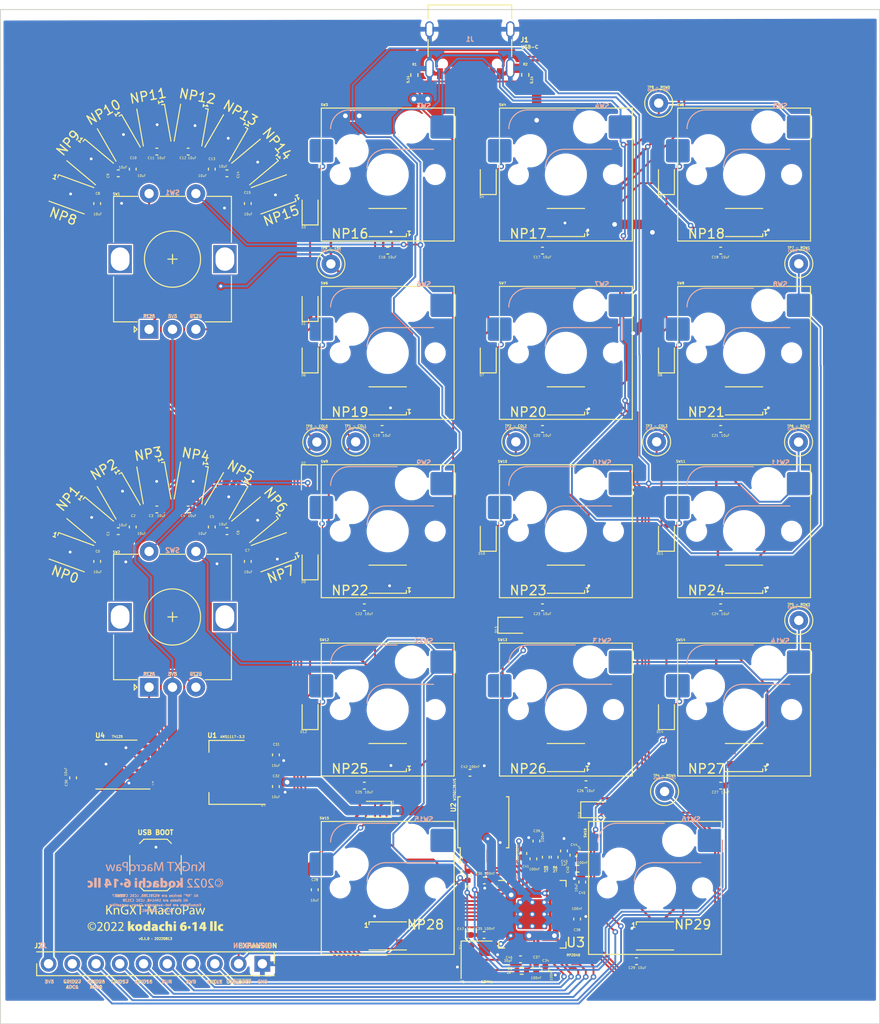
<source format=kicad_pcb>
(kicad_pcb (version 20221018) (generator pcbnew)
  (layers (0 "F.Cu" signal) (31 "B.Cu" signal) (34 "B.Paste" user) (35 "F.Paste" user) (36 "B.SilkS" user "B.Silkscreen") (37 "F.SilkS" user "F.Silkscreen") (38 "B.Mask" user) (39 "F.Mask" user) (44 "Edge.Cuts" user))
  (net 0 "")
  (net 1 "+5V")
  (net 2 "+1V1")
  (net 3 "+3V3")
  (net 4 "/XIN")
  (net 5 "Net-(D1-Pad2)")
  (net 6 "/COL0")
  (net 7 "/COL1")
  (net 8 "Net-(D2-Pad2)")
  (net 9 "/COL2")
  (net 10 "Net-(D3-Pad2)")
  (net 11 "Net-(C47-Pad1)")
  (net 12 "Net-(D4-Pad2)")
  (net 13 "Net-(D5-Pad2)")
  (net 14 "Net-(D6-Pad2)")
  (net 15 "Net-(D7-Pad2)")
  (net 16 "Net-(D8-Pad2)")
  (net 17 "Net-(D9-Pad2)")
  (net 18 "Net-(D10-Pad2)")
  (net 19 "/COL3")
  (net 20 "Net-(D11-Pad2)")
  (net 21 "Net-(D12-Pad2)")
  (net 22 "Net-(D13-Pad2)")
  (net 23 "Net-(D14-Pad2)")
  (net 24 "Net-(D15-Pad2)")
  (net 25 "Net-(D16-Pad2)")
  (net 26 "/NEOPXL")
  (net 27 "/USB_D+")
  (net 28 "/USB_D-")
  (net 29 "/~{USB_BOOT}")
  (net 30 "/SWD")
  (net 31 "/SWCLK")
  (net 32 "/RUN")
  (net 33 "Net-(NP10-Pad4)")
  (net 34 "/QSPI_SS")
  (net 35 "/XOUT")
  (net 36 "/ROW1")
  (net 37 "/ROW2")
  (net 38 "/QSPI_SD1")
  (net 39 "/QSPI_SD2")
  (net 40 "/QSPI_SD0")
  (net 41 "/QSPI_SCLK")
  (net 42 "/QSPI_SD3")
  (net 43 "/ROW0")
  (net 44 "/USB_CC1")
  (net 45 "Net-(NP10-Pad2)")
  (net 52 "/USB_CC2")
  (net 54 "Net-(NP17-Pad2)")
  (net 55 "Net-(R5-Pad2)")
  (net 56 "Net-(R6-Pad2)")
  (net 57 "/ROW3")
  (net 58 "Net-(NP18-Pad2)")
  (net 59 "Net-(NP17-Pad4)")
  (net 60 "/RT1A")
  (net 61 "/RT1B")
  (net 62 "/RT2A")
  (net 63 "/RT2B")
  (net 64 "/ROW4")
  (net 65 "Net-(NP18-Pad4)")
  (net 66 "/NEO3V3")
  (net 74 "GND")
  (net 75 "/GPIO27_ADC1")
  (net 78 "/GPIO26_ADC0")
  (net 80 "/GPIO17")
  (net 81 "/GPIO16")
  (net 82 "Net-(NP0-Pad4)")
  (net 83 "Net-(NP1-Pad4)")
  (net 84 "Net-(NP2-Pad4)")
  (net 85 "Net-(NP3-Pad4)")
  (net 86 "Net-(NP4-Pad4)")
  (net 87 "Net-(NP5-Pad4)")
  (net 88 "Net-(NP6-Pad4)")
  (net 89 "Net-(NP7-Pad4)")
  (net 90 "Net-(NP8-Pad4)")
  (net 91 "Net-(NP11-Pad4)")
  (net 92 "Net-(NP12-Pad4)")
  (net 93 "Net-(NP13-Pad4)")
  (net 94 "Net-(NP14-Pad4)")
  (net 95 "Net-(NP15-Pad4)")
  (net 96 "Net-(NP16-Pad4)")
  (net 97 "Net-(NP19-Pad4)")
  (net 98 "Net-(NP20-Pad4)")
  (net 99 "Net-(NP21-Pad4)")
  (net 100 "Net-(NP22-Pad4)")
  (net 101 "Net-(NP23-Pad4)")
  (net 102 "Net-(NP24-Pad4)")
  (net 103 "Net-(NP25-Pad4)")
  (net 104 "Net-(NP26-Pad4)")
  (footprint "Capacitor_SMD:C_0402_1005Metric" (layer "F.Cu") (at 27.7428 43.375 90)
    (fp_text reference "C8")
    (fp_text value "10uF")
  )
  (footprint "Resistor_SMD:R_0402_1005Metric" (layer "F.Cu") (at 73.507525 29.632525 -90)
    (fp_text reference "R2")
    (fp_text value "5.1k")
  )
  (footprint "Kodachi:LED XL-3528RGBW-WS2812B (3.5x2.8, C2890364)" (layer "F.Cu") (at 96.9 64.45 180)
    (fp_text reference "NP21")
    (fp_text value "WS2812B" hide)
  )
  (footprint "Diode_SMD:D_SOD-323F" (layer "F.Cu") (at 81.05 108.125)
    (fp_text reference "D16")
    (fp_text value "1N4148" hide)
  )
  (footprint "Switch_Keyboard_Hotswap_Kailh:SW_Hotswap_Kailh_MX_1.00u" (layer "F.Cu") (at 96.9 59.325)
    (fp_text reference "SW8")
    (fp_text value "SW_Push" hide)
  )
  (footprint "LOGO" (layer "F.Cu") (at 33.928375 119.630897)
    (fp_text reference "G***" hide)
    (fp_text value "LOGO" hide)
  )
  (footprint "Diode_SMD:D_SOD-323F" (layer "F.Cu") (at 50.5 54.35 90)
    (fp_text reference "D1")
    (fp_text value "1N4148" hide)
  )
  (footprint "Switch_Keyboard_Hotswap_Kailh:SW_Hotswap_Kailh_MX_1.00u" (layer "F.Cu") (at 96.9 40.275)
    (fp_text reference "SW5")
    (fp_text value "SW_Push" hide)
  )
  (footprint "TestPoint:TestPoint_Loop_D1.80mm_Drill1.0mm_Beaded" (layer "F.Cu") (at 55.372 68.825)
    (fp_text reference "TP1" hide)
    (fp_text value "TestPoint" hide)
  )
  (footprint "Capacitor_SMD:C_0402_1005Metric" (layer "F.Cu") (at 58.2 67.45)
    (fp_text reference "C19")
    (fp_text value "10uF")
  )
  (footprint "Resistor_SMD:R_0402_1005Metric" (layer "F.Cu") (at 61.65 29.65 -90)
    (fp_text reference "R1")
    (fp_text value "5.1k")
  )
  (footprint "Kodachi:LED XL-3528RGBW-WS2812B (3.5x2.8, C2890364)" (layer "F.Cu") (at 46.61 42.395 -160)
    (fp_text reference "NP15")
    (fp_text value "WS2812B" hide)
  )
  (footprint "Capacitor_SMD:C_0402_1005Metric" (layer "F.Cu") (at 75.65 125.325 -90)
    (fp_text reference "C34")
    (fp_text value "100nF")
  )
  (footprint "Switch_Keyboard_Hotswap_Kailh:SW_Hotswap_Kailh_MX_1.00u" (layer "F.Cu") (at 58.8 116.475)
    (fp_text reference "SW15")
    (fp_text value "SW_Push" hide)
  )
  (footprint "Diode_SMD:D_SOD-323F" (layer "F.Cu") (at 69.55 78.9 90)
    (fp_text reference "D10")
    (fp_text value "1N4148" hide)
  )
  (footprint "TestPoint:TestPoint_Loop_D1.80mm_Drill1.0mm_Beaded" (layer "F.Cu") (at 87.775 32.65)
    (fp_text reference "TP8" hide)
    (fp_text value "TestPoint" hide)
  )
  (footprint "Capacitor_SMD:C_0402_1005Metric" (layer "F.Cu") (at 75.35 48.4)
    (fp_text reference "C17")
    (fp_text value "10uF")
  )
  (footprint "Crystal:Crystal_SMD_3225-4Pin_3.2x2.5mm" (layer "F.Cu") (at 68.3 124.15 -90)
    (fp_text reference "Y1")
    (fp_text value "12MHz")
  )
  (footprint "Diode_SMD:D_SOD-323F" (layer "F.Cu") (at 69.55 59.85 90)
    (fp_text reference "D7")
    (fp_text value "1N4148" hide)
  )
  (footprint "Kodachi:LED XL-3528RGBW-WS2812B (3.5x2.8, C2890364)" (layer "F.Cu") (at 30.05 74.59 -60)
    (fp_text reference "NP2")
    (fp_text value "WS2812B" hide)
  )
  (footprint "Switch_Keyboard_Hotswap_Kailh:SW_Hotswap_Kailh_MX_1.00u" (layer "F.Cu") (at 58.8 97.425)
    (fp_text reference "SW12")
    (fp_text value "SW_Push" hide)
  )
  (footprint "Kodachi:LED XL-3528RGBW-WS2812B (3.5x2.8, C2890364)" (layer "F.Cu") (at 87.375 121.6)
    (fp_text reference "NP29")
    (fp_text value "WS2812B" hide)
  )
  (footprint "Capacitor_SMD:C_0402_1005Metric" (layer "F.Cu") (at 43.8428 43.375 -90)
    (fp_text reference "C15")
    (fp_text value "10uF")
  )
  (footprint "Capacitor_SMD:C_0402_1005Metric" (layer "F.Cu") (at 69.134871 115.675 180)
    (fp_text reference "C36")
    (fp_text value "100nF")
  )
  (footprint "Switch_Keyboard_Hotswap_Kailh:SW_Hotswap_Kailh_MX_1.00u" (layer "F.Cu") (at 77.85 59.325)
    (fp_text reference "SW7")
    (fp_text value "SW_Push" hide)
  )
  (footprint "Switch_Keyboard_Hotswap_Kailh:SW_Hotswap_Kailh_MX_2.00u" (layer "F.Cu") (at 87.375 116.475)
    (fp_text reference "SW16")
    (fp_text value "SW_Push" hide)
  )
  (footprint "Capacitor_SMD:C_0402_1005Metric" (layer "F.Cu") (at 73 124.1 180)
    (fp_text reference "C46")
    (fp_text value "30pF")
  )
  (footprint "Diode_SMD:D_SOD-323F" (layer "F.Cu") (at 88.6 40.8 90)
    (fp_text reference "D5")
    (fp_text value "1N4148" hide)
  )
  (footprint "Diode_SMD:D_SOD-323F" (layer "F.Cu") (at 88.6 59.85 90)
    (fp_text reference "D8")
    (fp_text value "1N4148" hide)
  )
  (footprint "Capacitor_SMD:C_0402_1005Metric" (layer "F.Cu") (at 41.612624 40.145 180)
    (fp_text reference "C14")
    (fp_text value "10uF")
  )
  (footprint "Kodachi:LED XL-3528RGBW-WS2812B (3.5x2.8, C2890364)" (layer "F.Cu") (at 37.79 73.22 -100)
    (fp_text reference "NP4")
    (fp_text value "WS2812B" hide)
  )
  (footprint "Switch_Keyboard_Hotswap_Kailh:SW_Hotswap_Kailh_MX_1.00u" (layer "F.Cu") (at 77.85 40.275)
    (fp_text reference "SW4")
    (fp_text value "SW_Push" hide)
  )
  (footprint "Switch_Keyboard_Hotswap_Kailh:SW_Hotswap_Kailh_MX_1.00u" (layer "F.Cu") (at 96.9 97.425)
    (fp_text reference "SW14")
    (fp_text value "SW_Push" hide)
  )
  (footprint "Capacitor_SMD:C_0402_1005Metric" (layer "F.Cu") (at 75.35 86.5)
    (fp_text reference "C23")
    (fp_text value "10uF")
  )
  (footprint "Connector_PinHeader_2.54mm:PinHeader_1x10_P2.54mm_Horizontal" (layer "F.Cu") (at 45.4 124.575 -90)
    (fp_text reference "J2")
    (fp_text value "Conn_01x10_Male" hide)
  )
  (footprint "Capacitor_SMD:C_0402_1005Metric" (layer "F.Cu") (at 41.612624 78.37 180)
    (fp_text reference "C6")
    (fp_text value "10uF")
  )
  (footprint "Diode_SMD:D_SOD-323F" (layer "F.Cu") (at 57.575 108.075 180)
    (fp_text reference "D15")
    (fp_text value "1N4148" hide)
  )
  (footprint "Package_SO:SOIC-8_5.23x5.23mm_P1.27mm" (layer "F.Cu") (at 69.0222 109.463 90)
    (fp_text reference "U2")
    (fp_text value "W25Q128JVS")
  )
  (footprint "Capacitor_SMD:C_0402_1005Metric" (layer "F.Cu") (at 80 105.4)
    (fp_text reference "C26")
    (fp_text value "10uF")
  )
  (footprint "Capacitor_SMD:C_0402_1005Metric" (layer "F.Cu") (at 74.7 111.47 90)
    (fp_text reference "C39")
    (fp_text value "100nF")
  )
  (footprint "Capacitor_SMD:C_0402_1005Metric" (layer "F.Cu") (at 76.650571 113.1902 -90)
    (fp_text reference "R6")
    (fp_text value "27")
  )
  (footprint "Switch_Keyboard_Hotswap_Kailh:SW_Hotswap_Kailh_MX_1.00u" (layer "F.Cu") (at 96.9 78.375)
    (fp_text reference "SW11")
    (fp_text value "SW_Push" hide)
  )
  (footprint "Capacitor_SMD:C_0402_1005Metric" (layer "F.Cu") (at 37.4678 76.05)
    (fp_text reference "C4")
    (fp_text value "10uF")
  )
  (footprint "Diode_SMD:D_SOD-323F" (layer "F.Cu") (at 88.6 97.95 90)
    (fp_text reference "D14")
    (fp_text value "1N4148" hide)
  )
  (footprint "Diode_SMD:D_SOD-323F" (layer "F.Cu") (at 69.55 40.8 90)
    (fp_text reference "D4")
    (fp_text value "1N4148" hide)
  )
  (footprint "Capacitor_SMD:C_0402_1005Metric" (layer "F.Cu") (at 85.4 124.3 180)
    (fp_text reference "C29")
    (fp_text value "10uF")
  )
  (footprint "Package_SO:TSSOP-14_4.4x5mm_P0.65mm" (layer "F.Cu") (at 29.7875 103.3 180)
    (fp_text reference "U4")
    (fp_text value "74125")
  )
  (footprint "Switch_Keyboard_Hotswap_Kailh:SW_Hotswap_Kailh_MX_1.00u" (layer "F.Cu") (at 58.8 40.275)
    (fp_text reference "SW3")
    (fp_text value "SW_Push" hide)
  )
  (footprint "Capacitor_SMD:C_0402_1005Metric" (layer "F.Cu") (at 56.3 105.55)
    (fp_text reference "C25")
    (fp_text value "10uF")
  )
  (footprint "Capacitor_SMD:C_0402_1005Metric" (layer "F.Cu") (at 29.992624 40.145)
    (fp_text reference "C9")
    (fp_text value "10uF")
  )
  (footprint "Capacitor_SMD:C_0402_1005Metric" (layer "F.Cu") (at 67.6 104.175)
    (fp_text reference "C42")
    (fp_text value "100nF")
  )
  (footprint "Kodachi:LED XL-3528RGBW-WS2812B (3.5x2.8, C2890364)" (layer "F.Cu") (at 41.55 36.365 -120)
    (fp_text reference "NP13")
    (fp_text value "WS2812B" hide)
  )
  (footprint "Capacitor_SMD:C_0402_1005Metric" (layer "F.Cu") (at 75.700571 113.1902 -90)
    (fp_text reference "R5")
    (fp_text value "27")
  )
  (footprint "Kodachi:LED XL-3528RGBW-WS2812B (3.5x2.8, C2890364)" (layer "F.Cu") (at 77.85 102.55 180)
    (fp_text reference "NP26")
    (fp_text value "WS2812B" hide)
  )
  (footprint "Connector_USB:USB_C_Receptacle_Palconn_UTC16-G" (layer "F.Cu") (at 67.586125 26.996325 180)
    (fp_text reference "J1")
    (fp_text value "USB_C_ReceptacleUSB2.0" hide)
  )
  (footprint "Capacitor_SMD:C_0402_1005Metric" (layer "F.Cu") (at 79.6 115.85 90)
    (fp_text reference "C45")
    (fp_text value "10uF")
  )
  (footprint "Kodachi:LED XL-3528RGBW-WS2812B (3.5x2.8, C2890364)" (layer "F.Cu") (at 77.85 83.5 180)
    (fp_text reference "NP23")
    (fp_text value "WS2812B" hide)
  )
  (footprint "Capacitor_SMD:C_0402_1005Metric" (layer "F.Cu") (at 29.992624 78.37)
    (fp_text reference "C1")
    (fp_text value "10uF")
  )
  (footprint "Diode_SMD:D_SOD-323F" (layer "F.Cu") (at 50.5 59.85 90)
    (fp_text reference "D6")
    (fp_text value "1N4148" hide)
  )
  (footprint "Capacitor_SMD:C_0402_1005Metric" (layer "F.Cu") (at 79.05 119.8 90)
    (fp_text reference "C38")
    (fp_text value "100nF")
  )
  (footprint "Kodachi:LED XL-3528RGBW-WS2812B (3.5x2.8, C2890364)" (layer "F.Cu") (at 44.61 38.935 -140)
    (fp_text reference "NP14")
    (fp_text value "WS2812B" hide)
  )
  (footprint "Resistor_SMD:R_0402_1005Metric" (layer "F.Cu") (at 73.125 125.325 180)
    (fp_text reference "R3")
    (fp_text value "1k")
  )
  (footprint "Kodachi:LED XL-3528RGBW-WS2812B (3.5x2.8, C2890364)" (layer "F.Cu") (at 96.9 102.55 180)
    (fp_text reference "NP27")
    (fp_text value "WS2812B" hide)
  )
  (footprint "Diode_SMD:D_SOD-323F" (layer "F.Cu") (at 50.5 97.95 90)
    (fp_text reference "D12")
    (fp_text value "1N4148" hide)
  )
  (footprint "Kodachi:LED XL-3528RGBW-WS2812B (3.5x2.8, C2890364)" (layer "F.Cu") (at 77.85 64.45 180)
    (fp_text reference "NP20")
    (fp_text value "WS2812B" hide)
  )
  (footprint "Capacitor_SMD:C_0402_1005Metric" (layer "F.Cu") (at 94.4 67.45)
    (fp_text reference "C21")
    (fp_text value "10uF")
  )
  (footprint "Switch_Keyboard_Hotswap_Kailh:SW_Hotswap_Kailh_MX_1.00u" (layer "F.Cu") (at 77.85 78.375)
    (fp_text reference "SW10")
    (fp_text value "SW_Push" hide)
  )
  (footprint "Capacitor_SMD:C_0402_1005Metric" (layer "F.Cu") (at 39.992624 77.92 -90)
    (fp_text reference "C5")
    (fp_text value "10uF")
  )
  (footprint "Capacitor_SMD:C_0402_1005Metric" (layer "F.Cu") (at 31.542624 39.695 -90)
    (fp_text reference "C10")
    (fp_text value "10uF")
  )
  (footprint "Capacitor_SMD:C_0402_1005Metric" (layer "F.Cu") (at 74.675 124.975 -90)
    (fp_text reference "C37")
    (fp_text value "100nF")
  )
  (footprint "Switch_Keyboard_Hotswap_Kailh:SW_Hotswap_Kailh_MX_1.00u" (layer "F.Cu") (at 77.85 97.425)
    (fp_text reference "SW13")
    (fp_text value "SW_Push" hide)
  )
  (footprint "Kodachi:LED XL-3528RGBW-WS2812B (3.5x2.8, C2890364)" (layer "F.Cu") (at 58.8 64.45 180)
    (fp_text reference "NP19")
    (fp_text value "WS2812B" hide)
  )
  (footprint "TestPoint:TestPoint_Loop_D1.80mm_Drill1.0mm_Beaded" (layer "F.Cu") (at 52.725 49.825)
    (fp_text reference "TP9" hide)
    (fp_text value "TestPoint" hide)
  )
  (footprint "Diode_SMD:D_SOD-323F" (layer "F.Cu") (at 88.6 78.9 90)
    (fp_text reference "D11")
    (fp_text value "1N4148" hide)
  )
  (footprint "Capacitor_SMD:C_0402_1005Metric" (layer "F.Cu") (at 39.992624 39.695 -90)
    (fp_text reference "C13")
    (fp_text value "10uF")
  )
  (footprint "Kodachi:LED XL-3528RGBW-WS2812B (3.5x2.8, C2890364)" (layer "F.Cu") (at 26.99 38.935 -40)
    (fp_text reference "NP9")
    (fp_text value "WS2812B" hide)
  )
  (footprint "Kodachi:LED XL-3528RGBW-WS2812B (3.5x2.8, C2890364)" (layer "F.Cu") (at 96.9 83.5 180)
    (fp_text reference "NP24")
    (fp_text value "WS2812B" hide)
  )
  (footprint "Kodachi:LED XL-3528RGBW-WS2812B (3.5x2.8, C2890364)" (layer "F.Cu") (at 58.8 45.4 180)
    (fp_text reference "NP16")
    (fp_text value "WS2812B" hide)
  )
  (footprint "Capacitor_SMD:C_0402_1005Metric" (layer "F.Cu") (at 51 116.67 90)
    (fp_text reference "C28")
    (fp_text value "10uF")
  )
  (footprint "MCU_RaspberryPi_and_Boards:RP2040-QFN-56" (layer "F.Cu") (at 74.259771 119.28905)
    (fp_text reference "U3")
    (fp_text value "RP2040")
  )
  (footprint "Capacitor_SMD:C_0402_1005Metric" (layer "F.Cu") (at 78.65 112.975 90)
    (fp_text reference "C44")
    (fp_text value "1uF")
  )
  (footprint "Capacitor_SMD:C_0402_1005Metric" (layer "F.Cu") (at 77.65 112.525 90)
    (fp_text reference "C43")
    (fp_text value "1uF")
  )
  (footprint "Capacitor_SMD:C_0402_1005Metric" (layer "F.Cu") (at 46.8438 102.2624 -90)
    (fp_text reference "C31")
    (fp_text value "10uF")
  )
  (footprint "Kodachi:LED XL-3528RGBW-WS2812B (3.5x2.8, C2890364)" (layer "F.Cu") (at 37.79 34.995 -100)
    (fp_text reference "NP12")
    (fp_text value "WS2812B" hide)
  )
  (footprint "Diode_SMD:D_SOD-323F" (layer "F.Cu") (at 50.5 44.05 90)
    (fp_text reference "D3")
    (fp_text value "1N4148" hide)
  )
  (footprint "Capacitor_SMD:C_0402_1005Metric" (layer "F.Cu") (at 27.7428 81.6 90)
    (fp_text reference "C0")
    (fp_text value "10uF")
  )
  (footprint "Kodachi:LED XL-3528RGBW-WS2812B (3.5x2.8, C2890364)" (layer "F.Cu") (at 58.8 121.6)
    (fp_text reference "NP28")
    (fp_text value "WS2812B" hide)
  )
  (footprint "Capacitor_SMD:C_0402_1005Metric" (layer "F.Cu") (at 58.8 48.4)
    (fp_text reference "C16")
    (fp_text value "10uF")
  )
  (footprint "Capacitor_SMD:C_0402_1005Metric" (layer "F.Cu") (at 67.2 121.5)
    (fp_text reference "C47")
    (fp_text value "30pF")
  )
  (footprint "Kodachi:LED XL-3528RGBW-WS2812B (3.5x2.8, C2890364)" (layer "F.Cu") (at 58.8 102.55 180)
    (fp_text reference "NP25")
    (fp_text value "WS2812B" hide)
  )
  (footprint "Kodachi:LED XL-3528RGBW-WS2812B (3.5x2.8, C2890364)" (layer "F.Cu") (at 24.99 80.62 -20)
    (fp_text reference "NP0")
    (fp_text value "WS2812B" hide)
  )
  (footprint "Diode_SMD:D_SOD-323F" (layer "F.Cu") (at 72.19 88.42)
    (fp_text reference "D13")
    (fp_text value "1N4148" hide)
  )
  (footprint "Kodachi:LED XL-3528RGBW-WS2812B (3.5x2.8, C2890364)" (layer "F.Cu") (at 26.99 77.16 -40)
    (fp_text reference locked "NP1")
    (fp_text value "WS2812B" hide)
  )
  (footprint "Capacitor_SMD:C_0402_1005Metric" (layer "F.Cu") (at 67.354698 115.181073 -90)
    (fp_text reference "R4")
    (fp_text value "1k")
  )
  (footprint "TestPoint:TestPoint_Loop_D1.80mm_Drill1.0mm_Beaded" (layer "F.Cu") (at 102.725 68.85)
    (fp_text reference "TP6" hide)
    (fp_text value "TestPoint" hide)
  )
  (footprint "Diode_SMD:D_SOD-323F" (layer "F.Cu") (at 50.5 81.95 90)
    (fp_text reference "D9")
    (fp_text value "1N4148" hide)
  )
  (footprint "Kodachi:LED XL-3528RGBW-WS2812B (3.5x2.8, C2890364)" (layer "F.Cu") (at 41.55 74.59 -120)
    (fp_text reference "NP5")
    (fp_text value "WS2812B" hide)
  )
  (footprint "Kodachi:LED XL-3528RGBW-WS2812B (3.5x2.8, C2890364)" (layer "F.Cu") (at 58.8 83.5 180)
    (fp_text reference "NP22")
    (fp_text value "WS2812B" hide)
  )
  (footprint "TestPoint:TestPoint_Loop_D1.80mm_Drill1.0mm_Beaded" (layer "F.Cu") (at 72.5 68.825)
    (fp_text reference "TP2" hide)
    (fp_text value "TestPoint" hide)
  )
  (footprint "Capacitor_SMD:C_0402_1005Metric" (layer "F.Cu") (at 25.1622 104.7184 90)
    (fp_text reference "C30")
    (fp_text value "10uF")
  )
  (footprint "TestPoint:TestPoint_Loop_D1.80mm_Drill1.0mm_Beaded" (layer "F.Cu") (at 88.4 106.175)
    (fp_text reference "TP4" hide)
    (fp_text value "TestPoint" hide)
  )
  (footprint "Package_TO_SOT_SMD:SOT-223-3_TabPin2" (layer "F.Cu") (at 41.6 104.1324 180)
    (fp_text reference "U1")
    (fp_text value "AMS1117-3.3")
  )
  (footprint "Capacitor_SMD:C_0402_1005Metric" (layer "F.Cu") (at 31.542624 77.92 -90)
    (fp_text reference "C2")
    (fp_text value "10uF")
  )
  (footprint "Rotary_Encoder:RotaryEncoder_Alps_EC12E-Switch_Vertical_H20mm" (layer "F.Cu") (at 33.2928 56.8094 90)
    (fp_text reference "SW1")
    (fp_text value "RotaryEncoder_Switch" hide)
  )
  (footprint "Kodachi:LED XL-3528RGBW-WS2812B (3.5x2.8, C2890364)" (layer "F.Cu") (at 33.8 34.995 -80)
    (fp_text reference "NP11")
    (fp_text value "WS2812B" hide)
  )
  (footprint "Capacitor_SMD:C_0402_1005Metric" (layer "F.Cu") (at 94.4 86.5)
    (fp_text reference "C24")
    (fp_text value "10uF")
  )
  (footprint "Capacitor_SMD:C_0402_1005Metric" (layer "F.Cu") (at 43.8428 81.6 -90)
    (fp_text reference "C7")
    (fp_text value "10uF")
  )
  (footprint "TestPoint:TestPoint_Loop_D1.80mm_Drill1.0mm_Beaded" (layer "F.Cu") (at 87.55 68.825)
    (fp_text reference "TP3" hide)
    (fp_text value "TestPoint" hide)
  )
  (footprint "Diode_SMD:D_SOD-323F" (layer "F.Cu") (at 50.425 72.9 -90)
    (fp_text reference "D2")
    (fp_text value "1N4148" hide)
  )
  (footprint "Capacitor_SMD:C_0402_1005Metric" (layer "F.Cu") (at 73.3 112.795 90)
    (fp_text reference "C33")
    (fp_text value "100nF")
  )
  (footprint "Kodachi:LED XL-3528RGBW-WS2812B (3.5x2.8, C2890364)" (layer "F.Cu") (at 46.61 80.62 -160)
    (fp_text reference "NP7")
    (fp_text value "WS2812B" hide)
  )
  (footprint "Kodachi:LED XL-3528RGBW-WS2812B (3.5x2.8, C2890364)" (layer "F.Cu") (at 77.85 45.4 180)
    (fp_text reference "NP17")
    (fp_text value "WS2812B" hide)
  )
  (footprint "Capacitor_SMD:C_0402_1005Metric" (layer "F.Cu") (at 34.1178 37.825)
    (fp_text reference "C11")
    (fp_text value "10uF")
  )
  (footprint "Capacitor_SMD:C_0402_1005Metric" (layer "F.Cu") (at 74.375 113.375 90)
    (fp_text reference "C41")
    (fp_text value "100nF")
  )
  (footprint "Capacitor_SMD:C_0402_1005Metric" (layer "F.Cu") (at 56.3 86.5)
    (fp_text reference "C22")
    (fp_text value "10uF")
  )
  (footprint "Kodachi:LED XL-3528RGBW-WS2812B (3.5x2.8, C2890364)" (layer "F.Cu") (at 33.8 73.22 -80)
    (fp_text reference "NP3")
    (fp_text value "WS2812B" hide)
  )
  (footprint "Capacitor_SMD:C_0402_1005Metric" (layer "F.Cu") (at 46.8438 105.6432 -90)
    (fp_text reference "C32")
    (fp_text value "10uF")
  )
  (footprint "Kodachi:LED XL-3528RGBW-WS2812B (3.5x2.8, C2890364)" (layer "F.Cu") (at 96.9 45.4 180)
    (fp_text reference "NP18")
    (fp_text value "WS2812B" hide)
  )
  (footprint "Capacitor_SMD:C_0402_1005Metric" (layer "F.Cu") (at 75.35 67.45)
    (fp_text reference "C20")
    (fp_text value "10uF")
  )
  (footprint "Kodachi:LED XL-3528RGBW-WS2812B (3.5x2.8, C2890364)" (layer "F.Cu") (at 44.61 77.16 -140)
    (fp_text reference "NP6")
    (fp_text value "WS2812B" hide)
  )
  (footprint "Capacitor_SMD:C_0402_1005Metric" (layer "F.Cu") (at 69.1 121.5 180)
    (fp_text reference "C35")
    (fp_text value "100nF")
  )
  (footprint "TestPoint:TestPoint_Loop_D1.80mm_Drill1.0mm_Beaded" (layer "F.Cu") (at 102.75 87.9)
    (fp_text reference "TP5" hide)
    (fp_text value "TestPoint" hide)
  )
  (footprint "Capacitor_SMD:C_0402_1005Metric" (layer "F.Cu") (at 34.1178 76.05)
    (fp_text reference "C3")
    (fp_text value "10uF")
  )
  (footprint "Kodachi:LED XL-3528RGBW-WS2812B (3.5x2.8, C2890364)" (layer "F.Cu") (at 30.05 36.365 -60)
    (fp_text reference "NP10")
    (fp_text value "WS2812B" hide)
  )
  (footprint "Button_Switch_SMD:SW_SPST_TL3342" (layer "F.Cu") (at 33.975 114.025)
    (fp_text reference "SW17")
    (fp_text value "SW_Push" hide)
  )
  (footprint "Capacitor_SMD:C_0402_1005Metric" (layer "F.Cu") (at 94.4 48.4)
    (fp_text reference "C18")
    (fp_text value "10uF")
  )
  (footprint "TestPoint:TestPoint_Loop_D1.80mm_Drill1.0mm_Beaded" (layer "F.Cu") (at 51.225 68.85)
    (fp_text reference "TP0" hide)
    (fp_text value "TestPoint" hide)
  )
  (footprint "Rotary_Encoder:RotaryEncoder_Alps_EC12E-Switch_Vertical_H20mm" (layer "F.Cu") (at 33.2928 95.0344 90)
    (fp_text reference "SW2")
    (fp_text value "RotaryEncoder_Switch" hide)
  )
  (footprint "Capacitor_SMD:C_0402_1005Metric" (layer "F.Cu") (at 94.4 105.55)
    (fp_text reference "C27")
    (fp_text value "10uF")
  )
  (footprint "Switch_Keyboard_Hotswap_Kailh:SW_Hotswap_Kailh_MX_1.00u" (layer "F.Cu") (at 58.8 78.375)
    (fp_text reference "SW9")
    (fp_text value "SW_Push" hide)
  )
  (footprint "TestPoint:TestPoint_Loop_D1.80mm_Drill1.0mm_Beaded" (layer "F.Cu") (at 102.75 49.8)
    (fp_text reference "TP7" hide)
    (fp_text value "TestPoint" hide)
  )
  (footprint "Capacitor_SMD:C_0402_1005Metric" (layer "F.Cu") (at 37.4678 37.825)
    (fp_text reference "C12")
    (fp_text value "10uF")
  )
  (footprint "Switch_Keyboard_Hotswap_Kailh:SW_Hotswap_Kailh_MX_1.00u" (layer "F.Cu") (at 58.8 59.325)
    (fp_text reference "SW6")
    (fp_text value "SW_Push" hide)
  )
  (footprint "Kodachi:LED XL-3528RGBW-WS2812B (3.5x2.8, C2890364)" (layer "F.Cu") (at 24.99 42.395 -20)
    (fp_text reference "NP8")
    (fp_text value "WS2812B" hide)
  )
  (footprint "Capacitor_SMD:C_0402_1005Metric" (layer "F.Cu") (at 79.15 114.425)
    (fp_text reference "C40")
    (fp_text value "100nF")
  )
  (footprint "LOGO" (layer "B.Cu") (at 34 115 180)
    (fp_text reference "G***" hide)
    (fp_text value "LOGO" hide)
  )
  (gr_line (start 41.6 126.2) (end 44.2 126.2) (stroke (width 0.04)) (layer "F.SilkS"))
  (gr_rect (start 17.4 22.65) (end 111.4 131) (stroke (width 0.1)) (fill none) (layer "Edge.Cuts"))
  (gr_text "GPIO16" (at 32.7 126.5) (layer "B.SilkS") (effects (font (size 0.35 0.35) (thickness 0.08)) (justify mirror)))
  (gr_text "All {dblquote}NP{dblquote} devices are WS28128B, LCSC C965557" (at 33.953375 117.3) (layer "B.SilkS") (effects (font (size 0.25 0.25) (thickness 0.0625)) (justify mirror)))
  (gr_text "RT2A" (at 33.2928 55.4094) (layer "B.SilkS") (effects (font (size 0.35 0.35) (thickness 0.08)) (justify mirror)))
  (gr_text "3V3" (at 35.7928 93.6344) (layer "B.SilkS") (effects (font (size 0.35 0.35) (thickness 0.08)) (justify mirror)))
  (gr_text "3V3" (at 35.7928 55.4094) (layer "B.SilkS") (effects (font (size 0.35 0.35) (thickness 0.08)) (justify mirror)))
  (gr_text "Keyswitches are hot-swappable Cherry-compatible" (at 33.953375 118.3) (layer "B.SilkS") (effects (font (size 0.25 0.25) (thickness 0.0625)) (justify mirror)))
  (gr_text "v0.1.0 – 20220813" (at 34.1 118.9) (layer "B.SilkS") (effects (font (size 0.25 0.25) (thickness 0.0625)) (justify mirror)))
  (gr_text "GND" (at 45.425 126.5) (layer "B.SilkS") (effects (font (size 0.35 0.35) (thickness 0.08)) (justify mirror)))
  (gr_text "RT2A" (at 33.2928 93.6344) (layer "B.SilkS") (effects (font (size 0.35 0.35) (thickness 0.08)) (justify mirror)))
  (gr_text "RT2B" (at 38.2928 55.4094) (layer "B.SilkS") (effects (font (size 0.35 0.35) (thickness 0.08)) (justify mirror)))
  (gr_text "SWD" (at 37.775 126.5) (layer "B.SilkS") (effects (font (size 0.35 0.35) (thickness 0.08)) (justify mirror)))
  (gr_text "GPIO27\nADC1" (at 25.075 126.775) (layer "B.SilkS") (effects (font (size 0.35 0.35) (thickness 0.08)) (justify mirror)))
  (gr_text "RT2B" (at 38.2928 93.6344) (layer "B.SilkS") (effects (font (size 0.35 0.35) (thickness 0.08)) (justify mirror)))
  (gr_text "3V3" (at 22.625 126.5) (layer "B.SilkS") (effects (font (size 0.35 0.35) (thickness 0.08)) (justify mirror)))
  (gr_text "USB_BOOT" (at 42.875 126.5) (layer "B.SilkS") (effects (font (size 0.35 0.35) (thickness 0.08)) (justify mirror)))
  (gr_text "RUN" (at 35.2 126.5) (layer "B.SilkS") (effects (font (size 0.35 0.35) (thickness 0.08)) (justify mirror)))
  (gr_text "GPIO26\nADC0" (at 27.625 126.775) (layer "B.SilkS") (effects (font (size 0.35 0.35) (thickness 0.08)) (justify mirror)))
  (gr_text "All diodes are 1N4148, LCSC C2128" (at 33.953375 117.8) (layer "B.SilkS") (effects (font (size 0.25 0.25) (thickness 0.0625)) (justify mirror)))
  (gr_text "GPIO17" (at 30.15 126.5) (layer "B.SilkS") (effects (font (size 0.35 0.35) (thickness 0.08)) (justify mirror)))
  (gr_text "SWCLK" (at 40.275 126.5) (layer "B.SilkS") (effects (font (size 0.35 0.35) (thickness 0.08)) (justify mirror)))
  (gr_text "SWD" (at 37.775 126.5) (layer "F.SilkS") (effects (font (size 0.35 0.35) (thickness 0.08))))
  (gr_text "3V3" (at 35.7928 93.6344) (layer "F.SilkS") (effects (font (size 0.35 0.35) (thickness 0.08))))
  (gr_text "Y1 1" (at 66.5 122.8 90) (layer "F.SilkS") (effects (font (size 0.125 0.125) (thickness 0.03125))))
  (gr_text "RUN" (at 35.2 126.5) (layer "F.SilkS") (effects (font (size 0.35 0.35) (thickness 0.08))))
  (gr_text "GPIO27\nADC1" (at 25.075 126.775) (layer "F.SilkS") (effects (font (size 0.35 0.35) (thickness 0.08))))
  (gr_text "RT2B" (at 38.2928 93.6344) (layer "F.SilkS") (effects (font (size 0.35 0.35) (thickness 0.08))))
  (gr_text "v0.1.0 – 20220813" (at 33.975 121.9) (layer "F.SilkS") (effects (font (size 0.25 0.25) (thickness 0.0625))))
  (gr_text "RT2A" (at 33.2928 55.4094) (layer "F.SilkS") (effects (font (size 0.35 0.35) (thickness 0.08))))
  (gr_text "RT2B" (at 38.2928 55.4094) (layer "F.SilkS") (effects (font (size 0.35 0.35) (thickness 0.08))))
  (gr_text "USB-C" (at 73.975 26.65) (layer "F.SilkS") (effects (font (size 0.35 0.35) (thickness 0.08))))
  (gr_text "U4 1" (at 33.7 105.3 270) (layer "F.SilkS") (effects (font (size 0.125 0.125) (thickness 0.03125))))
  (gr_text "U1 1" (at 45.5 107.7) (layer "F.SilkS") (effects (font (size 0.125 0.125) (thickness 0.03125))))
  (gr_text "U2 1" (at 66.4 113.6 90) (layer "F.SilkS") (effects (font (size 0.125 0.125) (thickness 0.03125))))
  (gr_text "RP2040" (at 78.65 123.65) (layer "F.SilkS") (effects (font (size 0.25 0.25) (thickness 0.06))))
  (gr_text "GND" (at 45.425 126.5) (layer "F.SilkS") (effects (font (size 0.35 0.35) (thickness 0.08))))
  (gr_text "USB_BOOT" (at 42.875 126.5) (layer "F.SilkS") (effects (font (size 0.35 0.35) (thickness 0.08))))
  (gr_text "3V3" (at 35.7928 55.4094) (layer "F.SilkS") (effects (font (size 0.35 0.35) (thickness 0.08))))
  (gr_text "U3 1" (at 70.4 116.3) (layer "F.SilkS") (effects (font (size 0.125 0.125) (thickness 0.03125))))
  (gr_text "3V3" (at 22.625 126.5) (layer "F.SilkS") (effects (font (size 0.35 0.35) (thickness 0.08))))
  (gr_text "GPIO16" (at 32.7 126.5) (layer "F.SilkS") (effects (font (size 0.35 0.35) (thickness 0.08))))
  (gr_text "RT2A" (at 33.2928 93.6344) (layer "F.SilkS") (effects (font (size 0.35 0.35) (thickness 0.08))))
  (gr_text "GPIO17" (at 30.15 126.5) (layer "F.SilkS") (effects (font (size 0.35 0.35) (thickness 0.08))))
  (gr_text "GPIO26\nADC0" (at 27.625 126.775) (layer "F.SilkS") (effects (font (size 0.35 0.35) (thickness 0.08))))
  (gr_text "SWCLK" (at 40.275 126.5) (layer "F.SilkS") (effects (font (size 0.35 0.35) (thickness 0.08))))
  (segment (start 78.1 103.98) (end 79.52 105.4) (width 0.25) (layer "F.Cu") (net 1))
  (segment (start 95.55 101.8) (end 94.7 101.8) (width 0.25) (layer "F.Cu") (net 1))
  (segment (start 57.45 44.65) (end 55.05 44.65) (width 0.25) (layer "F.Cu") (net 1))
  (segment (start 77.65 44.65) (end 76.5 44.65) (width 0.25) (layer "F.Cu") (net 1))
  (segment (start 74.87 86.5) (end 74.87 92.37) (width 0.25) (layer "F.Cu") (net 1))
  (segment (start 93.92 86.5) (end 93.92 92.62) (width 0.25) (layer "F.Cu") (net 1))
  (segment (start 87.8 120.35) (end 87.8 121.425) (width 0.25) (layer "F.Cu") (net 1))
  (segment (start 94.2 61) (end 95.55 62.35) (width 0.25) (layer "F.Cu") (net 1))
  (segment (start 76.5 100.2) (end 76.5 101.8) (width 0.25) (layer "F.Cu") (net 1))
  (segment (start 75.7 63.7) (end 74.87 64.53) (width 0.25) (layer "F.Cu") (net 1))
  (segment (start 76 95.9) (end 75.4 96.5) (width 0.25) (layer "F.Cu") (net 1))
  (segment (start 57.2 95.666919) (end 56.3 96.566919) (width 0.25) (layer "F.Cu") (net 1))
  (segment (start 93.92 48.4) (end 93.92 54.32) (width 0.25) (layer "F.Cu") (net 1))
  (segment (start 55.935747 122.999511) (end 59.500489 122.999511) (width 0.25) (layer "F.Cu") (net 1))
  (segment (start 75.1 58.6) (end 75.1 62.3) (width 0.25) (layer "F.Cu") (net 1))
  (segment (start 95 57.9) (end 94.2 58.7) (width 0.25) (layer "F.Cu") (net 1))
  (segment (start 56.4 82.75) (end 57.45 82.75) (width 0.25) (layer "F.Cu") (net 1))
  (segment (start 56.75 63.7) (end 56.05 64.4) (width 0.25) (layer "F.Cu") (net 1))
  (segment (start 74.87 54.47) (end 76.1 55.7) (width 0.25) (layer "F.Cu") (net 1))
  (segment (start 55.82 102.68) (end 55.82 105.55) (width 0.25) (layer "F.Cu") (net 1))
  (segment (start 93.92 83.58) (end 93.92 86.5) (width 0.25) (layer "F.Cu") (net 1))
  (segment (start 95 95.9) (end 94.2 96.7) (width 0.25) (layer "F.Cu") (net 1))
  (segment (start 65.186125 28.945598) (end 65.45 28.681723) (width 0.3) (layer "F.Cu") (net 1))
  (segment (start 58.32 45.52) (end 57.45 44.65) (width 0.25) (layer "F.Cu") (net 1))
  (segment (start 75.1 62.3) (end 76.5 63.7) (width 0.25) (layer "F.Cu") (net 1))
  (segment (start 57.45 101.8) (end 56.7 101.8) (width 0.25) (layer "F.Cu") (net 1))
  (segment (start 88.725 122.575) (end 87 124.3) (width 0.25) (layer "F.Cu") (net 1))
  (segment (start 66.071995 28.078005) (end 69.118532 28.078005) (width 0.3) (layer "F.Cu") (net 1))
  (segment (start 57.45 61.75) (end 57.45 63.7) (width 0.25) (layer "F.Cu") (net 1))
  (segment (start 57.72 67.45) (end 57.72 76.08) (width 0.25) (layer "F.Cu") (net 1))
  (segment (start 94.75 44.65) (end 93.88 45.52) (width 0.25) (layer "F.Cu") (net 1))
  (segment (start 59.500489 122.999511) (end 60.15 122.35) (width 0.25) (layer "F.Cu") (net 1))
  (segment (start 76.5 101.8) (end 78.1 103.4) (width 0.25) (layer "F.Cu") (net 1))
  (segment (start 75.4 96.5) (end 75.4 99.1) (width 0.25) (layer "F.Cu") (net 1))
  (segment (start 25.2138 105.25) (end 25.1622 105.1984) (width 0.25) (layer "F.Cu") (net 1))
  (segment (start 95 74.6) (end 95 76.9) (width 0.25) (layer "F.Cu") (net 1))
  (segment (start 75.4 99.1) (end 76.5 100.2) (width 0.25) (layer "F.Cu") (net 1))
  (segment (start 93.88 48.36) (end 93.92 48.4) (width 0.25) (layer "F.Cu") (net 1))
  (segment (start 55.82 86.5) (end 55.82 83.33) (width 0.25) (layer "F.Cu") (net 1))
  (segment (start 95.55 63.7) (end 94.7 63.7) (width 0.25) (layer "F.Cu") (net 1))
  (segment (start 72.777275 28.077275) (end 88.021275 28.077275) (width 0.25) (layer "F.Cu") (net 1))
  (segment (start 56.05 64.4) (end 56.05 66.35) (width 0.25) (layer "F.Cu") (net 1))
  (segment (start 69.118532 28.078005) (end 69.986125 28.945598) (width 0.3) (layer "F.Cu") (net 1))
  (segment (start 78.1 103.4) (end 78.1 103.98) (width 0.25) (layer "F.Cu") (net 1))
  (segment (start 76 74.7) (end 76 76.8) (width 0.25) (layer "F.Cu") (net 1))
  (segment (start 93.88 45.52) (end 93.88 48.36) (width 0.25) (layer "F.Cu") (net 1))
  (segment (start 80.95 106.9) (end 83.3 106.9) (width 0.25) (layer "F.Cu") (net 1))
  (segment (start 50.37452 113.92548) (end 55.82 108.48) (width 0.25) (layer "F.Cu") (net 1))
  (segment (start 56.4 58.1) (end 56.4 60.7) (width 0.25) (layer "F.Cu") (net 1))
  (segment (start 75.65 44.65) (end 74.87 45.43) (width 0.25) (layer "F.Cu") (net 1))
  (segment (start 95.55 99.85) (end 95.55 101.8) (width 0.25) (layer "F.Cu") (net 1))
  (segment (start 87 124.3) (end 85.88 124.3) (width 0.25) (layer "F.Cu") (net 1))
  (segment (start 76 93.5) (end 76 95.9) (width 0.25) (layer "F.Cu") (net 1))
  (segment (start 56.05 66.35) (end 57.15 67.45) (width 0.25) (layer "F.Cu") (net 1))
  (segment (start 55.05 44.65) (end 52.725 46.975) (width 0.25) (layer "F.Cu") (net 1))
  (segment (start 52.725 46.975) (end 52.725 49.825) (width 0.25) (layer "F.Cu") (net 1))
  (segment (start 93.92 73.52) (end 95 74.6) (width 0.25) (layer "F.Cu") (net 1))
  (segment (start 74.87 45.43) (end 74.87 48.4) (width 0.25) (layer "F.Cu") (net 1))
  (segment (start 95.55 62.35) (end 95.55 63.7) (width 0.25) (layer "F.Cu") (net 1))
  (segment (start 55.82 108.48) (end 55.82 105.55) (width 0.25) (layer "F.Cu") (net 1))
  (segment (start 75.1 81.35) (end 76.5 82.75) (width 0.25) (layer "F.Cu") (net 1))
  (segment (start 76.1 57.6) (end 75.1 58.6) (width 0.25) (layer "F.Cu") (net 1))
  (segment (start 69.986125 28.945598) (end 69.986125 29.506325) (width 0.3) (layer "F.Cu") (net 1))
  (segment (start 95.55 82.75) (end 94.75 82.75) (width 0.25) (layer "F.Cu") (net 1))
  (segment (start 57.45 81.2) (end 57.45 82.75) (width 0.25) (layer "F.Cu") (net 1))
  (segment (start 56.4 60.7) (end 57.45 61.75) (width 0.25) (layer "F.Cu") (net 1))
  (segment (start 83.3 106.9) (end 84.75 108.35) (width 0.25) (layer "F.Cu") (net 1))
  (segment (start 94.1 81.3) (end 95.55 82.75) (width 0.25) (layer "F.Cu") (net 1))
  (segment (start 55.82 86.5) (end 55.82 91.97) (width 0.25) (layer "F.Cu") (net 1))
  (segment (start 94.75 82.75) (end 93.92 83.58) (width 0.25) (layer "F.Cu") (net 1))
  (segment (start 72.777275 28.077275) (end 72.351805 27.651805) (width 0.25) (layer "F.Cu") (net 1))
  (segment (start 56.3 100.65) (end 57.45 101.8) (width 0.25) (layer "F.Cu") (net 1))
  (segment (start 86.6 37.3) (end 89.864 34.036) (width 0.25) (layer "F.Cu") (net 1))
  (segment (start 84.75 109.55) (end 89.95 114.75) (width 0.25) (layer "F.Cu") (net 1))
  (segment (start 94.7 63.7) (end 93.92 64.48) (width 0.25) (layer "F.Cu") (net 1))
  (segment (start 85.2 38.7) (end 85.2 39.9) (width 0.25) (layer "F.Cu") (net 1))
  (segment (start 76.5 44.65) (end 75.65 44.65) (width 0.25) (layer "F.Cu") (net 1))
  (segment (start 57.45 63.7) (end 56.75 63.7) (width 0.25) (layer "F.Cu") (net 1))
  (segment (start 65.186125 29.506325) (end 65.186125 28.945598) (width 0.3) (layer "F.Cu") (net 1))
  (segment (start 93.92 48.4) (end 91.24 45.72) (width 0.25) (layer "F.Cu") (net 1))
  (segment (start 57.2 93.35) (end 57.2 95.666919) (width 0.25) (layer "F.Cu") (net 1))
  (segment (start 89.95 118.2) (end 87.8 120.35) (width 0.25) (layer "F.Cu") (net 1))
  (segment (start 86.6 37.3) (end 85.2 38.7) (width 0.25) (layer "F.Cu") (net 1))
  (segment (start 74.87 64.53) (end 74.87 67.45) (width 0.25) (layer "F.Cu") (net 1))
  (segment (start 89.916 29.972) (end 89.916 34.036) (width 0.25) (layer "F.Cu") (net 1))
  (segment (start 74.87 48.4) (end 74.87 54.47) (width 0.25) (layer "F.Cu") (net 1))
  (segment (start 91.24 45.72) (end 91.186 45.72) (width 0.25) (layer "F.Cu") (net 1))
  (segment (start 94.2 96.7) (end 94.2 98.5) (width 0.25) (layer "F.Cu") (net 1))
  (segment (start 88.021275 28.077275) (end 89.916 29.972) (width 0.25) (layer "F.Cu") (net 1))
  (segment (start 84.75 108.35) (end 84.75 109.55) (width 0.25) (layer "F.Cu") (net 1))
  (segment (start 51 117.15) (end 50.37452 116.52452) (width 0.25) (layer "F.Cu") (net 1))
  (segment (start 87.8 121.425) (end 88.725 122.35) (width 0.25) (layer "F.Cu") (net 1))
  (segment (start 55.82 91.97) (end 57.2 93.35) (width 0.25) (layer "F.Cu") (net 1))
  (segment (start 94.2 58.7) (end 94.2 61) (width 0.25) (layer "F.Cu") (net 1))
  (segment (start 94.7 101.8) (end 93.92 102.58) (width 0.25) (layer "F.Cu") (net 1))
  (segment (start 93.92 92.62) (end 95 93.7) (width 0.25) (layer "F.Cu") (net 1))
  (segment (start 93.92 67.45) (end 93.92 73.52) (width 0.25) (layer "F.Cu") (net 1))
  (segment (start 76.5 63.7) (end 75.7 63.7) (width 0.25) (layer "F.Cu") (net 1))
  (segment (start 26.925 105.25) (end 25.2138 105.25) (width 0.25) (layer "F.Cu") (net 1))
  (segment (start 95 55.4) (end 95 57.9) (width 0.25) (layer "F.Cu") (net 1))
  (segment (start 74.87 83.63) (end 74.87 86.5) (width 0.25) (layer "F.Cu") (net 1))
  (segment (start 74.87 73.57) (end 76 74.7) (width 0.25) (layer "F.Cu") (net 1))
  (segment (start 95.55 44.65) (end 94.75 44.65) (width 0.25) (layer "F.Cu") (net 1))
  (segment (start 95 76.9) (end 94.1 77.8) (width 0.25) (layer "F.Cu") (net 1))
  (segment (start 81.5 43.6) (end 78.7 43.6) (width 0.25) (layer "F.Cu") (net 1))
  (segment (start 57.15 67.45) (end 57.72 67.45) (width 0.25) (layer "F.Cu") (net 1))
  (segment (start 74.87 92.37) (end 76 93.5) (width 0.25) (layer "F.Cu") (net 1))
  (segment (start 56.35 80.1) (end 57.45 81.2) (width 0.25) (layer "F.Cu") (net 1))
  (segment (start 76.5 82.75) (end 75.75 82.75) (width 0.25) (layer "F.Cu") (net 1))
  (segment (start 75.75 82.75) (end 74.87 83.63) (width 0.25) (layer "F.Cu") (net 1))
  (segment (start 57 57.5) (end 56.4 58.1) (width 0.25) (layer "F.Cu") (net 1))
  (segment (start 56.3 96.566919) (end 56.3 100.65) (width 0.25) (layer "F.Cu") (net 1))
  (segment (start 50.37452 116.52452) (end 50.37452 113.92548) (width 0.25) (layer "F.Cu") (net 1))
  (segment (start 95 93.7) (end 95 95.9) (width 0.25) (layer "F.Cu") (net 1))
  (segment (start 72.351805 27.651805) (end 69.544732 27.651805) (width 0.25) (layer "F.Cu") (net 1))
  (segment (start 57 54.1) (end 57 57.5) (width 0.25) (layer "F.Cu") (net 1))
  (segment (start 89.95 114.75) (end 89.95 118.2) (width 0.25) (layer "F.Cu") (net 1))
  (segment (start 65.45 28.681723) (end 65.468277 28.681723) (width 0.3) (layer "F.Cu") (net 1))
  (segment (start 58.32 48.4) (end 58.32 45.52) (width 0.25) (layer "F.Cu") (net 1))
  (segment (start 93.92 64.48) (end 93.92 67.45) (width 0.25) (layer "F.Cu") (net 1))
  (segment (start 55.82 83.33) (end 56.4 82.75) (width 0.25) (layer "F.Cu") (net 1))
  (segment (start 79.52 105.4) (end 79.52 105.47) (width 0.25) (layer "F.Cu") (net 1))
  (segment (start 56.7 101.8) (end 55.82 102.68) (width 0.25) (layer "F.Cu") (net 1))
  (segment (start 51 118.063764) (end 55.935747 122.999511) (width 0.25) (layer "F.Cu") (net 1))
  (segment (start 79.52 105.47) (end 80.95 106.9) (width 0.25) (layer "F.Cu") (net 1))
  (segment (start 76.1 55.7) (end 76.1 57.6) (width 0.25) (layer "F.Cu") (net 1))
  (segment (start 51 117.15) (end 51 118.063764) (width 0.25) (layer "F.Cu") (net 1))
  (segment (start 74.87 67.45) (end 74.87 73.57) (width 0.25) (layer "F.Cu") (net 1))
  (segment (start 78.7 43.6) (end 77.65 44.65) (width 0.25) (layer "F.Cu") (net 1))
  (segment (start 93.92 102.58) (end 93.92 105.55) (width 0.25) (layer "F.Cu") (net 1))
  (segment (start 94.2 98.5) (end 95.55 99.85) (width 0.25) (layer "F.Cu") (net 1))
  (segment (start 93.92 54.32) (end 95 55.4) (width 0.25) (layer "F.Cu") (net 1))
  (segment (start 88.725 122.35) (end 88.725 122.575) (width 0.25) (layer "F.Cu") (net 1))
  (segment (start 75.1 77.7) (end 75.1 81.35) (width 0.25) (layer "F.Cu") (net 1))
  (segment (start 52.725 49.825) (end 57 54.1) (width 0.25) (layer "F.Cu") (net 1))
  (segment (start 57.72 76.08) (end 56.35 77.45) (width 0.25) (layer "F.Cu") (net 1))
  (segment (start 65.468277 28.681723) (end 66.071995 28.078005) (width 0.3) (layer "F.Cu") (net 1))
  (segment (start 76 76.8) (end 75.1 77.7) (width 0.25) (layer "F.Cu") (net 1))
  (segment (start 94.1 77.8) (end 94.1 81.3) (width 0.25) (layer "F.Cu") (net 1))
  (segment (start 85.2 39.9) (end 81.5 43.6) (width 0.25) (layer "F.Cu") (net 1))
  (segment (start 69.544732 27.651805) (end 69.118532 28.078005) (width 0.25) (layer "F.Cu") (net 1))
  (segment (start 89.916 34.036) (end 89.864 34.036) (width 0.25) (layer "F.Cu") (net 1))
  (segment (start 56.35 77.45) (end 56.35 80.1) (width 0.25) (layer "F.Cu") (net 1))
  (via (at 86.6 37.3) (size 0.6) (drill 0.3) (layers "F.Cu" "B.Cu") (net 1))
  (via (at 91.186 45.72) (size 0.6) (drill 0.3) (layers "F.Cu" "B.Cu") (net 1))
  (via (at 61.6 32.2) (size 0.8) (drill 0.5) (layers "F.Cu" "B.Cu") (net 1))
  (via (at 63.075 32.2) (size 0.8) (drill 0.5) (layers "F.Cu" "B.Cu") (net 1))
  (via (at 40.95 52.2) (size 0.6) (drill 0.3) (layers "F.Cu" "B.Cu") (net 1))
  (segment (start 61.6 32.2) (end 63.075 32.2) (width 1) (layer "B.Cu") (net 1))
  (segment (start 40.95 52.2) (end 43.75 52.2) (width 0.25) (layer "B.Cu") (net 1))
  (segment (start 86.6 37.3) (end 86.6 41.134) (width 0.25) (layer "B.Cu") (net 1))
  (segment (start 47.15 48.8) (end 51.7 48.8) (width 0.25) (layer "B.Cu") (net 1))
  (segment (start 43.75 52.2) (end 47.15 48.8) (width 0.25) (layer "B.Cu") (net 1))
  (segment (start 52.725 49.825) (end 51.7 48.8) (width 0.25) (layer "B.Cu") (net 1))
  (segment (start 86.6 41.134) (end 91.186 45.72) (width 0.25) (layer "B.Cu") (net 1))
  (segment (start 74.859771 122.72655) (end 74.859771 123.674777) (width 0.3) (layer "F.Cu") (net 2))
  (segment (start 72.74048 111.55952) (end 72.825 111.475) (width 0.2) (layer "F.Cu") (net 2))
  (segment (start 72.74048 112.71548) (end 72.74048 111.55952) (width 0.2) (layer "F.Cu") (net 2))
  (segment (start 74.859771 123.674777) (end 75.65 124.465006) (width 0.3) (layer "F.Cu") (net 2))
  (segment (start 74.059771 114.634771) (end 74.059771 115.85155) (width 0.2) (layer "F.Cu") (net 2))
  (segment (start 76.059771 116.5706) (end 75.583571 117.0468) (width 0.3) (layer "F.Cu") (net 2))
  (segment (start 77.65 113.725) (end 76.059771 115.315229) (width 0.3) (layer "F.Cu") (net 2))
  (segment (start 73.3 113.875) (end 74.059771 114.634771) (width 0.2) (layer "F.Cu") (net 2))
  (segment (start 74.859771 121.990229) (end 74.859771 122.72655) (width 0.3) (layer "F.Cu") (net 2))
  (segment (start 75.225 121.625) (end 74.859771 121.990229) (width 0.3) (layer "F.Cu") (net 2))
  (segment (start 75.463052 121.625) (end 75.225 121.625) (width 0.3) (layer "F.Cu") (net 2))
  (segment (start 76.059771 115.85155) (end 76.059771 116.5706) (width 0.3) (layer "F.Cu") (net 2))
  (segment (start 76.159291 120.928761) (end 75.463052 121.625) (width 0.3) (layer "F.Cu") (net 2))
  (segment (start 73.3 113.275) (end 73.3 113.875) (width 0.2) (layer "F.Cu") (net 2))
  (segment (start 76.159291 117.62252) (end 76.159291 120.928761) (width 0.3) (layer "F.Cu") (net 2))
  (segment (start 73.3 113.275) (end 72.74048 112.71548) (width 0.2) (layer "F.Cu") (net 2))
  (segment (start 76.059771 115.315229) (end 76.059771 115.85155) (width 0.3) (layer "F.Cu") (net 2))
  (segment (start 77.65 113.005) (end 77.65 113.725) (width 0.3) (layer "F.Cu") (net 2))
  (segment (start 75.65 124.465006) (end 75.65 124.845) (width 0.3) (layer "F.Cu") (net 2))
  (segment (start 75.583571 117.0468) (end 76.159291 117.62252) (width 0.3) (layer "F.Cu") (net 2))
  (via (at 72.825 111.475) (size 0.6) (drill 0.3) (layers "F.Cu" "B.Cu") (net 2))
  (via (at 75.583571 117.0468) (size 0.6) (drill 0.3) (layers "F.Cu" "B.Cu") (net 2))
  (segment (start 72.825 115.425) (end 74.4468 117.0468) (width 0.3) (layer "B.Cu") (net 2))
  (segment (start 74.4468 117.0468) (end 75.583571 117.0468) (width 0.3) (layer "B.Cu") (net 2))
  (segment (start 72.825 111.475) (end 72.825 115.425) (width 0.3) (layer "B.Cu") (net 2))
  (segment (start 74.459771 113.939771) (end 74.459771 115.85155) (width 0.25) (layer "F.Cu") (net 3))
  (segment (start 67.12 104.175) (end 67.12 105.8602) (width 0.25) (layer "F.Cu") (net 3))
  (segment (start 69.614871 115.675) (end 70.45 115.675) (width 0.4) (layer "F.Cu") (net 3))
  (segment (start 38.45 104.1324) (end 44.75 104.1324) (width 1) (layer "F.Cu") (net 3))
  (segment (start 75.026051 114.505068) (end 74.859771 114.671348) (width 0.25) (layer "F.Cu") (net 3))
  (segment (start 74.859771 114.671348) (end 74.859771 115.85155) (width 0.25) (layer "F.Cu") (net 3))
  (segment (start 70.45 115.675) (end 72 117.225) (width 0.4) (layer "F.Cu") (net 3))
  (segment (start 74.7 111.95) (end 75.026051 112.276051) (width 0.25) (layer "F.Cu") (net 3))
  (segment (start 67.1172 108.8422) (end 69.5 111.225) (width 1) (layer "F.Cu") (net 3))
  (segment (start 67.12 105.8602) (end 67.1172 105.863) (width 0.25) (layer "F.Cu") (net 3))
  (segment (start 74.459771 122.72655) (end 74.459771 124.279771) (width 0.2) (layer "F.Cu") (net 3))
  (segment (start 48.0308 105.1632) (end 48.05 105.1824) (width 1) (layer "F.Cu") (net 3))
  (segment (start 74.375 113.855) (end 74.459771 113.939771) (width 0.25) (layer "F.Cu") (net 3))
  (segment (start 69.58 121.5) (end 69.58 121.555) (width 0.25) (layer "F.Cu") (net 3))
  (segment (start 46.8438 105.1632) (end 48.0308 105.1632) (width 1) (layer "F.Cu") (net 3))
  (segment (start 35.7928 101.4752) (end 38.45 104.1324) (width 1) (layer "F.Cu") (net 3))
  (segment (start 67.1172 105.863) (end 67.1172 108.7172) (width 1) (layer "F.Cu") (net 3))
  (segment (start 69.58 121.555) (end 70.475 122.45) (width 0.25) (layer "F.Cu") (net 3))
  (segment (start 59.875 108.225) (end 66.625 108.225) (width 1) (layer "F.Cu") (net 3))
  (segment (start 77.697271 120.28905) (end 78.975621 120.28905) (width 0.2) (layer "F.Cu") (net 3))
  (segment (start 67.1172 108.7172) (end 67.1172 108.8422) (width 1) (layer "F.Cu") (net 3))
  (segment (start 66.625 108.225) (end 67.1172 108.7172) (width 1) (layer "F.Cu") (net 3))
  (segment (start 44.75 104.1324) (end 45.813 104.1324) (width 1) (layer "F.Cu") (net 3))
  (segment (start 45.813 104.1324) (end 46.8438 105.1632) (width 1) (layer "F.Cu") (net 3))
  (segment (start 35.7928 95.0344) (end 35.7928 101.4752) (width 1) (layer "F.Cu") (net 3))
  (segment (start 74.459771 124.279771) (end 74.675 124.495) (width 0.2) (layer "F.Cu") (net 3))
  (segment (start 75.026051 112.276051) (end 75.026051 114.505068) (width 0.25) (layer "F.Cu") (net 3))
  (segment (start 70.475 122.45) (end 70.9 122.45) (width 0.25) (layer "F.Cu") (net 3))
  (via (at 73.9 121.575) (size 0.8) (drill 0.5) (layers "F.Cu" "B.Cu") (net 3))
  (via (at 72 117.225) (size 0.8) (drill 0.5) (layers "F.Cu" "B.Cu") (net 3))
  (via (at 59.875 108.225) (size 0.6) (drill 0.3) (layers "F.Cu" "B.Cu") (net 3))
  (via (at 48.05 105.1824) (size 0.8) (drill 0.5) (layers "F.Cu" "B.Cu") (net 3))
  (via (at 71.95 121.575) (size 0.6) (drill 0.3) (layers "F.Cu" "B.Cu") (net 3))
  (via (at 70.9 122.45) (size 0.6) (drill 0.3) (layers "F.Cu" "B.Cu") (net 3))
  (via (at 76.625 121.575) (size 0.8) (drill 0.5) (layers "F.Cu" "B.Cu") (net 3))
  (via (at 69.5 111.225) (size 0.6) (drill 0.3) (layers "F.Cu" "B.Cu") (net 3))
  (segment (start 71.075 122.45) (end 71.95 121.575) (width 0.25) (layer "B.Cu") (net 3))
  (segment (start 35.7928 56.8094) (end 35.7928 75.9072) (width 0.25) (layer "B.Cu") (net 3))
  (segment (start 33.5 83.3) (end 33.5 89.8) (width 0.25) (layer "B.Cu") (net 3))
  (segment (start 69.875489 115.050489) (end 72 117.175) (width 1) (layer "B.Cu") (net 3))
  (segment (start 69.875489 111.600489) (end 69.875489 115.050489) (width 1) (layer "B.Cu") (net 3))
  (segment (start 33.5 89.8) (end 35.7928 92.0928) (width 0.25) (layer "B.Cu") (net 3))
  (segment (start 54.55 108.225) (end 51.5074 105.1824) (width 1) (layer "B.Cu") (net 3))
  (segment (start 73.9 121.575) (end 76.625 121.575) (width 1) (layer "B.Cu") (net 3))
  (segment (start 35.7928 92.0928) (end 35.7928 95.0344) (width 0.25) (layer "B.Cu") (net 3))
  (segment (start 31.8 81.6) (end 33.5 83.3) (width 0.25) (layer "B.Cu") (net 3))
  (segment (start 22.54 112.529688) (end 22.54 124.575) (width 1) (layer "B.Cu") (net 3))
  (segment (start 35.7928 75.9072) (end 31.8 79.9) (width 0.25) (layer "B.Cu") (net 3))
  (segment (start 31.8 79.9) (end 31.8 81.6) (width 0.25) (layer "B.Cu") (net 3))
  (segment (start 69.5 111.225) (end 69.875489 111.600489) (width 1) (layer "B.Cu") (net 3))
  (segment (start 72 117.175) (end 72 117.225) (width 1) (layer "B.Cu") (net 3))
  (segment (start 70.9 122.45) (end 71.075 122.45) (width 0.25) (layer "B.Cu") (net 3))
  (segment (start 59.875 108.225) (end 54.55 108.225) (width 1) (layer "B.Cu") (net 3))
  (segment (start 35.7928 99.276888) (end 22.54 112.529688) (width 1) (layer "B.Cu") (net 3))
  (segment (start 35.7928 95.0344) (end 35.7928 99.276888) (width 1) (layer "B.Cu") (net 3))
  (segment (start 51.5074 105.1824) (end 48.05 105.1824) (width 1) (layer "B.Cu") (net 3))
  (segment (start 68.547148 124.152852) (end 70.822148 124.152852) (width 0.2) (layer "F.Cu") (net 4))
  (segment (start 70.825 124.15) (end 71.5 124.15) (width 0.2) (layer "F.Cu") (net 4))
  (segment (start 71.5 124.15) (end 72.00952 124.65952) (width 0.2) (layer "F.Cu") (net 4))
  (segment (start 73.48 124.195) (end 73.48 124.1) (width 0.2) (layer "F.Cu") (net 4))
  (segment (start 73.01548 124.65952) (end 73.48 124.195) (width 0.2) (layer "F.Cu") (net 4))
  (segment (start 70.822148 124.152852) (end 70.825 124.15) (width 0.2) (layer "F.Cu") (net 4))
  (segment (start 72.00952 124.65952) (end 73.01548 124.65952) (width 0.2) (layer "F.Cu") (net 4))
  (segment (start 67.45 123.055704) (end 68.547148 124.152852) (width 0.2) (layer "F.Cu") (net 4))
  (segment (start 67.45 123.05) (end 67.45 123.055704) (width 0.2) (layer "F.Cu") (net 4))
  (segment (start 73.659771 122.72655) (end 73.659771 123.920229) (width 0.2) (layer "F.Cu") (net 4))
  (segment (start 73.659771 123.920229) (end 73.48 124.1) (width 0.2) (layer "F.Cu") (net 4))
  (segment (start 33.2928 42.3094) (end 33.2928 46.0928) (width 0.2) (layer "F.Cu") (net 5))
  (segment (start 40.45 53.25) (end 50.5 53.25) (width 0.2) (layer "F.Cu") (net 5))
  (segment (start 33.2928 46.0928) (end 40.45 53.25) (width 0.2) (layer "F.Cu") (net 5))
  (segment (start 50.54 71.685) (end 50.425 71.8) (width 0.2) (layer "F.Cu") (net 6))
  (segment (start 50.5 55.45) (end 50.5 55.9) (width 0.2) (layer "F.Cu") (net 6))
  (segment (start 49.15 57.25) (end 49.15 66.775) (width 0.2) (layer "F.Cu") (net 6))
  (segment (start 66.403064 118.28905) (end 60.821056 123.871056) (width 0.2) (layer "F.Cu") (net 6))
  (segment (start 49.56 84.89) (end 49.95 84.5) (width 0.2) (layer "F.Cu") (net 6))
  (segment (start 49.95 77.65) (end 49.56 77.26) (width 0.2) (layer "F.Cu") (net 6))
  (segment (start 50.425 69.65) (end 51.225 68.85) (width 0.2) (layer "F.Cu") (net 6))
  (segment (start 50.425 71.8) (end 50.425 69.65) (width 0.2) (layer "F.Cu") (net 6))
  (segment (start 49.95 84.5) (end 49.95 77.65) (width 0.2) (layer "F.Cu") (net 6))
  (segment (start 50.5 55.9) (end 49.15 57.25) (width 0.2) (layer "F.Cu") (net 6))
  (segment (start 49.56 72.52) (end 50.54 71.54) (width 0.2) (layer "F.Cu") (net 6))
  (segment (start 49.15 66.775) (end 51.225 68.85) (width 0.2) (layer "F.Cu") (net 6))
  (segment (start 55.783344 123.871056) (end 49.56 117.647712) (width 0.2) (layer "F.Cu") (net 6))
  (segment (start 50.54 71.54) (end 50.54 71.685) (width 0.2) (layer "F.Cu") (net 6))
  (segment (start 60.821056 123.871056) (end 55.783344 123.871056) (width 0.2) (layer "F.Cu") (net 6))
  (segment (start 49.56 117.647712) (end 49.56 84.89) (width 0.2) (layer "F.Cu") (net 6))
  (segment (start 70.822271 118.28905) (end 66.403064 118.28905) (width 0.2) (layer "F.Cu") (net 6))
  (segment (start 49.56 77.26) (end 49.56 72.52) (width 0.2) (layer "F.Cu") (net 6))
  (segment (start 50.5 83.05) (end 50.5 95.79) (width 0.2) (layer "F.Cu") (net 7))
  (segment (start 50.5 99.8) (end 50 100.3) (width 0.2) (layer "F.Cu") (net 7))
  (segment (start 63.68798 113.43798) (end 60.732006 113.43798) (width 0.2) (layer "F.Cu") (net 7))
  (segment (start 50.5 99.05) (end 50.5 99.8) (width 0.2) (layer "F.Cu") (net 7))
  (segment (start 50.5 60.95) (end 50.5 63.953) (width 0.2) (layer "F.Cu") (net 7))
  (segment (start 55.372 68.825) (end 52.495479 71.701521) (width 0.2) (layer "F.Cu") (net 7))
  (segment (start 50.5 97.749511) (end 50.5 99.05) (width 0.2) (layer "F.Cu") (net 7))
  (segment (start 52.495479 71.701521) (end 52.495479 81.870521) (width 0.2) (layer "F.Cu") (net 7))
  (segment (start 66.308766 117.88905) (end 70.822271 117.88905) (width 0.2) (layer "F.Cu") (net 7))
  (segment (start 60.67628 123.521536) (end 66.308766 117.88905) (width 0.2) (layer "F.Cu") (net 7))
  (segment (start 67.41405 117.88905) (end 66.6 117.075) (width 0.2) (layer "F.Cu") (net 7))
  (segment (start 60.732006 113.43798) (end 58.675 111.380974) (width 0.2) (layer "F.Cu") (net 7))
  (segment (start 50.5 63.953) (end 55.372 68.825) (width 0.2) (layer "F.Cu") (net 7))
  (segment (start 52.495479 81.870521) (end 51.316 83.05) (width 0.2) (layer "F.Cu") (net 7))
  (segment (start 50.000489 57.199511) (end 51.15 56.05) (width 0.2) (layer "F.Cu") (net 7))
  (segment (start 58.675 111.380974) (end 58.675 108.075) (width 0.2) (layer "F.Cu") (net 7))
  (segment (start 50.5 51.1) (end 50.5 45.15) (width 0.2) (layer "F.Cu") (net 7))
  (segment (start 50.000489 60.450489) (end 50.000489 57.199511) (width 0.2) (layer "F.Cu") (net 7))
  (segment (start 50.000489 97.25) (end 50.5 97.749511) (width 0.2) (layer "F.Cu") (net 7))
  (segment (start 51.15 56.05) (end 51.15 51.75) (width 0.2) (layer "F.Cu") (net 7))
  (segment (start 55.92812 123.521536) (end 60.67628 123.521536) (width 0.2) (layer "F.Cu") (net 7))
  (segment (start 50.5 95.79) (end 50.000489 96.289511) (width 0.2) (layer "F.Cu") (net 7))
  (segment (start 66.6 116.35) (end 63.68798 113.43798) (width 0.2) (layer "F.Cu") (net 7))
  (segment (start 50.5 60.95) (end 50.000489 60.450489) (width 0.2) (layer "F.Cu") (net 7))
  (segment (start 51.15 51.75) (end 50.5 51.1) (width 0.2) (layer "F.Cu") (net 7))
  (segment (start 66.6 117.075) (end 66.6 116.35) (width 0.2) (layer "F.Cu") (net 7))
  (segment (start 50 100.3) (end 50 117.593416) (width 0.2) (layer "F.Cu") (net 7))
  (segment (start 50 117.593416) (end 55.92812 123.521536) (width 0.2) (layer "F.Cu") (net 7))
  (segment (start 50.000489 96.289511) (end 50.000489 97.25) (width 0.2) (layer "F.Cu") (net 7))
  (segment (start 51.316 83.05) (end 50.5 83.05) (width 0.2) (layer "F.Cu") (net 7))
  (segment (start 50.25 73.2) (end 50.25 73.825) (width 0.2) (layer "F.Cu") (net 8))
  (segment (start 50.25 73.825) (end 50.425 74) (width 0.2) (layer "F.Cu") (net 8))
  (via (at 50.25 73.2) (size 0.6) (drill 0.3) (layers "F.Cu" "B.Cu") (net 8))
  (segment (start 50.25 73.2) (end 40.6272 73.2) (width 0.2) (layer "B.Cu") (net 8))
  (segment (start 40.6272 73.2) (end 33.2928 80.5344) (width 0.2) (layer "B.Cu") (net 8))
  (segment (start 69.55 80) (end 69.55 86.88) (width 0.2) (layer "F.Cu") (net 9))
  (segment (start 80.525 116.425) (end 79.86095 117.08905) (width 0.2) (layer "F.Cu") (net 9))
  (segment (start 69.050489 57.539511) (end 69.050489 59.380489) (width 0.2) (layer "F.Cu") (net 9))
  (segment (start 79.95 108.125) (end 79.95 108.01) (width 0.2) (layer "F.Cu") (net 9))
  (segment (start 74.36 103.47) (end 71.09 100.2) (width 0.2) (layer "F.Cu") (net 9))
  (segment (start 69.55 57.04) (end 69.050489 57.539511) (width 0.2) (layer "F.Cu") (net 9))
  (segment (start 69.55 86.88) (end 71.09 88.42) (width 0.2) (layer "F.Cu") (net 9))
  (segment (start 71.09 100.2) (end 71.09 88.42) (width 0.2) (layer "F.Cu") (net 9))
  (segment (start 79.95 108.01) (end 78.445 106.505) (width 0.2) (layer "F.Cu") (net 9))
  (segment (start 69.55 78.9) (end 69.55 80) (width 0.2) (layer "F.Cu") (net 9))
  (segment (start 68.98 78.33) (end 69.55 78.9) (width 0.2) (layer "F.Cu") (net 9))
  (segment (start 79.95 111.775) (end 80.525 112.35) (width 0.2) (layer "F.Cu") (net 9))
  (segment (start 72.5 68.825) (end 72.5 70.88) (width 0.2) (layer "F.Cu") (net 9))
  (segment (start 80.525 112.35) (end 80.525 116.425) (width 0.2) (layer "F.Cu") (net 9))
  (segment (start 68.98 74.4) (end 68.98 78.33) (width 0.2) (layer "F.Cu") (net 9))
  (segment (start 79.86095 117.08905) (end 77.697271 117.08905) (width 0.2) (layer "F.Cu") (net 9))
  (segment (start 79.95 108.125) (end 79.95 111.775) (width 0.2) (layer "F.Cu") (net 9))
  (segment (start 69.55 59.88) (end 69.55 60.95) (width 0.2) (layer "F.Cu") (net 9))
  (segment (start 69.55 65.875) (end 72.5 68.825) (width 0.2) (layer "F.Cu") (net 9))
  (segment (start 78.445 106.505) (end 75.445 106.505) (width 0.2) (layer "F.Cu") (net 9))
  (segment (start 75.445 106.505) (end 74.36 105.42) (width 0.2) (layer "F.Cu") (net 9))
  (segment (start 69.050489 59.380489) (end 69.55 59.88) (width 0.2) (layer "F.Cu") (net 9))
  (segment (start 69.55 60.95) (end 69.55 65.875) (width 0.2) (layer "F.Cu") (net 9))
  (segment (start 74.36 105.42) (end 74.36 103.47) (width 0.2) (layer "F.Cu") (net 9))
  (segment (start 72.5 70.88) (end 68.98 74.4) (width 0.2) (layer "F.Cu") (net 9))
  (segment (start 69.55 41.9) (end 69.55 57.04) (width 0.2) (layer "F.Cu") (net 9))
  (segment (start 50.5 42.95) (end 50.5 40.75) (width 0.2) (layer "F.Cu") (net 10))
  (segment (start 50.5 40.75) (end 51.835 39.415) (width 0.2) (layer "F.Cu") (net 10))
  (via (at 51.835 39.415) (size 0.6) (drill 0.3) (layers "F.Cu" "B.Cu") (net 10))
  (segment (start 51.835 37.885) (end 51.7 37.75) (width 0.2) (layer "B.Cu") (net 10))
  (segment (start 51.835 39.415) (end 51.835 37.885) (width 0.2) (layer "B.Cu") (net 10))
  (segment (start 66.72 121.5) (end 66.65 121.5) (width 0.2) (layer "F.Cu") (net 11))
  (segment (start 72.615 125.325) (end 72.54 125.25) (width 0.2) (layer "F.Cu") (net 11))
  (segment (start 66.75 124.175) (end 68.075 124.175) (width 0.2) (layer "F.Cu") (net 11))
  (segment (start 66.65 121.5) (end 66.375 121.775) (width 0.2) (layer "F.Cu") (net 11))
  (segment (start 66.375 123.8) (end 66.75 124.175) (width 0.2) (layer "F.Cu") (net 11))
  (segment (start 66.375 121.775) (end 66.375 123.8) (width 0.2) (layer "F.Cu") (net 11))
  (segment (start 72.54 125.25) (end 69.15 125.25) (width 0.2) (layer "F.Cu") (net 11))
  (segment (start 68.075 124.175) (end 69.15 125.25) (width 0.2) (layer "F.Cu") (net 11))
  (segment (start 70.65 39.7) (end 70.94 39.41) (width 0.2) (layer "F.Cu") (net 12))
  (segment (start 69.55 39.7) (end 70.65 39.7) (width 0.2) (layer "F.Cu") (net 12))
  (via (at 70.94 39.41) (size 0.6) (drill 0.3) (layers "F.Cu" "B.Cu") (net 12))
  (segment (start 70.94 39.41) (end 70.94 37.88) (width 0.2) (layer "B.Cu") (net 12))
  (segment (start 70.94 37.88) (end 70.805 37.745) (width 0.2) (layer "B.Cu") (net 12))
  (segment (start 89.7 39.7) (end 89.99 39.41) (width 0.2) (layer "F.Cu") (net 13))
  (segment (start 88.6 39.7) (end 89.7 39.7) (width 0.2) (layer "F.Cu") (net 13))
  (via (at 89.99 39.41) (size 0.6) (drill 0.3) (layers "F.Cu" "B.Cu") (net 13))
  (segment (start 89.99 37.88) (end 89.855 37.745) (width 0.2) (layer "B.Cu") (net 13))
  (segment (start 89.99 39.41) (end 89.99 37.88) (width 0.2) (layer "B.Cu") (net 13))
  (segment (start 50.5 58.75) (end 51.55 58.75) (width 0.2) (layer "F.Cu") (net 14))
  (segment (start 51.55 58.75) (end 51.81 58.49) (width 0.2) (layer "F.Cu") (net 14))
  (via (at 51.81 58.49) (size 0.6) (drill 0.3) (layers "F.Cu" "B.Cu") (net 14))
  (segment (start 51.81 56.96) (end 51.675 56.825) (width 0.2) (layer "B.Cu") (net 14))
  (segment (start 51.81 58.49) (end 51.81 56.96) (width 0.2) (layer "B.Cu") (net 14))
  (segment (start 69.55 58.75) (end 70.6 58.75) (width 0.2) (layer "F.Cu") (net 15))
  (segment (start 70.6 58.75) (end 70.915 58.435) (width 0.2) (layer "F.Cu") (net 15))
  (via (at 70.915 58.435) (size 0.6) (drill 0.3) (layers "F.Cu" "B.Cu") (net 15))
  (segment (start 70.915 58.435) (end 70.915 56.905) (width 0.2) (layer "B.Cu") (net 15))
  (segment (start 70.915 56.905) (end 70.78 56.77) (width 0.2) (layer "B.Cu") (net 15))
  (segment (start 89.675 58.75) (end 89.965 58.46) (width 0.2) (layer "F.Cu") (net 16))
  (segment (start 88.6 58.75) (end 89.675 58.75) (width 0.2) (layer "F.Cu") (net 16))
  (via (at 89.965 58.46) (size 0.6) (drill 0.3) (layers "F.Cu" "B.Cu") (net 16))
  (segment (start 89.965 58.46) (end 89.965 56.93) (width 0.2) (layer "B.Cu") (net 16))
  (segment (start 89.965 56.93) (end 89.83 56.795) (width 0.2) (layer "B.Cu") (net 16))
  (segment (start 51.785 79.565) (end 51.785 77.565) (width 0.2) (layer "F.Cu") (net 17))
  (segment (start 50.5 80.85) (end 51.785 79.565) (width 0.2) (layer "F.Cu") (net 17))
  (via (at 51.785 77.565) (size 0.6) (drill 0.3) (layers "F.Cu" "B.Cu") (net 17))
  (segment (start 51.785 77.565) (end 51.785 76.035) (width 0.2) (layer "B.Cu") (net 17))
  (segment (start 51.785 76.035) (end 51.65 75.9) (width 0.2) (layer "B.Cu") (net 17))
  (segment (start 69.55 77.8) (end 70.625 77.8) (width 0.2) (layer "F.Cu") (net 18))
  (segment (start 70.625 77.8) (end 70.915 77.51) (width 0.2) (layer "F.Cu") (net 18))
  (via (at 70.915 77.51) (size 0.6) (drill 0.3) (layers "F.Cu" "B.Cu") (net 18))
  (segment (start 70.915 75.98) (end 70.78 75.845) (width 0.2) (layer "B.Cu") (net 18))
  (segment (start 70.915 77.51) (end 70.915 75.98) (width 0.2) (layer "B.Cu") (net 18))
  (segment (start 80.874519 116.569777) (end 80.87452 110.38748) (width 0.2) (layer "F.Cu") (net 19))
  (segment (start 77.697271 117.48905) (end 79.955246 117.48905) (width 0.2) (layer "F.Cu") (net 19))
  (segment (start 88.6 80) (end 88.6 92.65) (width 0.2) (layer "F.Cu") (net 19))
  (segment (start 88.065 72.475) (end 88.065 79.465) (width 0.2) (layer "F.Cu") (net 19))
  (segment (start 87.85 57.48) (end 87.85 59.46) (width 0.2) (layer "F.Cu") (net 19))
  (segment (start 87.975 97.425) (end 88.6 98.05) (width 0.2) (layer "F.Cu") (net 19))
  (segment (start 87.55 71.96) (end 88.065 72.475) (width 0.2) (layer "F.Cu") (net 19))
  (segment (start 80.815148 116.629148) (end 80.874519 116.569777) (width 0.2) (layer "F.Cu") (net 19))
  (segment (start 87.85 59.46) (end 88.6 60.21) (width 0.2) (layer "F.Cu") (net 19))
  (segment (start 80.87452 110.38748) (end 81.026 110.236) (width 0.2) (layer "F.Cu") (net 19))
  (segment (start 88.065 79.465) (end 88.6 80) (width 0.2) (layer "F.Cu") (net 19))
  (segment (start 88.6 56.73) (end 87.85 57.48) (width 0.2) (layer "F.Cu") (net 19))
  (segment (start 88.6 92.65) (end 87.975 93.275) (width 0.2) (layer "F.Cu") (net 19))
  (segment (start 88.6 41.9) (end 88.6 56.73) (width 0.2) (layer "F.Cu") (net 19))
  (segment (start 79.955246 117.48905) (end 80.815148 116.629148) (width 0.2) (layer "F.Cu") (net 19))
  (segment (start 87.55 68.825) (end 87.55 71.96) (width 0.2) (layer "F.Cu") (net 19))
  (segment (start 88.6 100.33) (end 88.6 99.05) (width 0.2) (layer "F.Cu") (net 19))
  (segment (start 88.6 100.33) (end 88.21 100.72) (width 0.2) (layer "F.Cu") (net 19))
  (segment (start 88.6 98.05) (end 88.6 99.05) (width 0.2) (layer "F.Cu") (net 19))
  (segment (start 88.6 60.95) (end 88.6 67.775) (width 0.2) (layer "F.Cu") (net 19))
  (segment (start 88.6 60.21) (end 88.6 60.95) (width 0.2) (layer "F.Cu") (net 19))
  (segment (start 87.975 93.275) (end 87.975 97.425) (width 0.2) (layer "F.Cu") (net 19))
  (segment (start 88.6 67.775) (end 87.55 68.825) (width 0.2) (layer "F.Cu") (net 19))
  (via (at 88.21 100.72) (size 0.6) (drill 0.3) (layers "F.Cu" "B.Cu") (net 19))
  (via (at 81.026 110.236) (size 0.6) (drill 0.3) (layers "F.Cu" "B.Cu") (net 19))
  (segment (start 81.026 107.904) (end 88.21 100.72) (width 0.2) (layer "B.Cu") (net 19))
  (segment (start 81.026 110.236) (end 81.026 107.904) (width 0.2) (layer "B.Cu") (net 19))
  (segment (start 89.675 77.8) (end 89.965 77.51) (width 0.2) (layer "F.Cu") (net 20))
  (segment (start 88.6 77.8) (end 89.675 77.8) (width 0.2) (layer "F.Cu") (net 20))
  (via (at 89.965 77.51) (size 0.6) (drill 0.3) (layers "F.Cu" "B.Cu") (net 20))
  (segment (start 89.965 77.51) (end 89.965 75.98) (width 0.2) (layer "B.Cu") (net 20))
  (segment (start 89.965 75.98) (end 89.83 75.845) (width 0.2) (layer "B.Cu") (net 20))
  (segment (start 51.575 96.85) (end 51.835 96.59) (width 0.2) (layer "F.Cu") (net 21))
  (segment (start 50.5 96.85) (end 51.575 96.85) (width 0.2) (layer "F.Cu") (net 21))
  (via (at 51.835 96.59) (size 0.6) (drill 0.3) (layers "F.Cu" "B.Cu") (net 21))
  (segment (start 51.835 95.06) (end 51.7 94.925) (width 0.2) (layer "B.Cu") (net 21))
  (segment (start 51.835 96.59) (end 51.835 95.06) (width 0.2) (layer "B.Cu") (net 21))
  (segment (start 73.29 91.11) (end 73.29 88.42) (width 0.2) (layer "F.Cu") (net 22))
  (via (at 73.29 91.11) (size 0.6) (drill 0.3) (layers "F.Cu" "B.Cu") (net 22))
  (segment (start 70.765 94.885) (end 70.765 93.635) (width 0.2) (layer "B.Cu") (net 22))
  (segment (start 70.765 93.635) (end 73.29 91.11) (width 0.2) (layer "B.Cu") (net 22))
  (segment (start 89.7 96.85) (end 89.99 96.56) (width 0.2) (layer "F.Cu") (net 23))
  (segment (start 88.6 96.85) (end 89.7 96.85) (width 0.2) (layer "F.Cu") (net 23))
  (via (at 89.99 96.56) (size 0.6) (drill 0.3) (layers "F.Cu" "B.Cu") (net 23))
  (segment (start 89.99 95.03) (end 89.855 94.895) (width 0.2) (layer "B.Cu") (net 23))
  (segment (start 89.99 96.56) (end 89.99 95.03) (width 0.2) (layer "B.Cu") (net 23))
  (segment (start 56.475 109.475) (end 56.475 108.075) (width 0.2) (layer "F.Cu") (net 24))
  (segment (start 55.9 110.05) (end 56.475 109.475) (width 0.2) (layer "F.Cu") (net 24))
  (via (at 55.9 110.05) (size 0.6) (drill 0.3) (layers "F.Cu" "B.Cu") (net 24))
  (segment (start 51.715 113.935) (end 52.015 113.935) (width 0.2) (layer "B.Cu") (net 24))
  (segment (start 52.015 113.935) (end 55.9 110.05) (width 0.2) (layer "B.Cu") (net 24))
  (segment (start 81.5755 108.966) (end 81.5755 108.6995) (width 0.2) (layer "F.Cu") (net 25))
  (segment (start 81.5755 108.6995) (end 82.15 108.125) (width 0.2) (layer "F.Cu") (net 25))
  (via (at 81.5755 108.966) (size 0.6) (drill 0.3) (layers "F.Cu" "B.Cu") (net 25))
  (segment (start 81.5755 112.6495) (end 81.5755 108.966) (width 0.2) (layer "B.Cu") (net 25))
  (segment (start 80.29 113.935) (end 81.5755 112.6495) (width 0.2) (layer "B.Cu") (net 25))
  (segment (start 30 102.8) (end 31.15 103.95) (width 0.2) (layer "F.Cu") (net 26))
  (segment (start 28.4 100) (end 30 101.6) (width 0.2) (layer "F.Cu") (net 26))
  (segment (start 31.15 103.95) (end 32.65 103.95) (width 0.2) (layer "F.Cu") (net 26))
  (segment (start 23.4649 80.863042) (end 28.4 85.798142) (width 0.2) (layer "F.Cu") (net 26))
  (segment (start 28.4 85.798142) (end 28.4 100) (width 0.2) (layer "F.Cu") (net 26))
  (segment (start 30 101.6) (end 30 102.8) (width 0.2) (layer "F.Cu") (net 26))
  (segment (start 66.836125 29.506325) (end 66.836125 31.126361) (width 0.3) (layer "F.Cu") (net 27))
  (segment (start 66.836125 31.126361) (end 67.277659 31.567895) (width 0.3) (layer "F.Cu") (net 27))
  (segment (start 67.277659 31.172341) (end 67.277659 31.567895) (width 0.3) (layer "F.Cu") (net 27))
  (segment (start 75.700571 112.7102) (end 75.700571 110.222323) (width 0.8) (layer "F.Cu") (net 27))
  (segment (start 67.277659 99.024411) (end 67.277659 31.567895) (width 0.8) (layer "F.Cu") (net 27))
  (segment (start 75.700571 110.222323) (end 72.675 107.196752) (width 0.8) (layer "F.Cu") (net 27))
  (segment (start 72.675 107.196752) (end 72.675 104.421752) (width 0.8) (layer "F.Cu") (net 27))
  (segment (start 72.675 104.421752) (end 67.277659 99.024411) (width 0.8) (layer "F.Cu") (net 27))
  (segment (start 67.836125 30.613875) (end 67.277659 31.172341) (width 0.3) (layer "F.Cu") (net 27))
  (segment (start 67.836125 29.506325) (end 67.836125 30.613875) (width 0.3) (layer "F.Cu") (net 27))
  (segment (start 68.227659 98.630907) (end 68.227659 31.567895) (width 0.8) (layer "F.Cu") (net 28))
  (segment (start 68.336125 31.203925) (end 68.082525 31.457525) (width 0.3) (layer "F.Cu") (net 28))
  (segment (start 68.336125 28.677303) (end 68.336125 29.506325) (width 0.3) (layer "F.Cu") (net 28))
  (segment (start 67.336125 28.577525) (end 67.386125 28.527525) (width 0.3) (layer "F.Cu") (net 28))
  (segment (start 67.386125 28.527525) (end 68.186347 28.527525) (width 0.3) (layer "F.Cu") (net 28))
  (segment (start 73.625 104.028248) (end 68.227659 98.630907) (width 0.8) (layer "F.Cu") (net 28))
  (segment (start 68.082525 31.457525) (end 68.285645 31.254405) (width 0.3) (layer "F.Cu") (net 28))
  (segment (start 67.336125 29.506325) (end 67.336125 28.577525) (width 0.3) (layer "F.Cu") (net 28))
  (segment (start 73.625 106.803248) (end 73.625 104.028248) (width 0.8) (layer "F.Cu") (net 28))
  (segment (start 68.336125 29.506325) (end 68.336125 31.203925) (width 0.3) (layer "F.Cu") (net 28))
  (segment (start 76.650571 112.7102) (end 76.650571 109.828819) (width 0.8) (layer "F.Cu") (net 28))
  (segment (start 76.650571 109.828819) (end 73.625 106.803248) (width 0.8) (layer "F.Cu") (net 28))
  (segment (start 68.186347 28.527525) (end 68.336125 28.677303) (width 0.3) (layer "F.Cu") (net 28))
  (segment (start 30.825 115.925) (end 37.125 115.925) (width 0.2) (layer "F.Cu") (net 29))
  (segment (start 66.811073 115.661073) (end 66.55 115.4) (width 0.2) (layer "F.Cu") (net 29))
  (segment (start 37.125 115.925) (end 42.86 121.66) (width 0.2) (layer "F.Cu") (net 29))
  (segment (start 67.354698 115.661073) (end 66.811073 115.661073) (width 0.2) (layer "F.Cu") (net 29))
  (segment (start 42.86 121.66) (end 42.86 124.575) (width 0.2) (layer "F.Cu") (net 29))
  (via (at 66.55 115.4) (size 0.6) (drill 0.3) (layers "F.Cu" "B.Cu") (net 29))
  (segment (start 42.86 124.575) (end 43.959511 123.475489) (width 0.2) (layer "B.Cu") (net 29))
  (segment (start 43.959511 123.475489) (end 58.611246 123.475489) (width 0.2) (layer "B.Cu") (net 29))
  (segment (start 66.55 115.536735) (end 66.55 115.4) (width 0.2) (layer "B.Cu") (net 29))
  (segment (start 58.611246 123.475489) (end 66.55 115.536735) (width 0.2) (layer "B.Cu") (net 29))
  (segment (start 75.659771 123.415475) (end 75.659771 122.72655) (width 0.2) (layer "F.Cu") (net 30))
  (segment (start 76.862609 124.112609) (end 76.356905 124.112609) (width 0.2) (layer "F.Cu") (net 30))
  (segment (start 76.356905 124.112609) (end 75.659771 123.415475) (width 0.2) (layer "F.Cu") (net 30))
  (segment (start 78.4 125.65) (end 76.862609 124.112609) (width 0.2) (layer "F.Cu") (net 30))
  (segment (start 78.4 125.95) (end 78.4 125.65) (width 0.2) (layer "F.Cu") (net 30))
  (via (at 78.4 125.95) (size 0.6) (drill 0.3) (layers "F.Cu" "B.Cu") (net 30))
  (segment (start 78.4 125.977127) (end 77.302127 127.075) (width 0.2) (layer "B.Cu") (net 30))
  (segment (start 77.302127 127.075) (end 40.28 127.075) (width 0.2) (layer "B.Cu") (net 30))
  (segment (start 78.4 125.95) (end 78.4 125.977127) (width 0.2) (layer "B.Cu") (net 30))
  (segment (start 40.28 127.075) (end 37.78 124.575) (width 0.2) (layer "B.Cu") (net 30))
  (segment (start 77.65 125.7) (end 77.65 125.95) (width 0.2) (layer "F.Cu") (net 31))
  (segment (start 76.212129 124.462129) (end 76.412129 124.462129) (width 0.2) (layer "F.Cu") (net 31))
  (segment (start 76.412129 124.462129) (end 77.65 125.7) (width 0.2) (layer "F.Cu") (net 31))
  (segment (start 75.259771 123.509771) (end 76.212129 124.462129) (width 0.2) (layer "F.Cu") (net 31))
  (segment (start 75.259771 122.72655) (end 75.259771 123.509771) (width 0.2) (layer "F.Cu") (net 31))
  (via (at 77.65 125.95) (size 0.6) (drill 0.3) (layers "F.Cu" "B.Cu") (net 31))
  (segment (start 77.65 126.175) (end 77.125 126.7) (width 0.2) (layer "B.Cu") (net 31))
  (segment (start 77.65 125.95) (end 77.65 126.175) (width 0.2) (layer "B.Cu") (net 31))
  (segment (start 42.445 126.7) (end 77.125 126.7) (width 0.2) (layer "B.Cu") (net 31))
  (segment (start 40.32 124.575) (end 42.445 126.7) (width 0.2) (layer "B.Cu") (net 31))
  (segment (start 79.172148 125.972148) (end 79.172148 125.352852) (width 0.2) (layer "F.Cu") (net 32))
  (segment (start 76.540929 123.763089) (end 76.059771 123.281931) (width 0.2) (layer "F.Cu") (net 32))
  (segment (start 76.059771 123.281931) (end 76.059771 122.72655) (width 0.2) (layer "F.Cu") (net 32))
  (segment (start 78.844777 125.025481) (end 78.269777 125.025481) (width 0.2) (layer "F.Cu") (net 32))
  (segment (start 76.540929 123.76309) (end 77.007384 123.763089) (width 0.2) (layer "F.Cu") (net 32))
  (segment (start 79.172148 125.352852) (end 78.844777 125.025481) (width 0.2) (layer "F.Cu") (net 32))
  (segment (start 79.175 125.975) (end 79.172148 125.972148) (width 0.2) (layer "F.Cu") (net 32))
  (segment (start 78.269777 125.025481) (end 77.007384 123.763089) (width 0.2) (layer "F.Cu") (net 32))
  (via (at 79.175 125.975) (size 0.6) (drill 0.3) (layers "F.Cu" "B.Cu") (net 32))
  (segment (start 38.089519 127.42452) (end 77.725481 127.424519) (width 0.2) (layer "B.Cu") (net 32))
  (segment (start 38.089519 127.424519) (end 35.24 124.575) (width 0.2) (layer "B.Cu") (net 32))
  (segment (start 79.175 125.975) (end 77.725481 127.424519) (width 0.2) (layer "B.Cu") (net 32))
  (segment (start 32.1 36.433653) (end 31.374519 37.159134) (width 0.2) (layer "F.Cu") (net 33))
  (segment (start 32.826969 33.795746) (end 32.1 34.522715) (width 0.2) (layer "F.Cu") (net 33))
  (segment (start 32.1 34.522715) (end 32.1 36.433653) (width 0.2) (layer "F.Cu") (net 33))
  (segment (start 67.1172 113.063) (end 67.1172 114.463575) (width 0.2) (layer "F.Cu") (net 34))
  (segment (start 71.659771 115.309771) (end 71.659771 115.85155) (width 0.2) (layer "F.Cu") (net 34))
  (segment (start 67.751073 114.701073) (end 68.1 115.05) (width 0.2) (layer "F.Cu") (net 34))
  (segment (start 71.4 115.05) (end 71.659771 115.309771) (width 0.2) (layer "F.Cu") (net 34))
  (segment (start 67.1172 114.463575) (end 67.354698 114.701073) (width 0.2) (layer "F.Cu") (net 34))
  (segment (start 68.1 115.05) (end 71.4 115.05) (width 0.2) (layer "F.Cu") (net 34))
  (segment (start 67.354698 114.701073) (end 67.751073 114.701073) (width 0.2) (layer "F.Cu") (net 34))
  (segment (start 74.059771 124.900229) (end 74.059771 122.72655) (width 0.2) (layer "F.Cu") (net 35))
  (segment (start 73.635 125.325) (end 74.059771 124.900229) (width 0.2) (layer "F.Cu") (net 35))
  (segment (start 84.154521 64.460226) (end 84.650148 64.955852) (width 0.2) (layer "F.Cu") (net 36))
  (segment (start 94.15048 122.155224) (end 90.855224 125.45048) (width 0.2) (layer "F.Cu") (net 36))
  (segment (start 84.767852 64.955852) (end 85.489519 65.677519) (width 0.2) (layer "F.Cu") (net 36))
  (segment (start 62.25 47.75) (end 62.3 47.8) (width 0.2) (layer "F.Cu") (net 36))
  (segment (start 90.855224 125.45048) (end 83.441676 125.45048) (width 0.2) (layer "F.Cu") (net 36))
  (segment (start 85.489519 73.297519) (end 86.349499 74.157499) (width 0.2) (layer "F.Cu") (net 36))
  (segment (start 60.5 47.75) (end 62.25 47.75) (width 0.2) (layer "F.Cu") (net 36))
  (segment (start 87.718224 108.78652) (end 91.38652 108.78652) (width 0.2) (layer "F.Cu") (net 36))
  (segment (start 86.349499 107.417795) (end 87.718224 108.78652) (width 0.2) (layer "F.Cu") (net 36))
  (segment (start 84.650148 64.955852) (end 84.767852 64.955852) (width 0.2) (layer "F.Cu") (net 36))
  (segment (start 79.480245 121.48905) (end 77.697271 121.48905) (width 0.2) (layer "F.Cu") (net 36))
  (segment (start 83.441676 125.45048) (end 79.480245 121.48905) (width 0.2) (layer "F.Cu") (net 36))
  (segment (start 84.154521 64.445479) (end 84.154521 64.460226) (width 0.2) (layer "F.Cu") (net 36))
  (segment (start 85.489519 65.677519) (end 85.489519 73.297519) (width 0.2) (layer "F.Cu") (net 36))
  (segment (start 86.349499 74.157499) (end 86.349499 107.417795) (width 0.2) (layer "F.Cu") (net 36))
  (segment (start 84.175 64.425) (end 84.154521 64.445479) (width 0.2) (layer "F.Cu") (net 36))
  (segment (start 91.38652 108.78652) (end 94.15048 111.55048) (width 0.2) (layer "F.Cu") (net 36))
  (segment (start 94.15048 111.55048) (end 94.15048 122.155224) (width 0.2) (layer "F.Cu") (net 36))
  (via (at 60.5 47.75) (size 0.6) (drill 0.3) (layers "F.Cu" "B.Cu") (net 36))
  (via (at 84.175 64.425) (size 0.6) (drill 0.3) (layers "F.Cu" "B.Cu") (net 36))
  (via (at 62.3 47.8) (size 0.6) (drill 0.3) (layers "F.Cu" "B.Cu") (net 36))
  (segment (start 63.425 33.275) (end 64.29248 32.40752) (width 0.2) (layer "B.Cu") (net 36))
  (segment (start 85.35 34.121573) (end 85.35 52.587) (width 0.2) (layer "B.Cu") (net 36))
  (segment (start 83.692 54.245) (end 83.692 57.992) (width 0.2) (layer "B.Cu") (net 36))
  (segment (start 84.175 64.425) (end 84.175 65.6) (width 0.2) (layer "B.Cu") (net 36))
  (segment (start 84.175 64.425) (end 84.175 60.290958) (width 0.2) (layer "B.Cu") (net 36))
  (segment (start 85.35 52.587) (end 83.692 54.245) (width 0.2) (layer "B.Cu") (net 36))
  (segment (start 62.3 51.903) (end 62.3 47.8) (width 0.2) (layer "B.Cu") (net 36))
  (segment (start 64.29248 29.24248) (end 64.025 28.975) (width 0.2) (layer "B.Cu") (net 36))
  (segment (start 105.1 77.7) (end 105.1 60.725) (width 0.2) (layer "B.Cu") (net 36))
  (segment (start 81.100479 77.150479) (end 87.675479 77.150479) (width 0.2) (layer "B.Cu") (net 36))
  (segment (start 83.692 57.992) (end 84.154521 58.454521) (width 0.2) (layer "B.Cu") (net 36))
  (segment (start 64.29248 32.40752) (end 64.29248 29.24248) (width 0.2) (layer "B.Cu") (net 36))
  (segment (start 84.89548 33.69548) (end 84.923907 33.69548) (width 0.2) (layer "B.Cu") (net 36))
  (segment (start 105.075 56.578) (end 102.742 54.245) (width 0.2) (layer "B.Cu") (net 36))
  (segment (start 70.67548 27.55048) (end 70.825 27.7) (width 0.2) (layer "B.Cu") (net 36))
  (segment (start 62.3 38.95) (end 59.465479 36.115479) (width 0.2) (layer "B.Cu") (net 36))
  (segment (start 59.465479 36.115479) (end 59.465479 34.266241) (width 0.2) (layer "B.Cu") (net 36))
  (segment (start 84.175 65.6) (end 78.5 71.275) (width 0.2) (layer "B.Cu") (net 36))
  (segment (start 59.465479 34.266241) (end 60.45672 33.275) (width 0.2) (layer "B.Cu") (net 36))
  (segment (start 71.125646 28.177284) (end 71.125646 30.800646) (width 0.2) (layer "B.Cu") (net 36))
  (segment (start 64.025 28.198888) (end 64.648888 27.575) (width 0.2) (layer "B.Cu") (net 36))
  (segment (start 64.75 27.575) (end 64.77452 27.55048) (width 0.2) (layer "B.Cu") (net 36))
  (segment (start 91.249521 80.724521) (end 102.075479 80.724521) (width 0.2) (layer "B.Cu") (net 36))
  (segment (start 43.7334 47.75) (end 60.5 47.75) (width 0.2) (layer "B.Cu") (net 36))
  (segment (start 84.923907 33.69548) (end 85.35 34.121573) (width 0.2) (layer "B.Cu") (net 36))
  (segment (start 84.154521 58.454521) (end 84.154521 60.270479) (width 0.2) (layer "B.Cu") (net 36))
  (segment (start 83.225 32.025) (end 84.89548 33.69548) (width 0.2) (layer "B.Cu") (net 36))
  (segment (start 38.2928 42.3094) (end 43.7334 47.75) (width 0.2) (layer "B.Cu") (net 36))
  (segment (start 105.1 60.725) (end 105.075 60.7) (width 0.2) (layer "B.Cu") (net 36))
  (segment (start 87.675479 77.150479) (end 91.249521 80.724521) (width 0.2) (layer "B.Cu") (net 36))
  (segment (start 78.5 74.55) (end 81.100479 77.150479) (width 0.2) (layer "B.Cu") (net 36))
  (segment (start 70.825 27.7) (end 70.825 27.876638) (width 0.2) (layer "B.Cu") (net 36))
  (segment (start 64.77452 27.55048) (end 70.67548 27.55048) (width 0.2) (layer "B.Cu") (net 36))
  (segment (start 102.75 54.237) (end 102.75 49.8) (width 0.2) (layer "B.Cu") (net 36))
  (segment (start 102.075479 80.724521) (end 105.1 77.7) (width 0.2) (layer "B.Cu") (net 36))
  (segment (start 71.125646 30.800646) (end 72.35 32.025) (width 0.2) (layer "B.Cu") (net 36))
  (segment (start 70.825 27.876638) (end 71.125646 28.177284) (width 0.2) (layer "B.Cu") (net 36))
  (segment (start 84.175 60.290958) (end 84.154521 60.270479) (width 0.2) (layer "B.Cu") (net 36))
  (segment (start 72.35 32.025) (end 83.225 32.025) (width 0.2) (layer "B.Cu") (net 36))
  (segment (start 64.642 54.245) (end 62.3 51.903) (width 0.2) (layer "B.Cu") (net 36))
  (segment (start 105.075 60.7) (end 105.075 56.578) (width 0.2) (layer "B.Cu") (net 36))
  (segment (start 64.648888 27.575) (end 64.75 27.575) (width 0.2) (layer "B.Cu") (net 36))
  (segment (start 62.3 47.8) (end 62.3 38.95) (width 0.2) (layer "B.Cu") (net 36))
  (segment (start 60.45672 33.275) (end 63.425 33.275) (width 0.2) (layer "B.Cu") (net 36))
  (segment (start 78.5 71.275) (end 78.5 74.55) (width 0.2) (layer "B.Cu") (net 36))
  (segment (start 64.025 28.975) (end 64.025 28.198888) (width 0.2) (layer "B.Cu") (net 36))
  (segment (start 91.537 108.437) (end 87.863 108.437) (width 0.2) (layer "F.Cu") (net 37))
  (segment (start 91 125.8) (end 94.5 122.3) (width 0.2) (layer "F.Cu") (net 37))
  (segment (start 94.5 111.4) (end 91.537 108.437) (width 0.2) (layer "F.Cu") (net 37))
  (segment (start 86.699019 107.273019) (end 86.699019 73.275981) (width 0.2) (layer "F.Cu") (net 37))
  (segment (start 77.697271 121.88905) (end 79.38595 121.88905) (width 0.2) (layer "F.Cu") (net 37))
  (segment (start 83.2969 125.8) (end 91 125.8) (width 0.2) (layer "F.Cu") (net 37))
  (segment (start 94.5 122.3) (end 94.5 111.4) (width 0.2) (layer "F.Cu") (net 37))
  (segment (start 87.863 108.437) (end 86.699019 107.273019) (width 0.2) (layer "F.Cu") (net 37))
  (segment (start 79.38595 121.88905) (end 83.2969 125.8) (width 0.2) (layer "F.Cu") (net 37))
  (segment (start 86.699019 73.275981) (end 86.7 73.275) (width 0.2) (layer "F.Cu") (net 37))
  (via (at 86.7 73.275) (size 0.6) (drill 0.3) (layers "F.Cu" "B.Cu") (net 37))
  (segment (start 75.692 30.226) (end 77.0635 31.5975) (width 0.2) (layer "B.Cu") (net 37))
  (segment (start 96.595 73.295) (end 98.525 75.225) (width 0.2) (layer "B.Cu") (net 37))
  (segment (start 75.692 29.21) (end 75.692 30.226) (width 0.2) (layer "B.Cu") (net 37))
  (segment (start 64.642 62.967) (end 62.125 60.45) (width 0.2) (layer "B.Cu") (net 37))
  (segment (start 102.725 73.278) (end 102.725 68.85) (width 0.2) (layer "B.Cu") (net 37))
  (segment (start 85.699519 33.899519) (end 85.699519 59.524519) (width 0.2) (layer "B.Cu") (net 37))
  (segment (start 61.750489 46.899991) (end 61.95048 46.7) (width 0.2) (layer "B.Cu") (net 37))
  (segment (start 64.642 71.467) (end 66.475 69.634) (width 0.2) (layer "B.Cu") (net 37))
  (segment (start 73.282 26.8) (end 75.692 29.21) (width 0.2) (layer "B.Cu") (net 37))
  (segment (start 98.525 75.225) (end 100.812 75.225) (width 0.2) (layer "B.Cu") (net 37))
  (segment (start 58.99 26.8) (end 73.282 26.8) (width 0.2) (layer "B.Cu") (net 37))
  (segment (start 59.465479 55.021453) (end 59.465479 53.468547) (width 0.2) (layer "B.Cu") (net 37))
  (segment (start 83.3975 31.5975) (end 85.699519 33.899519) (width 0.2) (layer "B.Cu") (net 37))
  (segment (start 56.525 36.275) (end 55.0375 34.7875) (width 0.2) (layer "B.Cu") (net 37))
  (segment (start 102.742 73.295) (end 102.725 73.278) (width 0.2) (layer "B.Cu") (net 37))
  (segment (start 85.725 59.55) (end 85.725 70.275) (width 0.2) (layer "B.Cu") (net 37))
  (segment (start 62.125 60.45) (end 62.125 57.680974) (width 0.2) (layer "B.Cu") (net 37))
  (segment (start 85.725 70.275) (end 86.7 71.25) (width 0.2) (layer "B.Cu") (net 37))
  (segment (start 77.0635 31.5975) (end 83.3975 31.5975) (width 0.2) (layer "B.Cu") (net 37))
  (segment (start 66.475 67.8) (end 64.642 65.967) (width 0.2) (layer "B.Cu") (net 37))
  (segment (start 62.125 57.680974) (end 59.465479 55.021453) (width 0.2) (layer "B.Cu") (net 37))
  (segment (start 85.699519 59.524519) (end 85.725 59.55) (width 0.2) (layer "B.Cu") (net 37))
  (segment (start 55.0375 30.7525) (end 58.99 26.8) (width 0.2) (layer "B.Cu") (net 37))
  (segment (start 59.130704 36.275) (end 56.525 36.275) (width 0.2) (layer "B.Cu") (net 37))
  (segment (start 64.642 73.295) (end 64.642 71.467) (width 0.2) (layer "B.Cu") (net 37))
  (segment (start 83.692 73.295) (end 96.595 73.295) (width 0.2) (layer "B.Cu") (net 37))
  (segment (start 66.475 69.634) (end 66.475 67.8) (width 0.2) (layer "B.Cu") (net 37))
  (segment (start 86.7 71.25) (end 86.7 73.275) (width 0.2) (layer "B.Cu") (net 37))
  (segment (start 55.0375 34.7875) (end 55.0375 30.7525) (width 0.2) (layer "B.Cu") (net 37))
  (segment (start 59.465479 53.468547) (end 61.750489 51.183537) (width 0.2) (layer "B.Cu") (net 37))
  (segment (start 100.812 75.225) (end 102.742 73.295) (width 0.2) (layer "B.Cu") (net 37))
  (segment (start 61.95048 39.094776) (end 59.130704 36.275) (width 0.2) (layer "B.Cu") (net 37))
  (segment (start 64.642 65.967) (end 64.642 62.967) (width 0.2) (layer "B.Cu") (net 37))
  (segment (start 61.750489 51.183537) (end 61.750489 46.899991) (width 0.2) (layer "B.Cu") (net 37))
  (segment (start 61.95048 46.7) (end 61.95048 39.094776) (width 0.2) (layer "B.Cu") (net 37))
  (segment (start 69.929194 114.7) (end 69.928714 114.70048) (width 0.2) (layer "F.Cu") (net 38))
  (segment (start 69.025 114.70048) (end 68.3872 114.06268) (width 0.2) (layer "F.Cu") (net 38))
  (segment (start 72.059771 115.85155) (end 72.059771 115.215476) (width 0.2) (layer "F.Cu") (net 38))
  (segment (start 69.928714 114.70048) (end 69.025 114.70048) (width 0.2) (layer "F.Cu") (net 38))
  (segment (start 72.059771 115.215476) (end 71.544295 114.7) (width 0.2) (layer "F.Cu") (net 38))
  (segment (start 71.544295 114.7) (end 69.929194 114.7) (width 0.2) (layer "F.Cu") (net 38))
  (segment (start 68.3872 114.06268) (end 68.3872 113.063) (width 0.2) (layer "F.Cu") (net 38))
  (segment (start 72.459771 115.121181) (end 71.68907 114.35048) (width 0.2) (layer "F.Cu") (net 39))
  (segment (start 69.6572 113.782681) (end 69.6572 113.063) (width 0.2) (layer "F.Cu") (net 39))
  (segment (start 71.68907 114.35048) (end 70.225 114.350481) (width 0.2) (layer "F.Cu") (net 39))
  (segment (start 72.459771 115.85155) (end 72.459771 115.121181) (width 0.2) (layer "F.Cu") (net 39))
  (segment (start 70.225 114.350481) (end 69.6572 113.782681) (width 0.2) (layer "F.Cu") (net 39))
  (segment (start 70.9272 110.7772) (end 70.9272 105.863) (width 0.2) (layer "F.Cu") (net 40))
  (segment (start 72.859771 115.026886) (end 71.575 113.742114) (width 0.2) (layer "F.Cu") (net 40))
  (segment (start 71.575 113.742114) (end 71.575 111.425) (width 0.2) (layer "F.Cu") (net 40))
  (segment (start 72.859771 115.85155) (end 72.859771 115.026886) (width 0.2) (layer "F.Cu") (net 40))
  (segment (start 71.575 111.425) (end 70.9272 110.7772) (width 0.2) (layer "F.Cu") (net 40))
  (segment (start 69.6572 104.8678) (end 69.875 104.65) (width 0.2) (layer "F.Cu") (net 41))
  (segment (start 73.259771 114.835251) (end 73.259771 115.85155) (width 0.2) (layer "F.Cu") (net 41))
  (segment (start 71.625 104.925) (end 71.625 110.92328) (width 0.2) (layer "F.Cu") (net 41))
  (segment (start 71.92452 113.5) (end 73.259771 114.835251) (width 0.2) (layer "F.Cu") (net 41))
  (segment (start 71.35 104.65) (end 71.625 104.925) (width 0.2) (layer "F.Cu") (net 41))
  (segment (start 71.92452 111.2228) (end 71.92452 113.5) (width 0.2) (layer "F.Cu") (net 41))
  (segment (start 71.625 110.92328) (end 71.92452 111.2228) (width 0.2) (layer "F.Cu") (net 41))
  (segment (start 69.6572 105.863) (end 69.6572 104.8678) (width 0.2) (layer "F.Cu") (net 41))
  (segment (start 69.875 104.65) (end 71.35 104.65) (width 0.2) (layer "F.Cu") (net 41))
  (segment (start 72.27404 113.34904) (end 72.27404 111.02596) (width 0.2) (layer "F.Cu") (net 42))
  (segment (start 73.659771 115.85155) (end 73.659771 114.740955) (width 0.2) (layer "F.Cu") (net 42))
  (segment (start 69.3 104.225) (end 68.3872 105.1378) (width 0.2) (layer "F.Cu") (net 42))
  (segment (start 72.27404 111.02596) (end 71.97452 110.72644) (width 0.2) (layer "F.Cu") (net 42))
  (segment (start 71.97452 110.72644) (end 71.97452 104.780224) (width 0.2) (layer "F.Cu") (net 42))
  (segment (start 72.625 113.706185) (end 72.625 113.7) (width 0.2) (layer "F.Cu") (net 42))
  (segment (start 72.625 113.7) (end 72.27404 113.34904) (width 0.2) (layer "F.Cu") (net 42))
  (segment (start 72.625 113.706185) (end 73.659771 114.740955) (width 0.2) (layer "F.Cu") (net 42))
  (segment (start 71.97452 104.780224) (end 71.419295 104.225) (width 0.2) (layer "F.Cu") (net 42))
  (segment (start 68.3872 105.1378) (end 68.3872 105.863) (width 0.2) (layer "F.Cu") (net 42))
  (segment (start 71.419295 104.225) (end 69.3 104.225) (width 0.2) (layer "F.Cu") (net 42))
  (segment (start 77.697271 121.08905) (end 79.574541 121.08905) (width 0.2) (layer "F.Cu") (net 43))
  (segment (start 84.328 58.42) (end 84 58.092) (width 0.2) (layer "F.Cu") (net 43))
  (segment (start 85.09 73.406) (end 85.09 66.294) (width 0.2) (layer "F.Cu") (net 43))
  (segment (start 85.09 66.294) (end 83.566 64.77) (width 0.2) (layer "F.Cu") (net 43))
  (segment (start 85.375 37.075) (end 84 37.075) (width 0.2) (layer "F.Cu") (net 43))
  (segment (start 85.999979 107.56257) (end 85.999979 74.302275) (width 0.2) (layer "F.Cu") (net 43))
  (segment (start 91.241743 109.136039) (end 87.573448 109.136039) (width 0.2) (layer "F.Cu") (net 43))
  (segment (start 84.328 62.23) (end 84.328 58.42) (width 0.2) (layer "F.Cu") (net 43))
  (segment (start 79.574541 121.08905) (end 83.586452 125.10096) (width 0.2) (layer "F.Cu") (net 43))
  (segment (start 87.573448 109.136039) (end 85.999979 107.56257) (width 0.2) (layer "F.Cu") (net 43))
  (segment (start 83.566 64.77) (end 83.566 62.992) (width 0.2) (layer "F.Cu") (net 43))
  (segment (start 93.80096 111.695256) (end 91.241743 109.136039) (width 0.2) (layer "F.Cu") (net 43))
  (segment (start 93.80096 122.010448) (end 93.80096 111.695256) (width 0.2) (layer "F.Cu") (net 43))
  (segment (start 87.775 34.675) (end 85.375 37.075) (width 0.2) (layer "F.Cu") (net 43))
  (segment (start 84 58.092) (end 84 46.825) (width 0.2) (layer "F.Cu") (net 43))
  (segment (start 85.999979 74.302275) (end 85.103704 73.406) (width 0.2) (layer "F.Cu") (net 43))
  (segment (start 87.775 32.65) (end 87.775 34.675) (width 0.2) (layer "F.Cu") (net 43))
  (segment (start 90.710448 125.10096) (end 93.80096 122.010448) (width 0.2) (layer "F.Cu") (net 43))
  (segment (start 83.586452 125.10096) (end 90.710448 125.10096) (width 0.2) (layer "F.Cu") (net 43))
  (segment (start 83.566 62.992) (end 84.328 62.23) (width 0.2) (layer "F.Cu") (net 43))
  (segment (start 85.103704 73.406) (end 85.09 73.406) (width 0.2) (layer "F.Cu") (net 43))
  (via (at 84 37.075) (size 0.6) (drill 0.3) (layers "F.Cu" "B.Cu") (net 43))
  (via (at 84 46.825) (size 0.6) (drill 0.3) (layers "F.Cu" "B.Cu") (net 43))
  (segment (start 100.4 32.65) (end 87.775 32.65) (width 0.2) (layer "B.Cu") (net 43))
  (segment (start 84.154521 37.229521) (end 84 37.075) (width 0.2) (layer "B.Cu") (net 43))
  (segment (start 83.692 35.195) (end 83.692 36.767) (width 0.2) (layer "B.Cu") (net 43))
  (segment (start 64.642 35.195) (end 64.642 29.508) (width 0.2) (layer "B.Cu") (net 43))
  (segment (start 70.776126 30.945421) (end 72.205223 32.374519) (width 0.2) (layer "B.Cu") (net 43))
  (segment (start 84.154521 46.670479) (end 84.154521 37.229521) (width 0.2) (layer "B.Cu") (net 43))
  (segment (start 64.642 29.508) (end 66.25 27.9) (width 0.2) (layer "B.Cu") (net 43))
  (segment (start 82.74952 32.37452) (end 83.692 33.317) (width 0.2) (layer "B.Cu") (net 43))
  (segment (start 83.692 36.767) (end 84 37.075) (width 0.2) (layer "B.Cu") (net 43))
  (segment (start 83.692 33.317) (end 83.692 35.195) (width 0.2) (layer "B.Cu") (net 43))
  (segment (start 84 46.825) (end 84.154521 46.670479) (width 0.2) (layer "B.Cu") (net 43))
  (segment (start 102.742 34.992) (end 100.4 32.65) (width 0.2) (layer "B.Cu") (net 43))
  (segment (start 70.776126 29.664888) (end 70.776126 30.945421) (width 0.2) (layer "B.Cu") (net 43))
  (segment (start 102.742 35.195) (end 102.742 34.992) (width 0.2) (layer "B.Cu") (net 43))
  (segment (start 72.205223 32.374519) (end 82.74952 32.37452) (width 0.2) (layer "B.Cu") (net 43))
  (segment (start 66.25 27.9) (end 69.011238 27.9) (width 0.2) (layer "B.Cu") (net 43))
  (segment (start 69.011238 27.9) (end 70.776126 29.664888) (width 0.2) (layer "B.Cu") (net 43))
  (segment (start 68.936614 30.335836) (end 68.836125 30.235347) (width 0.2) (layer "F.Cu") (net 44))
  (segment (start 73.314214 30.335836) (end 68.936614 30.335836) (width 0.2) (layer "F.Cu") (net 44))
  (segment (start 68.836125 30.235347) (end 68.836125 29.506325) (width 0.2) (layer "F.Cu") (net 44))
  (segment (start 73.507525 30.142525) (end 73.314214 30.335836) (width 0.2) (layer "F.Cu") (net 44))
  (segment (start 28.506251 37.493749) (end 28.506251 39.22823) (width 0.2) (layer "F.Cu") (net 45))
  (segment (start 28.725481 35.570866) (end 28.725481 37.274519) (width 0.2) (layer "F.Cu") (net 45))
  (segment (start 28.725481 37.274519) (end 28.506251 37.493749) (width 0.2) (layer "F.Cu") (net 45))
  (segment (start 65.735636 30.335836) (end 65.836125 30.235347) (width 0.2) (layer "F.Cu") (net 52))
  (segment (start 65.836125 30.235347) (end 65.836125 29.506325) (width 0.2) (layer "F.Cu") (net 52))
  (segment (start 61.65 30.16) (end 61.825836 30.335836) (width 0.2) (layer "F.Cu") (net 52))
  (segment (start 61.825836 30.335836) (end 65.735636 30.335836) (width 0.2) (layer "F.Cu") (net 52))
  (segment (start 62.2 27) (end 72.3 27) (width 0.2) (layer "F.Cu") (net 54))
  (segment (start 60.3 30.6) (end 60.3 28.9) (width 0.2) (layer "F.Cu") (net 54))
  (segment (start 88.197245 27.702755) (end 88.2 27.7) (width 0.2) (layer "F.Cu") (net 54))
  (segment (start 58 111.5) (end 58 107.750978) (width 0.2) (layer "F.Cu") (net 54))
  (segment (start 61.9 119.1) (end 61.9 115.4) (width 0.2) (layer "F.Cu") (net 54))
  (segment (start 88.2 27.7) (end 90.5 30) (width 0.2) (layer "F.Cu") (net 54))
  (segment (start 62.3 33.1) (end 62.3 31.7) (width 0.2) (layer "F.Cu") (net 54))
  (segment (start 65.8 100) (end 65.8 36.6) (width 0.2) (layer "F.Cu") (net 54))
  (segment (start 60.15 120.85) (end 61.9 119.1) (width 0.2) (layer "F.Cu") (net 54))
  (segment (start 90.5 30) (end 90.5 35.2) (width 0.2) (layer "F.Cu") (net 54))
  (segment (start 60.8 31.1) (end 60.3 30.6) (width 0.2) (layer "F.Cu") (net 54))
  (segment (start 61.7 31.1) (end 60.8 31.1) (width 0.2) (layer "F.Cu") (net 54))
  (segment (start 58 107.750978) (end 58.250978 107.5) (width 0.2) (layer "F.Cu") (net 54))
  (segment (start 58.3 107.5) (end 65.8 100) (width 0.2) (layer "F.Cu") (net 54))
  (segment (start 60.3 28.9) (end 62.2 27) (width 0.2) (layer "F.Cu") (net 54))
  (segment (start 62.3 31.7) (end 61.7 31.1) (width 0.2) (layer "F.Cu") (net 54))
  (segment (start 72.3 27) (end 73.002755 27.702755) (width 0.2) (layer "F.Cu") (net 54))
  (segment (start 65.8 36.6) (end 62.3 33.1) (width 0.2) (layer "F.Cu") (net 54))
  (segment (start 90.5 35.2) (end 81.05 44.65) (width 0.2) (layer "F.Cu") (net 54))
  (segment (start 81.05 44.65) (end 79.2 44.65) (width 0.2) (layer "F.Cu") (net 54))
  (segment (start 61.9 115.4) (end 58 111.5) (width 0.2) (layer "F.Cu") (net 54))
  (segment (start 58.250978 107.5) (end 58.3 107.5) (width 0.2) (layer "F.Cu") (net 54))
  (segment (start 73.002755 27.702755) (end 88.197245 27.702755) (width 0.2) (layer "F.Cu") (net 54))
  (segment (start 75.259771 114.801) (end 75.259771 115.85155) (width 0.2) (layer "F.Cu") (net 55))
  (segment (start 75.700571 114.3602) (end 75.259771 114.801) (width 0.2) (layer "F.Cu") (net 55))
  (segment (start 75.700571 113.6702) (end 75.700571 114.3602) (width 0.2) (layer "F.Cu") (net 55))
  (segment (start 76.650571 114.1102) (end 75.659771 115.101) (width 0.2) (layer "F.Cu") (net 56))
  (segment (start 75.659771 115.101) (end 75.659771 115.85155) (width 0.2) (layer "F.Cu") (net 56))
  (segment (start 76.650571 113.6702) (end 76.650571 114.1102) (width 0.2) (layer "F.Cu") (net 56))
  (segment (start 67.81405 117.48905) (end 67.3 116.975) (width 0.2) (layer "F.Cu") (net 57))
  (segment (start 70.822271 117.48905) (end 67.81405 117.48905) (width 0.2) (layer "F.Cu") (net 57))
  (via (at 67.3 116.975) (size 0.6) (drill 0.3) (layers "F.Cu" "B.Cu") (net 57))
  (segment (start 59.4 110.684026) (end 59.4 112.105974) (width 0.2) (layer "B.Cu") (net 57))
  (segment (start 98.663547 94.219521) (end 100.867479 94.219521) (width 0.2) (layer "B.Cu") (net 57))
  (segment (start 67.3 115.1) (end 65.825 113.625) (width 0.2) (layer "B.Cu") (net 57))
  (segment (start 64.642 91.942) (end 64.642 92.345) (width 0.2) (layer "B.Cu") (net 57))
  (segment (start 59.4 112.105974) (end 60.919026 113.625) (width 0.2) (layer "B.Cu") (net 57))
  (segment (start 65.825 113.625) (end 60.919026 113.625) (width 0.2) (layer "B.Cu") (net 57))
  (segment (start 62.65 89.95) (end 64.642 91.942) (width 0.2) (layer "B.Cu") (net 57))
  (segment (start 38.2928 80.5344) (end 39.55 81.7916) (width 0.2) (layer "B.Cu") (net 57))
  (segment (start 82.4375 124.1125) (end 81.32596 125.22404) (width 0.2) (layer "B.Cu") (net 57))
  (segment (start 62.655479 94.544521) (end 62.655479 107.428547) (width 0.2) (layer "B.Cu") (net 57))
  (segment (start 83.9625 119.3625) (end 82.4375 120.8875) (width 0.2) (layer "B.Cu") (net 57))
  (segment (start 67.3 121.825) (end 67.3 116.975) (width 0.2) (layer "B.Cu") (net 57))
  (segment (start 58.85 89.95) (end 62.65 89.95) (width 0.2) (layer "B.Cu") (net 57))
  (segment (start 92.1125 119.3625) (end 83.9625 119.3625) (width 0.2) (layer "B.Cu") (net 57))
  (segment (start 94.95 103.4) (end 94.95 116.525) (width 0.2) (layer "B.Cu") (net 57))
  (segment (start 81.32596 125.22404) (end 70.69904 125.22404) (width 0.2) (layer "B.Cu") (net 57))
  (segment (start 62.655479 107.428547) (end 59.4 110.684026) (width 0.2) (layer "B.Cu") (net 57))
  (segment (start 64.642 92.345) (end 64.642 92.558) (width 0.2) (layer "B.Cu") (net 57))
  (segment (start 99.249521 95.837479) (end 99.249521 99.100479) (width 0.2) (layer "B.Cu") (net 57))
  (segment (start 102.742 92.345) (end 99.249521 95.837479) (width 0.2) (layer "B.Cu") (net 57))
  (segment (start 39.55 88.940622) (end 43.084378 92.475) (width 0.2) (layer "B.Cu") (net 57))
  (segment (start 70.69904 125.22404) (end 67.3 121.825) (width 0.2) (layer "B.Cu") (net 57))
  (segment (start 56.325 92.475) (end 58.85 89.95) (width 0.2) (layer "B.Cu") (net 57))
  (segment (start 64.642 92.558) (end 62.655479 94.544521) (width 0.2) (layer "B.Cu") (net 57))
  (segment (start 96.789026 92.345) (end 98.663547 94.219521) (width 0.2) (layer "B.Cu") (net 57))
  (segment (start 94.95 116.525) (end 92.1125 119.3625) (width 0.2) (layer "B.Cu") (net 57))
  (segment (start 99.249521 99.100479) (end 94.95 103.4) (width 0.2) (layer "B.Cu") (net 57))
  (segment (start 82.4375 120.8875) (end 82.4375 124.1125) (width 0.2) (layer "B.Cu") (net 57))
  (segment (start 43.084378 92.475) (end 56.325 92.475) (width 0.2) (layer "B.Cu") (net 57))
  (segment (start 39.55 81.7916) (end 39.55 88.940622) (width 0.2) (layer "B.Cu") (net 57))
  (segment (start 83.692 92.345) (end 96.789026 92.345) (width 0.2) (layer "B.Cu") (net 57))
  (segment (start 102.75 92.337) (end 102.75 87.9) (width 0.2) (layer "B.Cu") (net 57))
  (segment (start 67.3 116.975) (end 67.3 115.1) (width 0.2) (layer "B.Cu") (net 57))
  (segment (start 102.742 92.345) (end 102.75 92.337) (width 0.2) (layer "B.Cu") (net 57))
  (segment (start 92.4 43.1) (end 96.7 43.1) (width 0.2) (layer "F.Cu") (net 58))
  (segment (start 90.4 119.3) (end 90.4 114.530974) (width 0.2) (layer "F.Cu") (net 58))
  (segment (start 83.7 62.1) (end 81.705479 60.105479) (width 0.2) (layer "F.Cu") (net 58))
  (segment (start 83.65048 56.2) (end 83.65048 48.35048) (width 0.2) (layer "F.Cu") (net 58))
  (segment (start 83.1 62.7) (end 83.7 62.1) (width 0.2) (layer "F.Cu") (net 58))
  (segment (start 90.5 41.2) (end 92.4 43.1) (width 0.2) (layer "F.Cu") (net 58))
  (segment (start 84.74048 66.74048) (end 83.1 65.1) (width 0.2) (layer "F.Cu") (net 58))
  (segment (start 85.5 74.4) (end 84.7 73.6) (width 0.2) (layer "F.Cu") (net 58))
  (segment (start 81.705479 58.145001) (end 83.65048 56.2) (width 0.2) (layer "F.Cu") (net 58))
  (segment (start 85.5 109.630974) (end 85.5 74.4) (width 0.2) (layer "F.Cu") (net 58))
  (segment (start 84.74048 73.55952) (end 84.74048 66.74048) (width 0.2) (layer "F.Cu") (net 58))
  (segment (start 83.65048 48.35048) (end 82 46.7) (width 0.2) (layer "F.Cu") (net 58))
  (segment (start 82 45) (end 85.8 41.2) (width 0.2) (layer "F.Cu") (net 58))
  (segment (start 88.725 120.85) (end 88.85 120.85) (width 0.2) (layer "F.Cu") (net 58))
  (segment (start 90.4 114.530974) (end 85.5 109.630974) (width 0.2) (layer "F.Cu") (net 58))
  (segment (start 85.8 41.2) (end 90.5 41.2) (width 0.2) (layer "F.Cu") (net 58))
  (segment (start 81.705479 60.105479) (end 81.705479 58.145001) (width 0.2) (layer "F.Cu") (net 58))
  (segment (start 82 46.7) (end 82 45) (width 0.2) (layer "F.Cu") (net 58))
  (segment (start 96.7 43.1) (end 98.25 44.65) (width 0.2) (layer "F.Cu") (net 58))
  (segment (start 83.1 65.1) (end 83.1 62.7) (width 0.2) (layer "F.Cu") (net 58))
  (segment (start 84.7 73.6) (end 84.74048 73.55952) (width 0.2) (layer "F.Cu") (net 58))
  (segment (start 88.85 120.85) (end 90.4 119.3) (width 0.2) (layer "F.Cu") (net 58))
  (segment (start 79.2 62.2) (end 79.2 63.7) (width 0.2) (layer "F.Cu") (net 59))
  (segment (start 76.5 53.3) (end 80.4 57.2) (width 0.2) (layer "F.Cu") (net 59))
  (segment (start 76.5 46.15) (end 76.5 53.3) (width 0.2) (layer "F.Cu") (net 59))
  (segment (start 80.4 61) (end 79.2 62.2) (width 0.2) (layer "F.Cu") (net 59))
  (segment (start 80.4 57.2) (end 80.4 61) (width 0.2) (layer "F.Cu") (net 59))
  (segment (start 69.75 118.675) (end 69.76405 118.68905) (width 0.2) (layer "F.Cu") (net 60))
  (segment (start 49.174519 71.180223) (end 49.174519 77.424039) (width 0.2) (layer "F.Cu") (net 60))
  (segment (start 49.60048 77.85) (end 49.60048 84.34952) (width 0.2) (layer "F.Cu") (net 60))
  (segment (start 39.7764 55.1434) (end 46.8 62.167) (width 0.2) (layer "F.Cu") (net 60))
  (segment (start 33.2928 56.8094) (end 33.2928 56.3438) (width 0.2) (layer "F.Cu") (net 60))
  (segment (start 49.60048 84.34952) (end 49.174519 84.775481) (width 0.2) (layer "F.Cu") (net 60))
  (segment (start 69.76405 118.68905) (end 70.822271 118.68905) (width 0.2) (layer "F.Cu") (net 60))
  (segment (start 60.945576 124.240832) (end 66.511409 118.675) (width 0.2) (layer "F.Cu") (net 60))
  (segment (start 46.8 62.167) (end 46.8 68.805704) (width 0.2) (layer "F.Cu") (net 60))
  (segment (start 49.17452 117.756528) (end 55.658824 124.240832) (width 0.2) (layer "F.Cu") (net 60))
  (segment (start 34.4932 55.1434) (end 39.7764 55.1434) (width 0.2) (layer "F.Cu") (net 60))
  (segment (start 46.8 68.805704) (end 49.174519 71.180223) (width 0.2) (layer "F.Cu") (net 60))
  (segment (start 55.658824 124.240832) (end 60.945576 124.240832) (width 0.2) (layer "F.Cu") (net 60))
  (segment (start 33.2928 56.3438) (end 34.4932 55.1434) (width 0.2) (layer "F.Cu") (net 60))
  (segment (start 49.174519 77.424039) (end 49.60048 77.85) (width 0.2) (layer "F.Cu") (net 60))
  (segment (start 49.174519 84.775481) (end 49.17452 117.756528) (width 0.2) (layer "F.Cu") (net 60))
  (segment (start 66.511409 118.675) (end 69.75 118.675) (width 0.2) (layer "F.Cu") (net 60))
  (segment (start 46.4427 63.1323) (end 40.119799 56.8094) (width 0.2) (layer "F.Cu") (net 61))
  (segment (start 40.119799 56.8094) (end 38.2928 56.8094) (width 0.2) (layer "F.Cu") (net 61))
  (segment (start 48.825 84.575) (end 49.25096 84.14904) (width 0.2) (layer "F.Cu") (net 61))
  (segment (start 66.591654 119.08905) (end 61.090352 124.590352) (width 0.2) (layer "F.Cu") (net 61))
  (segment (start 48.825 71.325) (end 46.4427 68.9427) (width 0.2) (layer "F.Cu") (net 61))
  (segment (start 48.825 117.901304) (end 48.825 84.575) (width 0.2) (layer "F.Cu") (net 61))
  (segment (start 55.514048 124.590352) (end 48.825 117.901304) (width 0.2) (layer "F.Cu") (net 61))
  (segment (start 61.090352 124.590352) (end 55.514048 124.590352) (width 0.2) (layer "F.Cu") (net 61))
  (segment (start 48.825 77.625) (end 48.825 71.325) (width 0.2) (layer "F.Cu") (net 61))
  (segment (start 49.25096 78.05096) (end 48.825 77.625) (width 0.2) (layer "F.Cu") (net 61))
  (segment (start 49.25096 84.14904) (end 49.25096 78.05096) (width 0.2) (layer "F.Cu") (net 61))
  (segment (start 70.822271 119.08905) (end 66.591654 119.08905) (width 0.2) (layer "F.Cu") (net 61))
  (segment (start 46.4427 68.9427) (end 46.4427 63.1323) (width 0.2) (layer "F.Cu") (net 61))
  (segment (start 66.68595 119.48905) (end 70.822271 119.48905) (width 0.2) (layer "F.Cu") (net 62))
  (segment (start 33.2928 95.0344) (end 33.2928 97.2428) (width 0.2) (layer "F.Cu") (net 62))
  (segment (start 61.22404 124.95096) (end 66.68595 119.48905) (width 0.2) (layer "F.Cu") (net 62))
  (segment (start 34.7 104.2706) (end 55.38036 124.95096) (width 0.2) (layer "F.Cu") (net 62))
  (segment (start 34.7 98.65) (end 34.7 104.2706) (width 0.2) (layer "F.Cu") (net 62))
  (segment (start 55.38036 124.95096) (end 61.22404 124.95096) (width 0.2) (layer "F.Cu") (net 62))
  (segment (start 33.2928 97.2428) (end 34.7 98.65) (width 0.2) (layer "F.Cu") (net 62))
  (segment (start 61.455224 125.30048) (end 55.235584 125.30048) (width 0.2) (layer "F.Cu") (net 63))
  (segment (start 70.822271 119.88905) (end 70.808221 119.875) (width 0.2) (layer "F.Cu") (net 63))
  (segment (start 34.35048 98.794776) (end 31.3928 95.837096) (width 0.2) (layer "F.Cu") (net 63))
  (segment (start 55.235584 125.30048) (end 34.35048 104.415376) (width 0.2) (layer "F.Cu") (net 63))
  (segment (start 66.880705 119.875) (end 61.455224 125.30048) (width 0.2) (layer "F.Cu") (net 63))
  (segment (start 31.3928 95.837096) (end 31.3928 93.9094) (width 0.2) (layer "F.Cu") (net 63))
  (segment (start 31.9928 93.3094) (end 36.5678 93.3094) (width 0.2) (layer "F.Cu") (net 63))
  (segment (start 36.5678 93.3094) (end 38.2928 95.0344) (width 0.2) (layer "F.Cu") (net 63))
  (segment (start 31.3928 93.9094) (end 31.9928 93.3094) (width 0.2) (layer "F.Cu") (net 63))
  (segment (start 70.808221 119.875) (end 66.880705 119.875) (width 0.2) (layer "F.Cu") (net 63))
  (segment (start 34.35048 104.415376) (end 34.35048 98.794776) (width 0.2) (layer "F.Cu") (net 63))
  (segment (start 68.51405 117.08905) (end 68.1 116.675) (width 0.2) (layer "F.Cu") (net 64))
  (segment (start 70.822271 117.08905) (end 68.51405 117.08905) (width 0.2) (layer "F.Cu") (net 64))
  (via (at 68.1 116.675) (size 0.6) (drill 0.3) (layers "F.Cu" "B.Cu") (net 64))
  (segment (start 83.817723 119.012981) (end 91.967724 119.01298) (width 0.2) (layer "B.Cu") (net 64))
  (segment (start 93.217 110.992) (end 88.4 106.175) (width 0.2) (layer "B.Cu") (net 64))
  (segment (start 67.678 114.428) (end 68.1 114.85) (width 0.2) (layer "B.Cu") (net 64))
  (segment (start 71.043721 124.87452) (end 81.181184 124.87452) (width 0.2) (layer "B.Cu") (net 64))
  (segment (start 68.1 114.85) (end 68.1 116.675) (width 0.2) (layer "B.Cu") (net 64))
  (segment (start 68.1 116.675) (end 68.1 121.9308) (width 0.2) (layer "B.Cu") (net 64))
  (segment (start 82.08798 123.967724) (end 82.087981 120.742723) (width 0.2) (layer "B.Cu") (net 64))
  (segment (start 81.181184 124.87452) (end 82.08798 123.967724) (width 0.2) (layer "B.Cu") (net 64))
  (segment (start 67.675 114.428) (end 67.678 114.428) (width 0.2) (layer "B.Cu") (net 64))
  (segment (start 94.60048 112.77848) (end 93.217 111.395) (width 0.2) (layer "B.Cu") (net 64))
  (segment (start 91.967724 119.01298) (end 94.60048 116.380224) (width 0.2) (layer "B.Cu") (net 64))
  (segment (start 68.1 121.9308) (end 71.043721 124.87452) (width 0.2) (layer "B.Cu") (net 64))
  (segment (start 64.642 111.395) (end 67.675 114.428) (width 0.2) (layer "B.Cu") (net 64))
  (segment (start 82.087981 120.742723) (end 83.817723 119.012981) (width 0.2) (layer "B.Cu") (net 64))
  (segment (start 94.60048 116.380224) (end 94.60048 112.77848) (width 0.2) (layer "B.Cu") (net 64))
  (segment (start 93.217 111.395) (end 93.217 110.992) (width 0.2) (layer "B.Cu") (net 64))
  (segment (start 99.5 62.45) (end 98.25 63.7) (width 0.2) (layer "F.Cu") (net 65))
  (segment (start 99.5 57.4) (end 99.5 62.45) (width 0.2) (layer "F.Cu") (net 65))
  (segment (start 95.55 53.45) (end 99.5 57.4) (width 0.2) (layer "F.Cu") (net 65))
  (segment (start 95.55 46.15) (end 95.55 53.45) (width 0.2) (layer "F.Cu") (net 65))
  (segment (start 61.6 125.65) (end 66.56095 120.68905) (width 0.2) (layer "F.Cu") (net 66))
  (segment (start 34.040808 104.6) (end 55.090808 125.65) (width 0.2) (layer "F.Cu") (net 66))
  (segment (start 55.090808 125.65) (end 61.6 125.65) (width 0.2) (layer "F.Cu") (net 66))
  (segment (start 66.56095 120.68905) (end 70.822271 120.68905) (width 0.2) (layer "F.Cu") (net 66))
  (segment (start 32.65 104.6) (end 34.040808 104.6) (width 0.2) (layer "F.Cu") (net 66))
  (segment (start 31.542624 80.907376) (end 30.8 81.65) (width 0.2) (layer "F.Cu") (net 74))
  (segment (start 31.8375 101.35) (end 31.3875 101.8) (width 0.2) (layer "F.Cu") (net 74))
  (segment (start 98.25 65.2) (end 97.9 65.2) (width 0.2) (layer "F.Cu") (net 74))
  (segment (start 94.88 47.78) (end 94.6 47.5) (width 0.2) (layer "F.Cu") (net 74))
  (segment (start 73.507525 29.122525) (end 73.917003 29.122525) (width 1) (layer "F.Cu") (net 74))
  (segment (start 48.1351 80.863042) (end 47.486958 80.863042) (width 0.2) (layer "F.Cu") (net 74))
  (segment (start 74.955 125.805) (end 75.65 125.805) (width 0.4) (layer "F.Cu") (net 74))
  (segment (start 75.5 64.9) (end 75.5 67.12) (width 0.2) (layer "F.Cu") (net 74))
  (segment (start 73.415 112.315) (end 73.995 112.895) (width 0.4) (layer "F.Cu") (net 74))
  (segment (start 44.75 106.4324) (end 46.5346 106.4324) (width 0.4) (layer "F.Cu") (net 74))
  (segment (start 56.45 104.65) (end 56.45 102.9) (width 0.2) (layer "F.Cu") (net 74))
  (segment (start 94.85 83.55) (end 97.55 83.55) (width 0.2) (layer "F.Cu") (net 74))
  (segment (start 42.579134 35.570866) (end 41.75 36.4) (width 0.2) (layer "F.Cu") (net 74))
  (segment (start 79.2 84.25) (end 80.25 84.25) (width 0.2) (layer "F.Cu") (net 74))
  (segment (start 27.506795 103.95) (end 27.91202 103.544775) (width 0.2) (layer "F.Cu") (net 74))
  (segment (start 99.45 46.15) (end 99.5 46.2) (width 0.2) (layer "F.Cu") (net 74))
  (segment (start 34.5978 37.825) (end 34.5978 37.4478) (width 0.2) (layer "F.Cu") (net 74))
  (segment (start 59 84.2) (end 58.35 83.55) (width 0.2) (layer "F.Cu") (net 74))
  (segment (start 79.2 46.15) (end 78.45 46.15) (width 0.2) (layer "F.Cu") (net 74))
  (segment (start 68.654871 115.675) (end 68.654871 115.979871) (width 0.4) (layer "F.Cu") (net 74))
  (segment (start 76 64.4) (end 75.5 64.9) (width 0.2) (layer "F.Cu") (net 74))
  (segment (start 86.025 120.85) (end 84.95 120.85) (width 0.2) (layer "F.Cu") (net 74))
  (segment (start 32.65 103.3) (end 32.65 102.65) (width 0.2) (layer "F.Cu") (net 74))
  (segment (start 94.5 64.9) (end 94.5 67.07) (width 0.2) (layer "F.Cu") (net 74))
  (segment (start 41.102624 40.175) (end 41.132624 40.145) (width 0.2) (layer "F.Cu") (net 74))
  (segment (start 87.1 46.45) (end 86.25 45.6) (width 1) (layer "F.Cu") (net 74))
  (segment (start 78.75 84.25) (end 78 83.5) (width 0.2) (layer "F.Cu") (net 74))
  (segment (start 28.9 43.45) (end 30.25 43.45) (width 0.2) (layer "F.Cu") (net 74))
  (segment (start 56.6 64.6) (end 56.6 66.05) (width 0.2) (layer "F.Cu") (net 74))
  (segment (start 58.45 64.45) (end 56.75 64.45) (width 0.2) (layer "F.Cu") (net 74))
  (segment (start 59.28 46.5155) (end 59.1645 46.4) (width 0.2) (layer "F.Cu") (net 74))
  (segment (start 32.65 105.25) (end 31.1625 105.25) (width 0.2) (layer "F.Cu") (net 74))
  (segment (start 97.9 65.2) (end 97.1 64.4) (width 0.2) (layer "F.Cu") (net 74))
  (segment (start 60.15 65.2) (end 59.1 65.2) (width 0.2) (layer "F.Cu") (net 74))
  (segment (start 97.55 83.55) (end 98.25 84.25) (width 0.2) (layer "F.Cu") (net 74))
  (segment (start 26.437931 76.187931) (end 27.15 76.9) (width 0.2) (layer "F.Cu") (net 74))
  (segment (start 59.1 65.2) (end 59.1 65.1) (width 0.2) (layer "F.Cu") (net 74))
  (segment (start 94.88 86.5) (end 94.5 86.12) (width 0.2) (layer "F.Cu") (net 74))
  (segment (start 78.9 65.2) (end 78.1 64.4) (width 0.2) (layer "F.Cu") (net 74))
  (segment (start 34.304181 33.535273) (end 34.304181 34.795819) (width 0.2) (layer "F.Cu") (net 74))
  (segment (start 71.326125 29.506325) (end 71.906125 28.926325) (width 0.4) (layer "F.Cu") (net 74))
  (segment (start 75.83 47.53) (end 75.4 47.1) (width 0.2) (layer "F.Cu") (net 74))
  (segment (start 59.05 84.25) (end 59 84.2) (width 0.2) (layer "F.Cu") (net 74))
  (segment (start 54.275 34) (end 55.75 34) (width 1) (layer "F.Cu") (net 74))
  (segment (start 94.6 45.8) (end 95 45.4) (width 0.2) (layer "F.Cu") (net 74))
  (segment (start 56.9 102.45) (end 58.2 102.45) (width 0.2) (layer "F.Cu") (net 74))
  (segment (start 84.92 120.82) (end 84.9 120.8) (width 0.2) (layer "F.Cu") (net 74))
  (segment (start 70.9272 111.7272) (end 70.825 111.625) (width 0.4) (layer "F.Cu") (net 74))
  (segment (start 75.8 45.45) (end 77.75 45.45) (width 0.2) (layer "F.Cu") (net 74))
  (segment (start 57.45 119.55) (end 57.4 119.5) (width 0.2) (layer "F.Cu") (net 74))
  (segment (start 73.917003 29.122525) (end 74.725 29.930522) (width 1) (layer "F.Cu") (net 74))
  (segment (start 41.132624 40.145) (end 41.132624 43.632624) (width 0.2) (layer "F.Cu") (net 74))
  (segment (start 63.05245 29.14) (end 63.266125 28.926325) (width 0.2) (layer "F.Cu") (net 74))
  (segment (start 56.7 118.8) (end 57.4 119.5) (width 0.2) (layer "F.Cu") (net 74))
  (segment (start 28.63702 103.19952) (end 28.6875 103.25) (width 0.2) (layer "F.Cu") (net 74))
  (segment (start 30.472624 40.145) (end 30.472624 43.227376) (width 0.2) (layer "F.Cu") (net 74))
  (segment (start 26.925 104.6) (end 26.925 103.95) (width 0.2) (layer "F.Cu") (net 74))
  (segment (start 80.2 103.3) (end 80.3 103.2) (width 0.2) (layer "F.Cu") (net 74))
  (segment (start 60.15 46.15) (end 59.4145 46.15) (width 0.2) (layer "F.Cu") (net 74))
  (segment (start 37.65 36) (end 37.55 36.1) (width 0.2) (layer "F.Cu") (net 74))
  (segment (start 61.65 29.14) (end 63.05245 29.14) (width 0.2) (layer "F.Cu") (net 74))
  (segment (start 38 73.05) (end 37.597216 73.452784) (width 0.2) (layer "F.Cu") (net 74))
  (segment (start 79.2 65.2) (end 80.2 65.2) (width 0.2) (layer "F.Cu") (net 74))
  (segment (start 98.25 103.3) (end 97.13 103.3) (width 0.2) (layer "F.Cu") (net 74))
  (segment (start 51.04 116.19) (end 53.65 118.8) (width 0.2) (layer "F.Cu") (net 74))
  (segment (start 27.7428 81.12) (end 30.27 81.12) (width 0.2) (layer "F.Cu") (net 74))
  (segment (start 27.91202 102.99952) (end 27.5625 102.65) (width 0.2) (layer "F.Cu") (net 74))
  (segment (start 97.13 103.3) (end 94.88 105.55) (width 0.2) (layer "F.Cu") (net 74))
  (segment (start 23.97793 79.453503) (end 23.97793 79.72793) (width 0.2) (layer "F.Cu") (net 74))
  (segment (start 25.4506 103.95) (end 25.1622 104.2384) (width 0.2) (layer "F.Cu") (net 74))
  (segment (start 59.28 48.4) (end 59.28 46.5155) (width 0.2) (layer "F.Cu") (net 74))
  (segment (start 79.2 65.2) (end 78.9 65.2) (width 0.2) (layer "F.Cu") (net 74))
  (segment (start 76.695 125.805) (end 76.725 125.775) (width 0.4) (layer "F.Cu") (net 74))
  (segment (start 97.55 46.15) (end 98.25 46.15) (width 0.2) (layer "F.Cu") (net 74))
  (segment (start 87.075 55.2) (end 87.075 46.475) (width 1) (layer "F.Cu") (net 74))
  (segment (start 42.704134 73.795866) (end 41.8 74.7) (width 0.2) (layer "F.Cu") (net 74))
  (segment (start 80.15 46.15) (end 80.2 46.2) (width 0.2) (layer "F.Cu") (net 74))
  (segment (start 80.48 103.38) (end 80.3 103.2) (width 0.2) (layer "F.Cu") (net 74))
  (segment (start 31.3875 101.8) (end 31.3875 101.875) (width 0.2) (layer "F.Cu") (net 74))
  (segment (start 23.97793 41.42793) (end 24.9 42.35) (width 0.2) (layer "F.Cu") (net 74))
  (segment (start 67.125 124.925) (end 67.45 125.25) (width 0.4) (layer "F.Cu") (net 74))
  (segment (start 56.75 64.45) (end 56.6 64.6) (width 0.2) (layer "F.Cu") (net 74))
  (segment (start 28.345 42.895) (end 28.9 43.45) (width 0.2) (layer "F.Cu") (net 74))
  (segment (start 98.25 65.2) (end 99.5 65.2) (width 0.2) (layer "F.Cu") (net 74))
  (segment (start 60.15 84.25) (end 59.05 84.25) (width 0.2) (layer "F.Cu") (net 74))
  (segment (start 58.35 83.55) (end 56.8 83.55) (width 0.2) (layer "F.Cu") (net 74))
  (segment (start 72.52 124.055) (end 72.52 124.1) (width 0.2) (layer "F.Cu") (net 74))
  (segment (start 30.472624 78.37) (end 31.512624 78.37) (width 0.2) (layer "F.Cu") (net 74))
  (segment (start 37.597216 75.699416) (end 37.9478 76.05) (width 0.2) (layer "F.Cu") (net 74))
  (segment (start 34.076066 36.926066) (end 34.076066 35.023934) (width 0.2) (layer "F.Cu") (net 74))
  (segment (start 71.906125 28.926325) (end 73.311325 28.926325) (width 1) (layer "F.Cu") (net 74))
  (segment (start 26.437931 37.937931) (end 27.1 38.6) (width 0.2) (layer "F.Cu") (net 74))
  (segment (start 34.5978 37.4478) (end 34.076066 36.926066) (width 0.2) (layer "F.Cu") (net 74))
  (segment (start 32.65 101.35) (end 31.8375 101.35) (width 0.2) (layer "F.Cu") (net 74))
  (segment (start 31.3875 102.075) (end 31.9625 102.65) (width 0.2) (layer "F.Cu") (net 74))
  (segment (start 95 64.4) (end 94.5 64.9) (width 0.2) (layer "F.Cu") (net 74))
  (segment (start 43.8428 43.855) (end 41.355 43.855) (width 0.2) (layer "F.Cu") (net 74))
  (segment (start 56.45 102.9) (end 56.9 102.45) (width 0.2) (layer "F.Cu") (net 74))
  (segment (start 74.7 110.99) (end 73.985 110.99) (width 0.4) (layer "F.Cu") (net 74))
  (segment (start 74.675 125.525) (end 74.955 125.805) (width 0.4) (layer "F.Cu") (net 74))
  (segment (start 47.5524 102.7424) (end 47.682 102.872) (width 0.4) (layer "F.Cu") (net 74))
  (segment (start 80.2 65.2) (end 80.3 65.3) (width 0.2) (layer "F.Cu") (net 74))
  (segment (start 78 83.5) (end 75.9 83.5) (width 0.2) (layer "F.Cu") (net 74))
  (segment (start 71.25 123.675) (end 72.095 123.675) (width 0.4) (layer "F.Cu") (net 74))
  (segment (start 37.55 37.4272) (end 37.9478 37.825) (width 0.2) (layer "F.Cu") (net 74))
  (segment (start 68.08 104.175) (end 68.375 104.175) (width 0.2) (layer "F.Cu") (net 74))
  (segment (start 38.763031 72.286969) (end 38 73.05) (width 0.2) (layer "F.Cu") (net 74))
  (segment (start 60.15 103.3) (end 59.25 103.3) (width 0.2) (layer "F.Cu") (net 74))
  (segment (start 73.875 111.55) (end 73.875 111.1) (width 0.4) (layer "F.Cu") (net 74))
  (segment (start 75.5 86.17) (end 75.83 86.5) (width 0.2) (layer "F.Cu") (net 74))
  (segment (start 45.23323 76.86677) (end 44.9 77.2) (width 0.2) (layer "F.Cu") (net 74))
  (segment (start 70.9272 113.063) (end 70.9272 111.7272) (width 0.4) (layer "F.Cu") (net 74))
  (segment (start 73.3 112.125) (end 73.875 111.55) (width 0.4) (layer "F.Cu") (net 74))
  (segment (start 46.8438 106.1232) (end 47.7078 106.1232) (width 0.4) (layer "F.Cu") (net 74))
  (segment (start 69.925 123.05) (end 70.55 123.675) (width 0.4) (layer "F.Cu") (net 74))
  (segment (start 78.692285 112.495) (end 79.63 113.432715) (width 0.4) (layer "F.Cu") (net 74))
  (segment (start 56.6 66.05) (end 57.15 66.6) (width 0.2) (layer "F.Cu") (net 74))
  (segment (start 38.763031 33.795746) (end 38.763031 34.486969) (width 0.2) (layer "F.Cu") (net 74))
  (segment (start 78.855 115.37) (end 78.75 115.475) (width 0.4) (layer "F.Cu") (net 74))
  (segment (start 79.6 115.37) (end 78.855 115.37) (width 0.4) (layer "F.Cu") (net 74))
  (segment (start 75.65 125.805) (end 76.695 125.805) (width 0.4) (layer "F.Cu") (net 74))
  (segment (start 27.91202 103.19952) (end 28.63702 103.19952) (width 0.2) (layer "F.Cu") (net 74))
  (segment (start 23.97793 41.228503) (end 23.97793 41.42793) (width 0.2) (layer "F.Cu") (net 74))
  (segment (start 46.126251 38.64177) (end 45.20823 38.64177) (width 0.2) (layer "F.Cu") (net 74))
  (segment (start 34.5978 75.4478) (end 34.5978 76.05) (width 0.2) (layer "F.Cu") (net 74))
  (segment (start 67.68 121.5) (end 68.62 121.5) (width 0.4) (layer "F.Cu") (net 74))
  (segment (start 98.25 103.3) (end 99.4 103.3) (width 0.2) (layer "F.Cu") (net 74))
  (segment (start 30.024519 35.474519) (end 30.55 36) (width 0.2) (layer "F.Cu") (net 74))
  (segment (start 26.437931 37.492703) (end 26.437931 37.937931) (width 0.2) (layer "F.Cu") (net 74))
  (segment (start 96.8 45.4) (end 97.55 46.15) (width 0.2) (layer "F.Cu") (net 74))
  (segment (start 31.3875 101.875) (end 31.0125 101.5) (width 0.2) (layer "F.Cu") (net 74))
  (segment (start 79.05 119.32) (end 79.77 119.32) (width 0.4) (layer "F.Cu") (net 74))
  (segment (start 59.4145 46.15) (end 59.1645 46.4) (width 0.2) (layer "F.Cu") (net 74))
  (segment (start 56.78 105.55) (end 56.78 104.98) (width 0.2) (layer "F.Cu") (net 74))
  (segment (start 30.27 81.12) (end 30.8 81.65) (width 0.2) (layer "F.Cu") (net 74))
  (segment (start 79.77 119.32) (end 79.975 119.525) (width 0.4) (layer "F.Cu") (net 74))
  (segment (start 41.132624 43.632624) (end 41.35 43.85) (width 0.2) (layer "F.Cu") (net 74))
  (segment (start 68.62 122.52) (end 69.15 123.05) (width 0.4) (layer "F.Cu") (net 74))
  (segment (start 94.5 67.07) (end 94.88 67.45) (width 0.2) (layer "F.Cu") (net 74))
  (segment (start 73.259771 122.72655) (end 73.259771 123.315229) (width 0.2) (layer "F.Cu") (net 74))
  (segment (start 58.25 66.6) (end 58.68 67.03) (width 0.2) (layer "F.Cu") (net 74))
  (segment (start 73.311325 28.926325) (end 73.507525 29.122525) (width 1) (layer "F.Cu") (net 74))
  (segment (start 39.992624 81.292624) (end 40.55 81.85) (width 0.2) (layer "F.Cu") (net 74))
  (segment (start 34.304181 71.760273) (end 34.304181 72.845819) (width 0.2) (layer "F.Cu") (net 74))
  (segment (start 26.437931 75.717703) (end 26.437931 76.187931) (width 0.2) (layer "F.Cu") (net 74))
  (segment (start 68.654871 115.979871) (end 69.175 116.5) (width 0.4) (layer "F.Cu") (net 74))
  (segment (start 34.304181 72.845819) (end 34.1 73.05) (width 0.2) (layer "F.Cu") (net 74))
  (segment (start 40.55 81.85) (end 40.78 82.08) (width 0.2) (layer "F.Cu") (net 74))
  (segment (start 51 116.19) (end 51.04 116.19) (width 0.2) (layer "F.Cu") (net 74))
  (segment (start 75.5 67.12) (end 75.83 67.45) (width 0.2) (layer "F.Cu") (net 74))
  (segment (start 37.55 36.1) (end 37.55 37.4272) (width 0.2) (layer "F.Cu") (net 74))
  (segment (start 59.25 103.3) (end 59.15 103.4) (width 0.2) (layer "F.Cu") (net 74))
  (segment (start 58.2 102.45) (end 59.15 103.4) (width 0.2) (layer "F.Cu") (net 74))
  (segment (start 73.259771 123.315229) (end 72.52 124.055) (width 0.2) (layer "F.Cu") (net 74))
  (segment (start 73.3 112.315) (end 73.415 112.315) (width 0.4) (layer "F.Cu") (net 74))
  (segment (start 79.2 46.15) (end 80.15 46.15) (width 0.2) (layer "F.Cu") (net 74))
  (segment (start 41.355 43.855) (end 41.35 43.85) (width 0.2) (layer "F.Cu") (net 74))
  (segment (start 56.65 86.37) (end 56.78 86.5) (width 0.2) (layer "F.Cu") (net 74))
  (segment (start 79.63 114.425) (end 79.63 115.34) (width 0.4) (layer "F.Cu") (net 74))
  (segment (start 37.65 35.6) (end 37.65 36) (width 0.2) (layer "F.Cu") (net 74))
  (segment (start 97.1 64.4) (end 95 64.4) (width 0.2) (layer "F.Cu") (net 74))
  (segment (start 40.78 82.08) (end 43.8428 82.08) (width 0.2) (layer "F.Cu") (net 74))
  (segment (start 39.992624 40.175) (end 41.102624 40.175) (width 0.2) (layer "F.Cu") (net 74))
  (segment (start 94.6 47.5) (end 94.6 45.8) (width 0.2) (layer "F.Cu") (net 74))
  (segment (start 41.102624 78.4) (end 41.132624 78.37) (width 0.2) (layer "F.Cu") (net 74))
  (segment (start 39.992624 78.4) (end 39.992624 81.292624) (width 0.2) (layer "F.Cu") (net 74))
  (segment (start 47.7078 106.1232) (end 47.8346 106.25) (width 0.4) (layer "F.Cu") (net 74))
  (segment (start 75.4 47.1) (end 75.4 45.85) (width 0.2) (layer "F.Cu") (net 74))
  (segment (start 95 45.4) (end 96.8 45.4) (width 0.2) (layer "F.Cu") (net 74))
  (segment (start 66.25 124.925) (end 67.125 124.925) (width 0.4) (layer "F.Cu") (net 74))
  (segment (start 58.68 67.03) (end 58.68 67.45) (width 0.2) (layer "F.Cu") (net 74))
  (segment (start 34.304181 34.795819) (end 34.15 34.95) (width 0.2) (layer "F.Cu") (net 74))
  (segment (start 46.8438 102.7424) (end 47.5524 102.7424) (width 0.4) (layer "F.Cu") (net 74))
  (segment (start 75.5 83.9) (end 75.5 86.17) (width 0.2) (layer "F.Cu") (net 74))
  (segment (start 79.63 115.34) (end 79.6 115.37) (width 0.4) (layer "F.Cu") (net 74))
  (segment (start 68.375 104.175) (end 69.125 103.425) (width 0.2) (layer "F.Cu") (net 74))
  (segment (start 84.95 120.85) (end 84.9 120.8) (width 0.2) (layer "F.Cu") (net 74))
  (segment (start 84.92 124.3) (end 84.92 120.82) (width 0.2) (layer "F.Cu") (net 74))
  (segment (start 73.3 112.315) (end 73.3 112.125) (width 0.4) (layer "F.Cu") (net 74))
  (segment (start 38.2 35.05) (end 37.65 35.6) (width 0.2) (layer "F.Cu") (net 74))
  (segment (start 31.9625 102.65) (end 32.65 102.65) (width 0.2) (layer "F.Cu") (net 74))
  (segment (start 42.874519 73.795866) (end 42.704134 73.795866) (width 0.2) (layer "F.Cu") (net 74))
  (segment (start 80.25 84.25) (end 80.3 84.2) (width 0.2) (layer "F.Cu") (net 74))
  (segment (start 77.65 112.045) (end 77.65 111.2) (width 0.4) (layer "F.Cu") (net 74))
  (segment (start 71.25 123.675) (end 70.621328 123.675) (width 0.2) (layer "F.Cu") (net 74))
  (segment (start 80.48 105.4) (end 80.48 103.38) (width 0.2) (layer "F.Cu") (net 74))
  (segment (start 46.5346 106.4324) (end 46.8438 106.1232) (width 0.4) (layer "F.Cu") (net 74))
  (segment (start 69.15 123.05) (end 69.925 123.05) (width 0.4) (layer "F.Cu") (net 74))
  (segment (start 34.076066 35.023934) (end 34.15 34.95) (width 0.2) (layer "F.Cu") (net 74))
  (segment (start 59.1 65.1) (end 58.45 64.45) (width 0.2) (layer "F.Cu") (net 74))
  (segment (start 38.763031 34.486969) (end 38.2 35.05) (width 0.2) (layer "F.Cu") (net 74))
  (segment (start 23.97793 79.72793) (end 24.85 80.6) (width 0.2) (layer "F.Cu") (net 74))
  (segment (start 98.25 84.25) (end 99.25 84.25) (width 0.2) (layer "F.Cu") (net 74))
  (segment (start 57.45 120.85) (end 57.45 119.55) (width 0.2) (layer "F.Cu") (net 74))
  (segment (start 31.3875 101.875) (end 31.3875 102.075) (width 0.2) (layer "F.Cu") (net 74))
  (segment (start 27.5625 102.65) (end 26.925 102.65) (width 0.2) (layer "F.Cu") (net 74))
  (segment (start 42.874519 35.570866) (end 42.579134 35.570866) (width 0.2) (layer "F.Cu") (net 74))
  (segment (start 26.925 103.95) (end 27.506795 103.95) (width 0.2) (layer "F.Cu") (net 74))
  (segment (start 30.25 43.45) (end 30.35 43.35) (width 0.2) (layer "F.Cu") (net 74))
  (segment (start 79.63 113.432715) (end 79.63 114.425) (width 0.4) (layer "F.Cu") (net 74))
  (segment (start 72.095 123.675) (end 72.52 124.1) (width 0.4) (layer "F.Cu") (net 74))
  (segment (start 27.91202 103.19952) (end 27.91202 102.99952) (width 0.2) (layer "F.Cu") (net 74))
  (segment (start 34.1 73.05) (end 34.076066 73.073934) (width 0.2) (layer "F.Cu") (net 74))
  (segment (start 74.675 125.455) (end 74.675 125.525) (width 0.4) (layer "F.Cu") (net 74))
  (segment (start 99.25 84.25) (end 99.4 84.4) (width 0.2) (layer "F.Cu") (net 74))
  (segment (start 56.78 104.98) (end 56.45 104.65) (width 0.2) (layer "F.Cu") (net 74))
  (segment (start 39.992624 78.4) (end 41.102624 78.4) (width 0.2) (layer "F.Cu") (net 74))
  (segment (start 30.024519 73.045866) (end 30.024519 73.674519) (width 0.2) (layer "F.Cu") (net 74))
  (segment (start 31.0125 101.5) (end 30.8125 101.5) (width 0.2) (layer "F.Cu") (net 74))
  (segment (start 27.7428 42.895) (end 28.345 42.895) (width 0.2) (layer "F.Cu") (net 74))
  (segment (start 94.88 48.4) (end 94.88 47.78) (width 0.2) (layer "F.Cu") (net 74))
  (segment (start 34.025 112.125) (end 37.125 112.125) (width 0.2) (layer "F.Cu") (net 74))
  (segment (start 46.126251 76.86677) (end 45.23323 76.86677) (width 0.2) (layer "F.Cu") (net 74))
  (segment (start 78.45 46.15) (end 77.75 45.45) (width 0.2) (layer "F.Cu") (net 74))
  (segment (start 75.9 83.5) (end 75.5 83.9) (width 0.2) (layer "F.Cu") (net 74))
  (segment (start 70.786125 29.506325) (end 71.326125 29.506325) (width 0.4) (layer "F.Cu") (net 74))
  (segment (start 78.65 112.495) (end 78.692285 112.495) (width 0.4) (layer "F.Cu") (net 74))
  (segment (start 56.65 83.7) (end 56.65 86.37) (width 0.2) (layer "F.Cu") (net 74))
  (segment (start 79.2 103.3) (end 80.2 103.3) (width 0.2) (layer "F.Cu") (net 74))
  (segment (start 73.995 112.895) (end 74.375 112.895) (width 0.4) (layer "F.Cu") (net 74))
  (segment (start 30.472624 43.227376) (end 30.35 43.35) (width 0.2) (layer "F.Cu") (net 74))
  (segment (start 31.512624 78.37) (end 31.542624 78.4) (width 0.2) (layer "F.Cu") (net 74))
  (segment (start 64.386125 29.506325) (end 63.846125 29.506325) (width 0.4) (layer "F.Cu") (net 74))
  (segment (start 56.8 83.55) (end 56.65 83.7) (width 0.2) (layer "F.Cu") (net 74))
  (segment (start 68.62 121.5) (end 68.62 122.52) (width 0.4) (layer "F.Cu") (net 74))
  (segment (start 78.2 112.045) (end 78.65 112.495) (width 0.4) (layer "F.Cu") (net 74))
  (segment (start 31.512624 40.145) (end 31.542624 40.175) (width 0.2) (layer "F.Cu") (net 74))
  (segment (start 75.83 48.4) (end 75.83 47.53) (width 0.2) (layer "F.Cu") (net 74))
  (segment (start 27.91202 103.544775) (end 27.91202 103.19952) (width 0.2) (layer "F.Cu") (net 74))
  (segment (start 78.1 64.4) (end 76 64.4) (width 0.2) (layer "F.Cu") (net 74))
  (segment (start 63.846125 29.506325) (end 63.266125 28.926325) (width 0.4) (layer "F.Cu") (net 74))
  (segment (start 87.075 55.2) (end 85.05 57.225) (width 1) (layer "F.Cu") (net 74))
  (segment (start 74.725 29.930522) (end 74.725 34.475) (width 1) (layer "F.Cu") (net 74))
  (segment (start 34.076066 74.926066) (end 34.5978 75.4478) (width 0.2) (layer "F.Cu") (net 74))
  (segment (start 87.075 46.475) (end 87.1 46.45) (width 1) (layer "F.Cu") (net 74))
  (segment (start 86.25 45.6) (end 83.058 45.6) (width 1) (layer "F.Cu") (net 74))
  (segment (start 26.925 102) (end 26.925 102.65) (width 0.2) (layer "F.Cu") (net 74))
  (segment (start 73.985 110.99) (end 73.875 111.1) (width 0.4) (layer "F.Cu") (net 74))
  (segment (start 70.55 123.675) (end 71.25 123.675) (width 0.4) (layer "F.Cu") (net 74))
  (segment (start 30.825 112.125) (end 34.025 112.125) (width 0.2) (layer "F.Cu") (net 74))
  (segment (start 98.25 46.15) (end 99.45 46.15) (width 0.2) (layer "F.Cu") (net 74))
  (segment (start 34.076066 73.073934) (end 34.076066 74.926066) (width 0.2) (layer "F.Cu") (net 74))
  (segment (start 57.15 66.6) (end 58.25 66.6) (width 0.2) (layer "F.Cu") (net 74))
  (segment (start 70.621328 123.675) (end 70.54968 123.603352) (width 0.2) (layer "F.Cu") (net 74))
  (segment (start 30.472624 40.145) (end 31.512624 40.145) (width 0.2) (layer "F.Cu") (net 74))
  (segment (start 37.597216 73.452784) (end 37.597216 75.699416) (width 0.2) (layer "F.Cu") (net 74))
  (segment (start 31.542624 78.4) (end 31.542624 80.907376) (width 0.2) (layer "F.Cu") (net 74))
  (segment (start 31.1625 105.25) (end 31.1375 105.275) (width 0.2) (layer "F.Cu") (net 74))
  (segment (start 53.65 118.8) (end 56.7 118.8) (width 0.2) (layer "F.Cu") (net 74))
  (segment (start 47.486958 80.863042) (end 47 81.35) (width 0.2) (layer "F.Cu") (net 74))
  (segment (start 79.2 84.25) (end 78.75 84.25) (width 0.2) (layer "F.Cu") (net 74))
  (segment (start 30.024519 73.674519) (end 30.45 74.1) (width 0.2) (layer "F.Cu") (net 74))
  (segment (start 26.925 103.95) (end 25.4506 103.95) (width 0.2) (layer "F.Cu") (net 74))
  (segment (start 77.65 112.045) (end 78.2 112.045) (width 0.4) (layer "F.Cu") (net 74))
  (segment (start 75.4 45.85) (end 75.8 45.45) (width 0.2) (layer "F.Cu") (net 74))
  (segment (start 38.763031 72.020746) (end 38.763031 72.286969) (width 0.2) (layer "F.Cu") (net 74))
  (segment (start 45.20823 38.64177) (end 44.9 38.95) (width 0.2) (layer "F.Cu") (net 74))
  (segment (start 48.1351 42.638042) (end 46.988042 42.638042) (width 0.2) (layer "F.Cu") (net 74))
  (segment (start 94.5 83.9) (end 94.85 83.55) (width 0.2) (layer "F.Cu") (net 74))
  (segment (start 46.988042 42.638042) (end 46.8 42.45) (width 0.2) (layer "F.Cu") (net 74))
  (segment (start 94.5 86.12) (end 94.5 83.9) (width 0.2) (layer "F.Cu") (net 74))
  (segment (start 30.024519 34.820866) (end 30.024519 35.474519) (width 0.2) (layer "F.Cu") (net 74))
  (via (at 99.5 46.2) (size 0.6) (drill 0.3) (layers "F.Cu" "B.Cu") (net 74))
  (via (at 34.025 112.125) (size 0.6) (drill 0.3) (layers "F.Cu" "B.Cu") (net 74))
  (via (at 41.8 74.7) (size 0.6) (drill 0.3) (layers "F.Cu" "B.Cu") (net 74))
  (via (at 59.15 103.4) (size 0.6) (drill 0.3) (layers "F.Cu" "B.Cu") (net 74))
  (via (at 27.15 76.9) (size 0.6) (drill 0.3) (layers "F.Cu" "B.Cu") (net 74))
  (via (at 99.4 103.3) (size 0.6) (drill 0.3) (layers "F.Cu" "B.Cu") (net 74))
  (via (at 54.275 34) (size 0.8) (drill 0.5) (layers "F.Cu" "B.Cu") (net 74))
  (via (at 87.1 46.45) (size 0.8) (drill 0.5) (layers "F.Cu" "B.Cu") (net 74))
  (via (at 31.1375 105.275) (size 0.6) (drill 0.3) (layers "F.Cu" "B.Cu") (net 74))
  (via (at 34.1 73.05) (size 0.6) (drill 0.3) (layers "F.Cu" "B.Cu") (net 74))
  (via (at 30.8125 101.5) (size 0.6) (drill 0.3) (layers "F.Cu" "B.Cu") (net 74))
  (via (at 41.35 43.85) (size 0.6) (drill 0.3) (layers "F.Cu" "B.Cu") (net 74))
  (via (at 38.2 35.05) (size 0.6) (drill 0.3) (layers "F.Cu" "B.Cu") (net 74))
  (via (at 99.4 84.4) (size 0.6) (drill 0.3) (layers "F.Cu" "B.Cu") (net 74))
  (via (at 77.65 111.2) (size 0.6) (drill 0.3) (layers "F.Cu" "B.Cu") (net 74))
  (via (at 78.75 115.475) (size 0.6) (drill 0.3) (layers "F.Cu" "B.Cu") (net 74))
  (via (at 24.9 42.35) (size 0.6) (drill 0.3) (layers "F.Cu" "B.Cu") (net 74))
  (via (at 30.45 74.1) (size 0.6) (drill 0.3) (layers "F.Cu" "B.Cu") (net 74))
  (via (at 59 84.2) (size 0.6) (drill 0.3) (layers "F.Cu" "B.Cu") (net 74))
  (via (at 80.3 84.2) (size 0.6) (drill 0.3) (layers "F.Cu" "B.Cu") (net 74))
  (via (at 28.6875 103.25) (size 0.6) (drill 0.3) (layers "F.Cu" "B.Cu") (net 74))
  (via (at 79.975 119.525) (size 0.6) (drill 0.3) (layers "F.Cu" "B.Cu") (net 74))
  (via (at 69.125 103.425) (size 0.6) (drill 0.3) (layers "F.Cu" "B.Cu") (net 74))
  (via (at 80.3 65.3) (size 0.6) (drill 0.3) (layers "F.Cu" "B.Cu") (net 74))
  (via (at 38 73.05) (size 0.6) (drill 0.3) (layers "F.Cu" "B.Cu") (net 74))
  (via (at 59.1645 46.4) (size 0.6) (drill 0.3) (layers "F.Cu" "B.Cu") (net 74))
  (via (at 57.4 119.5) (size 0.6) (drill 0.3) (layers "F.Cu" "B.Cu") (net 74))
  (via (at 47 81.35) (size 0.6) (drill 0.3) (layers "F.Cu" "B.Cu") (net 74))
  (via (at 73.875 111.1) (size 0.6) (drill 0.3) (layers "F.Cu" "B.Cu") (net 74))
  (via (at 59.1 65.2) (size 0.6) (drill 0.3) (layers "F.Cu" "B.Cu") (net 74))
  (via (at 30.55 36) (size 0.6) (drill 0.3) (layers "F.Cu" "B.Cu") (net 74))
  (via (at 83.058 45.6) (size 0.8) (drill 0.5) (layers "F.Cu" "B.Cu") (net 74))
  (via (at 80.2 46.2) (size 0.6) (drill 0.3) (layers "F.Cu" "B.Cu") (net 74))
  (via (at 99.5 65.2) (size 0.6) (drill 0.3) (layers "F.Cu" "B.Cu") (net 74))
  (via (at 74.725 34.475) (size 0.8) (drill 0.5) (layers "F.Cu" "B.Cu") (net 74))
  (via (at 27.1 38.6) (size 0.6) (drill 0.3) (layers "F.Cu" "B.Cu") (net 74))
  (via (at 69.175 116.5) (size 0.6) (drill 0.3) (layers "F.Cu" "B.Cu") (net 74))
  (via (at 30.8 81.65) (size 0.6) (drill 0.3) (layers "F.Cu" "B.Cu") (net 74))
  (via (at 84.9 120.8) (size 0.6) (drill 0.3) (layers "F.Cu" "B.Cu") (net 74))
  (via (at 76.725 125.775) (size 0.6) (drill 0.3) (layers "F.Cu" "B.Cu") (net 74))
  (via (at 46.8 42.45) (size 0.6) (drill 0.3) (layers "F.Cu" "B.Cu") (net 74))
  (via (at 44.9 77.2) (size 0.6) (drill 0.3) (layers "F.Cu" "B.Cu") (net 74))
  (via (at 55.75 34) (size 0.8) (drill 0.5) (layers "F.Cu" "B.Cu") (net 74))
  (via (at 47.682 102.872) (size 0.6) (drill 0.3) (layers "F.Cu" "B.Cu") (net 74))
  (via (at 47.8346 106.25) (size 0.6) (drill 0.3) (layers "F.Cu" "B.Cu") (net 74))
  (via (at 41.75 36.4) (size 0.6) (drill 0.3) (layers "F.Cu" "B.Cu") (net 74))
  (via (at 30.35 43.35) (size 0.6) (drill 0.3) (layers "F.Cu" "B.Cu") (net 74))
  (via (at 70.54968 123.603352) (size 0.6) (drill 0.3) (layers "F.Cu" "B.Cu") (net 74))
  (via (at 44.9 38.95) (size 0.6) (drill 0.3) (layers "F.Cu" "B.Cu") (net 74))
  (via (at 66.25 124.925) (size 0.6) (drill 0.3) (layers "F.Cu" "B.Cu") (net 74))
  (via (at 85.05 57.225) (size 0.8) (drill 0.4) (layers "F.Cu" "B.Cu") (net 74))
  (via (at 24.85 80.6) (size 0.6) (drill 0.3) (layers "F.Cu" "B.Cu") (net 74))
  (via (at 70.825 111.625) (size 0.6) (drill 0.3) (layers "F.Cu" "B.Cu") (net 74))
  (via (at 77.75 45.45) (size 0.6) (drill 0.3) (layers "F.Cu" "B.Cu") (net 74))
  (via (at 80.3 103.2) (size 0.6) (drill 0.3) (layers "F.Cu" "B.Cu") (net 74))
  (via (at 34.15 34.95) (size 0.6) (drill 0.3) (layers "F.Cu" "B.Cu") (net 74))
  (via (at 40.55 81.85) (size 0.6) (drill 0.3) (layers "F.Cu" "B.Cu") (net 74))
  (segment (start 77.697271 117.88905) (end 81.051369 117.88905) (width 0.2) (layer "F.Cu") (net 75))
  (segment (start 81.051369 117.88905) (end 83.725498 120.563179) (width 0.2) (layer "F.Cu") (net 75))
  (via (at 83.725498 120.563179) (size 0.6) (drill 0.3) (layers "F.Cu" "B.Cu") (net 75))
  (segment (start 29.327599 128.822599) (end 79.223824 128.822599) (width 0.2) (layer "B.Cu") (net 75))
  (segment (start 83.75 120.587681) (end 83.725498 120.563179) (width 0.2) (layer "B.Cu") (net 75))
  (segment (start 25.08 124.575) (end 29.327599 128.822599) (width 0.2) (layer "B.Cu") (net 75))
  (segment (start 79.223824 128.822599) (end 83.75 124.296423) (width 0.2) (layer "B.Cu") (net 75))
  (segment (start 83.75 124.296423) (end 83.75 120.587681) (width 0.2) (layer "B.Cu") (net 75))
  (segment (start 77.697271 118.28905) (end 80.245138 118.28905) (width 0.2) (layer "F.Cu") (net 78))
  (segment (start 80.245138 118.28905) (end 83.132548 121.17646) (width 0.2) (layer "F.Cu") (net 78))
  (via (at 83.132548 121.17646) (size 0.6) (drill 0.3) (layers "F.Cu" "B.Cu") (net 78))
  (segment (start 31.518079 128.473079) (end 79.079047 128.47308) (width 0.2) (layer "B.Cu") (net 78))
  (segment (start 79.079047 128.47308) (end 83.132548 124.419579) (width 0.2) (layer "B.Cu") (net 78))
  (segment (start 83.132548 124.419579) (end 83.132548 121.17646) (width 0.2) (layer "B.Cu") (net 78))
  (segment (start 27.62 124.575) (end 31.518079 128.473079) (width 0.2) (layer "B.Cu") (net 78))
  (segment (start 76.859771 122.72655) (end 78.70155 122.72655) (width 0.2) (layer "F.Cu") (net 80))
  (segment (start 80.8 125.975) (end 80.8 124.825) (width 0.2) (layer "F.Cu") (net 80))
  (segment (start 80.8 124.825) (end 78.70155 122.72655) (width 0.2) (layer "F.Cu") (net 80))
  (via (at 80.8 125.975) (size 0.6) (drill 0.3) (layers "F.Cu" "B.Cu") (net 80))
  (segment (start 33.708559 128.123559) (end 30.16 124.575) (width 0.2) (layer "B.Cu") (net 80))
  (segment (start 78.651441 128.123559) (end 80.8 125.975) (width 0.2) (layer "B.Cu") (net 80))
  (segment (start 33.708559 128.12356) (end 78.651441 128.123559) (width 0.2) (layer "B.Cu") (net 80))
  (segment (start 76.475 123.2) (end 76.475 123.202864) (width 0.2) (layer "F.Cu") (net 81))
  (segment (start 76.459771 122.72655) (end 76.459771 123.184771) (width 0.2) (layer "F.Cu") (net 81))
  (segment (start 79.275 124.6) (end 79.975 125.3) (width 0.2) (layer "F.Cu") (net 81))
  (segment (start 79.975 125.3) (end 79.975 125.975) (width 0.2) (layer "F.Cu") (net 81))
  (segment (start 76.475 123.202864) (end 76.685706 123.41357) (width 0.2) (layer "F.Cu") (net 81))
  (segment (start 76.685706 123.41357) (end 77.31357 123.41357) (width 0.2) (layer "F.Cu") (net 81))
  (segment (start 76.459771 123.184771) (end 76.475 123.2) (width 0.2) (layer "F.Cu") (net 81))
  (segment (start 78.5 124.6) (end 79.275 124.6) (width 0.2) (layer "F.Cu") (net 81))
  (segment (start 77.31357 123.41357) (end 78.5 124.6) (width 0.2) (layer "F.Cu") (net 81))
  (via (at 79.975 125.975) (size 0.6) (drill 0.3) (layers "F.Cu" "B.Cu") (net 81))
  (segment (start 79.952127 125.975) (end 78.153088 127.774039) (width 0.2) (layer "B.Cu") (net 81))
  (segment (start 35.899039 127.774039) (end 32.7 124.575) (width 0.2) (layer "B.Cu") (net 81))
  (segment (start 35.899039 127.77404) (end 78.153088 127.774039) (width 0.2) (layer "B.Cu") (net 81))
  (segment (start 79.975 125.975) (end 79.952127 125.975) (width 0.2) (layer "B.Cu") (net 81))
  (segment (start 25.473749 76.86677) (end 26.3 77.693021) (width 0.2) (layer "F.Cu") (net 82))
  (segment (start 26.5151 78.1151) (end 26.5151 80.376958) (width 0.2) (layer "F.Cu") (net 82))
  (segment (start 26.3 77.9) (end 26.5151 78.1151) (width 0.2) (layer "F.Cu") (net 82))
  (segment (start 26.3 77.693021) (end 26.3 77.9) (width 0.2) (layer "F.Cu") (net 82))
  (segment (start 28.725481 73.795866) (end 28.725481 77.234) (width 0.2) (layer "F.Cu") (net 83))
  (segment (start 28.725481 77.234) (end 28.506251 77.45323) (width 0.2) (layer "F.Cu") (net 83))
  (segment (start 32.826969 72.020746) (end 31.374519 73.473196) (width 0.2) (layer "F.Cu") (net 84))
  (segment (start 31.374519 73.473196) (end 31.374519 75.384134) (width 0.2) (layer "F.Cu") (net 84))
  (segment (start 37.285819 71.906466) (end 37.285819 71.760273) (width 0.2) (layer "F.Cu") (net 85))
  (segment (start 34.773031 74.419254) (end 37.285819 71.906466) (width 0.2) (layer "F.Cu") (net 85))
  (segment (start 41.121347 73.5) (end 41.575481 73.045866) (width 0.2) (layer "F.Cu") (net 86))
  (segment (start 38.720273 74.679727) (end 39.9 73.5) (width 0.2) (layer "F.Cu") (net 86))
  (segment (start 38.294181 74.679727) (end 38.720273 74.679727) (width 0.2) (layer "F.Cu") (net 86))
  (segment (start 39.9 73.5) (end 41.121347 73.5) (width 0.2) (layer "F.Cu") (net 86))
  (segment (start 41.524519 76.134134) (end 41.94095 75.717703) (width 0.2) (layer "F.Cu") (net 87))
  (segment (start 41.94095 75.717703) (end 45.162069 75.717703) (width 0.2) (layer "F.Cu") (net 87))
  (segment (start 46.770864 78.602297) (end 47.62207 79.453503) (width 0.2) (layer "F.Cu") (net 88))
  (segment (start 44.057931 78.602297) (end 46.770864 78.602297) (width 0.2) (layer "F.Cu") (net 88))
  (segment (start 46.05 80.85) (end 46.65 80.25) (width 0.2) (layer "F.Cu") (net 89))
  (segment (start 46.05 81.334427) (end 46.05 80.85) (width 0.2) (layer "F.Cu") (net 89))
  (segment (start 46.65 80.25) (end 47.928042 80.25) (width 0.2) (layer "F.Cu") (net 89))
  (segment (start 48.7 78.222564) (end 23.4649 52.987464) (width 0.2) (layer "F.Cu") (net 89))
  (segment (start 45.59793 81.786497) (end 46.05 81.334427) (width 0.2) (layer "F.Cu") (net 89))
  (segment (start 23.4649 52.987464) (end 23.4649 42.638042) (width 0.2) (layer "F.Cu") (net 89))
  (segment (start 47.928042 80.25) (end 48.7 79.478042) (width 0.2) (layer "F.Cu") (net 89))
  (segment (start 48.7 79.478042) (end 48.7 78.222564) (width 0.2) (layer "F.Cu") (net 89))
  (segment (start 26.5151 42.151958) (end 25.473749 41.110607) (width 0.2) (layer "F.Cu") (net 90))
  (segment (start 25.473749 41.110607) (end 25.473749 38.64177) (width 0.2) (layer "F.Cu") (net 90))
  (segment (start 34.773031 36.194254) (end 37.285819 33.681466) (width 0.2) (layer "F.Cu") (net 91))
  (segment (start 37.285819 33.681466) (end 37.285819 33.535273) (width 0.2) (layer "F.Cu") (net 91))
  (segment (start 38.294181 36.454727) (end 39.928042 34.820866) (width 0.2) (layer "F.Cu") (net 92))
  (segment (start 39.928042 34.820866) (end 41.575481 34.820866) (width 0.2) (layer "F.Cu") (net 92))
  (segment (start 41.94095 37.492703) (end 45.162069 37.492703) (width 0.2) (layer "F.Cu") (net 93))
  (segment (start 41.524519 37.909134) (end 41.94095 37.492703) (width 0.2) (layer "F.Cu") (net 93))
  (segment (start 46.770864 40.377297) (end 47.62207 41.228503) (width 0.2) (layer "F.Cu") (net 94))
  (segment (start 44.057931 40.377297) (end 46.770864 40.377297) (width 0.2) (layer "F.Cu") (net 94))
  (segment (start 45.59793 43.561497) (end 49.111497 43.561497) (width 0.2) (layer "F.Cu") (net 95))
  (segment (start 53.9 43.85) (end 59.35 43.85) (width 0.2) (layer "F.Cu") (net 95))
  (segment (start 53.7 44.05) (end 53.9 43.85) (width 0.2) (layer "F.Cu") (net 95))
  (segment (start 49.6 44.05) (end 53.7 44.05) (width 0.2) (layer "F.Cu") (net 95))
  (segment (start 59.35 43.85) (end 60.15 44.65) (width 0.2) (layer "F.Cu") (net 95))
  (segment (start 49.111497 43.561497) (end 49.6 44.05) (width 0.2) (layer "F.Cu") (net 95))
  (segment (start 61.4 60.3) (end 60.15 61.55) (width 0.2) (layer "F.Cu") (net 96))
  (segment (start 61.4 57.3) (end 61.4 60.3) (width 0.2) (layer "F.Cu") (net 96))
  (segment (start 57.45 46.15) (end 57.45 53.35) (width 0.2) (layer "F.Cu") (net 96))
  (segment (start 57.45 53.35) (end 61.4 57.3) (width 0.2) (layer "F.Cu") (net 96))
  (segment (start 60.15 61.55) (end 60.15 63.7) (width 0.2) (layer "F.Cu") (net 96))
  (segment (start 57.45 65.2) (end 58 65.2) (width 0.2) (layer "F.Cu") (net 97))
  (segment (start 59.45 66.65) (end 59.45 75.05) (width 0.2) (layer "F.Cu") (net 97))
  (segment (start 60.15 81) (end 60.15 82.75) (width 0.2) (layer "F.Cu") (net 97))
  (segment (start 58 65.2) (end 59.45 66.65) (width 0.2) (layer "F.Cu") (net 97))
  (segment (start 61.75 79.4) (end 60.15 81) (width 0.2) (layer "F.Cu") (net 97))
  (segment (start 59.45 75.05) (end 61.75 77.35) (width 0.2) (layer "F.Cu") (net 97))
  (segment (start 61.75 77.35) (end 61.75 79.4) (width 0.2) (layer "F.Cu") (net 97))
  (segment (start 80.3 81.65) (end 79.2 82.75) (width 0.2) (layer "F.Cu") (net 98))
  (segment (start 76.5 72.7) (end 80.3 76.5) (width 0.2) (layer "F.Cu") (net 98))
  (segment (start 76.5 65.2) (end 76.5 72.7) (width 0.2) (layer "F.Cu") (net 98))
  (segment (start 80.3 76.5) (end 80.3 81.65) (width 0.2) (layer "F.Cu") (net 98))
  (segment (start 98.25 81.35) (end 98.25 82.75) (width 0.2) (layer "F.Cu") (net 99))
  (segment (start 99.249521 76.349521) (end 99.249521 80.350479) (width 0.2) (layer "F.Cu") (net 99))
  (segment (start 99.249521 80.350479) (end 98.25 81.35) (width 0.2) (layer "F.Cu") (net 99))
  (segment (start 95.55 72.65) (end 99.249521 76.349521) (width 0.2) (layer "F.Cu") (net 99))
  (segment (start 95.55 65.2) (end 95.55 72.65) (width 0.2) (layer "F.Cu") (net 99))
  (segment (start 61.149521 100.800479) (end 60.15 101.8) (width 0.2) (layer "F.Cu") (net 100))
  (segment (start 61.149521 95.949521) (end 61.149521 100.800479) (width 0.2) (layer "F.Cu") (net 100))
  (segment (start 57.45 92.25) (end 61.149521 95.949521) (width 0.2) (layer "F.Cu") (net 100))
  (segment (start 57.45 84.25) (end 57.45 92.25) (width 0.2) (layer "F.Cu") (net 100))
  (segment (start 79.2 100.2) (end 79.2 101.8) (width 0.2) (layer "F.Cu") (net 101))
  (segment (start 80.199521 99.200479) (end 79.2 100.2) (width 0.2) (layer "F.Cu") (net 101))
  (segment (start 76.5 84.25) (end 76.5 91.4) (width 0.2) (layer "F.Cu") (net 101))
  (segment (start 76.5 91.4) (end 80.199521 95.099521) (width 0.2) (layer "F.Cu") (net 101))
  (segment (start 80.199521 95.099521) (end 80.199521 99.200479) (width 0.2) (layer "F.Cu") (net 101))
  (segment (start 99.344026 94.9) (end 99.4 94.9) (width 0.2) (layer "F.Cu") (net 102))
  (segment (start 99.4 94.9) (end 99.4 100.65) (width 0.2) (layer "F.Cu") (net 102))
  (segment (start 95.55 91.105974) (end 99.344026 94.9) (width 0.2) (layer "F.Cu") (net 102))
  (segment (start 95.55 84.25) (end 95.55 91.105974) (width 0.2) (layer "F.Cu") (net 102))
  (segment (start 99.4 100.65) (end 98.25 101.8) (width 0.2) (layer "F.Cu") (net 102))
  (segment (start 61.25 115.35) (end 61.25 118.75) (width 0.2) (layer "F.Cu") (net 103))
  (segment (start 58.9 121.35) (end 57.9 122.35) (width 0.2) (layer "F.Cu") (net 103))
  (segment (start 59.65 119.85) (end 58.9 120.6) (width 0.2) (layer "F.Cu") (net 103))
  (segment (start 61.25 118.75) (end 60.15 119.85) (width 0.2) (layer "F.Cu") (net 103))
  (segment (start 57.45 111.55) (end 61.25 115.35) (width 0.2) (layer "F.Cu") (net 103))
  (segment (start 60.15 119.85) (end 59.65 119.85) (width 0.2) (layer "F.Cu") (net 103))
  (segment (start 57.45 103.3) (end 57.45 111.55) (width 0.2) (layer "F.Cu") (net 103))
  (segment (start 58.9 120.6) (end 58.9 121.35) (width 0.2) (layer "F.Cu") (net 103))
  (segment (start 57.9 122.35) (end 57.45 122.35) (width 0.2) (layer "F.Cu") (net 103))
  (segment (start 85.5 112.7) (end 85.5 114.7) (width 0.2) (layer "F.Cu") (net 104))
  (segment (start 87.1 119.9) (end 87.1 121.275) (width 0.2) (layer "F.Cu") (net 104))
  (segment (start 84.7 117.5) (end 87.1 119.9) (width 0.2) (layer "F.Cu") (net 104))
  (segment (start 84.7 115.5) (end 84.7 117.5) (width 0.2) (layer "F.Cu") (net 104))
  (segment (start 87.1 121.275) (end 86.025 122.35) (width 0.2) (layer "F.Cu") (net 104))
  (segment (start 82.8 107.5) (end 83.9 108.6) (width 0.2) (layer "F.Cu") (net 104))
  (segment (start 83.9 108.6) (end 83.9 111.1) (width 0.2) (layer "F.Cu") (net 104))
  (segment (start 83.9 111.1) (end 85.5 112.7) (width 0.2) (layer "F.Cu") (net 104))
  (segment (start 80.7 107.5) (end 82.8 107.5) (width 0.2) (layer "F.Cu") (net 104))
  (segment (start 76.5 103.3) (end 80.7 107.5) (width 0.2) (layer "F.Cu") (net 104))
  (segment (start 85.5 114.7) (end 84.7 115.5) (width 0.2) (layer "F.Cu") (net 104))
  (zone (net 1) (net_name "+5V") (layer "F.Cu") (connect_pads (clearance 0.15)) (min_thickness 0.15) (fill yes (thermal_gap 0.2) (thermal_bridge_width 0.2))
    (polygon (pts (xy 72.825 30.625) (xy 59.5 35.95) (xy 49.15 35.925) (xy 48.8 102.1) (xy 46 102.85) (xy 43.64663 102.786455) (xy 37.17163 102.736455) (xy 37.175 106.225) (xy 33.85 106.15) (xy 30.339651 106.125406) (xy 18.348546 106.060788) (xy 18.25 26.8) (xy 72.875 26.9)))
  )
  (zone (net 3) (net_name "+3V3") (layer "F.Cu") (connect_pads (clearance 0.15)) (min_thickness 0.2) (fill yes (thermal_gap 0.2) (thermal_bridge_width 0.2))
    (polygon (pts (xy 78.275971 116.5642) (xy 78.275971 116.9198) (xy 77.082171 116.9452) (xy 77.082171 120.0694) (xy 78.250571 120.044) (xy 78.250571 120.552) (xy 77.056771 120.552) (xy 77.082171 122.1268) (xy 75.050171 122.1268) (xy 74.669171 122.1776) (xy 74.669171 123.2698) (xy 74.237371 123.2444) (xy 74.211971 122.1268) (xy 71.443371 122.1268) (xy 71.417971 120.4758) (xy 70.249971 120.5012) (xy 70.249971 120.0186) (xy 71.392571 120.0186) (xy 71.392571 116.8944) (xy 70.173371 116.9452) (xy 70.198771 116.4118) (xy 74.262771 116.4626) (xy 74.237371 115.2688) (xy 75.050171 115.2434) (xy 75.050171 116.4626) (xy 76.243971 116.488) (xy 76.243971 115.2434) (xy 76.269371 115.2434) (xy 77.132971 115.218)))
  )
  (zone (net 3) (net_name "+3V3") (layer "F.Cu") (connect_pads (clearance 0.15)) (min_thickness 0.15) (fill yes (thermal_gap 0.2) (thermal_bridge_width 0.2))
    (polygon (pts (xy 79.15 113.325) (xy 79.1 114.85) (xy 78.325 115.075) (xy 78.375 115.75) (xy 78.65 115.9) (xy 79.9 115.9) (xy 80.025 115.925) (xy 80.025 116.825) (xy 79 116.85) (xy 76.95 116.875) (xy 76.325 116.55) (xy 76.325 115.25) (xy 78.2 113.25) (xy 78.35 113.1) (xy 78.9 113.1)))
  )
  (zone (net 74) (net_name "GND") (layer "B.Cu") (connect_pads (clearance 0.15)) (min_thickness 0.254) (fill yes (thermal_gap 0.508) (thermal_bridge_width 0.508))
    (polygon (pts (xy 111 128.525) (xy 17.925 128.525) (xy 17.725 23.825) (xy 111.074964 23.625)))
  )
)
</source>
